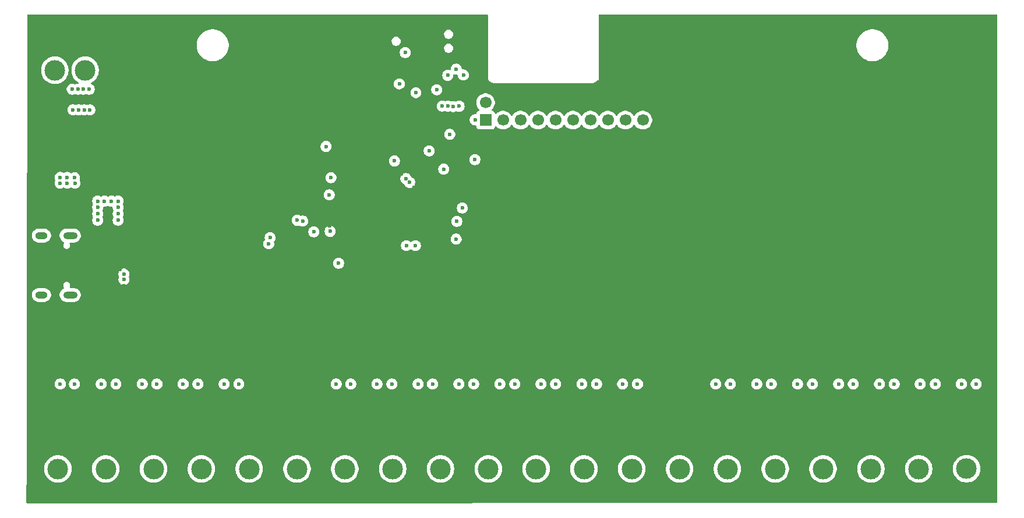
<source format=gbr>
%TF.GenerationSoftware,KiCad,Pcbnew,9.0.2*%
%TF.CreationDate,2025-07-14T16:58:00+03:00*%
%TF.ProjectId,vehicle_io_validator,76656869-636c-4655-9f69-6f5f76616c69,rev?*%
%TF.SameCoordinates,Original*%
%TF.FileFunction,Copper,L3,Inr*%
%TF.FilePolarity,Positive*%
%FSLAX46Y46*%
G04 Gerber Fmt 4.6, Leading zero omitted, Abs format (unit mm)*
G04 Created by KiCad (PCBNEW 9.0.2) date 2025-07-14 16:58:00*
%MOMM*%
%LPD*%
G01*
G04 APERTURE LIST*
%TA.AperFunction,ComponentPad*%
%ADD10C,3.000000*%
%TD*%
%TA.AperFunction,HeatsinkPad*%
%ADD11O,2.100000X1.000000*%
%TD*%
%TA.AperFunction,HeatsinkPad*%
%ADD12O,1.800000X1.000000*%
%TD*%
%TA.AperFunction,ComponentPad*%
%ADD13R,1.700000X1.700000*%
%TD*%
%TA.AperFunction,ComponentPad*%
%ADD14C,1.700000*%
%TD*%
%TA.AperFunction,ViaPad*%
%ADD15C,0.600000*%
%TD*%
G04 APERTURE END LIST*
D10*
%TO.N,/inputs/input_protection2/IN*%
%TO.C,J19*%
X68799557Y-109040000D03*
%TD*%
%TO.N,/inputs/input_protection11/IN*%
%TO.C,J1*%
X131359778Y-109040000D03*
%TD*%
%TO.N,/inputs/input_protection6/IN*%
%TO.C,J15*%
X96604100Y-109040000D03*
%TD*%
%TO.N,/inputs/input_protection19/IN*%
%TO.C,J9*%
X186968864Y-109040000D03*
%TD*%
%TO.N,Net-(D63-A)*%
%TO.C,J21*%
X61400000Y-51040000D03*
%TD*%
%TO.N,/inputs/input_protection15/IN*%
%TO.C,J5*%
X159164321Y-109040000D03*
%TD*%
%TO.N,/inputs/input_protection4/IN*%
%TO.C,J17*%
X82701828Y-109040000D03*
%TD*%
%TO.N,/inputs/input_protection18/IN*%
%TO.C,J8*%
X180017729Y-109040000D03*
%TD*%
%TO.N,/inputs/input_protection17/IN*%
%TO.C,J7*%
X173066593Y-109040000D03*
%TD*%
%TO.N,/inputs/input_protection8/IN*%
%TO.C,J13*%
X110506371Y-109040000D03*
%TD*%
%TO.N,/inputs/input_protection14/IN*%
%TO.C,J4*%
X152213186Y-109040000D03*
%TD*%
%TO.N,GND*%
%TO.C,J23*%
X61370000Y-45680000D03*
%TD*%
%TO.N,/inputs/input_protection1/IN*%
%TO.C,J20*%
X61848421Y-109040000D03*
%TD*%
%TO.N,/inputs/input_protection3/IN*%
%TO.C,J18*%
X75750692Y-109040000D03*
%TD*%
%TO.N,+VIN*%
%TO.C,J25*%
X65800000Y-51040000D03*
%TD*%
%TO.N,/inputs/input_protection13/IN*%
%TO.C,J3*%
X145262050Y-109040000D03*
%TD*%
D11*
%TO.N,Net-(J22-SHIELD)*%
%TO.C,J22*%
X63630000Y-75095000D03*
D12*
X59450000Y-75095000D03*
D11*
X63630000Y-83735000D03*
D12*
X59450000Y-83735000D03*
%TD*%
D10*
%TO.N,GND*%
%TO.C,J26*%
X65800000Y-45680000D03*
%TD*%
D13*
%TO.N,+3V3*%
%TO.C,J27*%
X124010000Y-58290000D03*
D14*
%TO.N,unconnected-(J27-VCC{slash}NC-Pad2)*%
X124010000Y-55750000D03*
%TO.N,unconnected-(J27-~{TRST}-Pad3)*%
X126550000Y-58290000D03*
%TO.N,GND*%
X126550000Y-55750000D03*
%TO.N,/leds/LED_RED16*%
X129090000Y-58290000D03*
%TO.N,GND*%
X129090000Y-55750000D03*
%TO.N,/leds/LED_RED14*%
X131630000Y-58290000D03*
%TO.N,GND*%
X131630000Y-55750000D03*
%TO.N,/leds/LED_RED15*%
X134170000Y-58290000D03*
%TO.N,GND*%
X134170000Y-55750000D03*
%TO.N,unconnected-(J27-RTCK-Pad11)*%
X136710000Y-58290000D03*
%TO.N,GND*%
X136710000Y-55750000D03*
%TO.N,/leds/LED_RED20*%
X139250000Y-58290000D03*
%TO.N,GND*%
X139250000Y-55750000D03*
%TO.N,/mcu/RESET*%
X141790000Y-58290000D03*
%TO.N,GND*%
X141790000Y-55750000D03*
%TO.N,unconnected-(J27-DBGRQ{slash}NC-Pad17)*%
X144330000Y-58290000D03*
%TO.N,GND*%
X144330000Y-55750000D03*
%TO.N,unconnected-(J27-DBGACK{slash}NC-Pad19)*%
X146870000Y-58290000D03*
%TO.N,GND*%
X146870000Y-55750000D03*
%TD*%
D10*
%TO.N,/inputs/input_protection10/IN*%
%TO.C,J11*%
X124408643Y-109040000D03*
%TD*%
%TO.N,/inputs/input_protection12/IN*%
%TO.C,J2*%
X138310914Y-109040000D03*
%TD*%
%TO.N,/inputs/input_protection16/IN*%
%TO.C,J6*%
X166115457Y-109040000D03*
%TD*%
%TO.N,/inputs/input_protection9/IN*%
%TO.C,J12*%
X117457507Y-109040000D03*
%TD*%
%TO.N,/inputs/input_protection5/IN*%
%TO.C,J16*%
X89652964Y-109040000D03*
%TD*%
%TO.N,/inputs/input_protection7/IN*%
%TO.C,J14*%
X103555235Y-109040000D03*
%TD*%
%TO.N,/inputs/input_protection20/IN*%
%TO.C,J10*%
X193920000Y-109000000D03*
%TD*%
D15*
%TO.N,GND*%
X113510000Y-87630000D03*
X147637500Y-43560000D03*
X91050000Y-82925000D03*
X172489643Y-113640000D03*
X96450000Y-81050000D03*
X98470000Y-105140000D03*
X165957738Y-43560000D03*
X57770000Y-47115714D03*
X57770000Y-55443095D03*
X197960000Y-105212619D03*
X122300000Y-43270000D03*
X128700000Y-88920000D03*
X66795952Y-60445000D03*
X154169405Y-113640000D03*
X57770000Y-68766905D03*
X91220000Y-68550000D03*
X101690000Y-64540000D03*
X160831309Y-113640000D03*
X197960000Y-78565000D03*
X162790000Y-87630000D03*
X73295952Y-50770000D03*
X197960000Y-53582857D03*
X57770000Y-93749048D03*
X108752738Y-43270000D03*
X192520000Y-87620000D03*
X89300000Y-43270000D03*
X137514643Y-113640000D03*
X197960000Y-71903095D03*
X57770000Y-88752619D03*
X186590000Y-87650000D03*
X72213810Y-113740000D03*
X61560000Y-87600000D03*
X195810000Y-88930000D03*
X197960000Y-66906667D03*
X102192381Y-113740000D03*
X57770000Y-77094286D03*
X189144405Y-113640000D03*
X197960000Y-93554286D03*
X71450000Y-82425000D03*
X62445952Y-61220000D03*
X104400000Y-65760000D03*
X70950000Y-105170000D03*
X74795952Y-58795000D03*
X183870000Y-88920000D03*
X107188810Y-113740000D03*
X127314524Y-113640000D03*
X113749167Y-43270000D03*
X132518214Y-113640000D03*
X57770000Y-63770476D03*
X197960000Y-45255476D03*
X197960000Y-75234048D03*
X70730000Y-88930000D03*
X113740000Y-73050000D03*
X108994286Y-113640000D03*
X81320952Y-68720000D03*
X112083691Y-43270000D03*
X100349047Y-43280000D03*
X187980000Y-105160000D03*
X125649048Y-113640000D03*
X57770000Y-107072857D03*
X80541190Y-113740000D03*
X91075000Y-84825000D03*
X57770000Y-50446667D03*
X132910000Y-105180000D03*
X102550000Y-82300000D03*
X66295952Y-61345000D03*
X91760000Y-73850000D03*
X70620952Y-51545000D03*
X197960000Y-56913810D03*
X197960000Y-58579286D03*
X57770000Y-100410952D03*
X197960000Y-91888810D03*
X131380000Y-87640000D03*
X160000000Y-60000000D03*
X87203095Y-113740000D03*
X105523333Y-113740000D03*
X77810000Y-105140000D03*
X57770000Y-62105000D03*
X152503928Y-113640000D03*
X197960000Y-70237619D03*
X190000000Y-67500000D03*
X165827738Y-113640000D03*
X91798214Y-43280000D03*
X135250000Y-67500000D03*
X167493214Y-113640000D03*
X68700000Y-84620000D03*
X187500000Y-67500000D03*
X57770000Y-112069286D03*
X197960000Y-83561429D03*
X73220952Y-49845000D03*
X167500000Y-62500000D03*
X197960000Y-48586429D03*
X73480000Y-87630000D03*
X159295833Y-43560000D03*
X169288690Y-43560000D03*
X70860000Y-80060000D03*
X81670952Y-59931667D03*
X104410000Y-69290000D03*
X174285119Y-43560000D03*
X129206429Y-53240000D03*
X164292262Y-43560000D03*
X78600000Y-43310000D03*
X79410000Y-87640000D03*
X105345476Y-43280000D03*
X157630357Y-43560000D03*
X155834881Y-113640000D03*
X118969047Y-43270000D03*
X57770000Y-113734762D03*
X190000000Y-70000000D03*
X187478928Y-113640000D03*
X73879286Y-113740000D03*
X65130000Y-76240000D03*
X57770000Y-43784762D03*
X130852738Y-113640000D03*
X57770000Y-75428810D03*
X78100000Y-51475000D03*
X130871905Y-53240000D03*
X197960000Y-65241190D03*
X197960000Y-63575714D03*
X67217381Y-113740000D03*
X88868571Y-113740000D03*
X139370000Y-53190000D03*
X101610000Y-87640000D03*
X125875476Y-53240000D03*
X146670000Y-105130000D03*
X102335000Y-61235000D03*
X97500000Y-52500000D03*
X57770000Y-105407381D03*
X102014523Y-43280000D03*
X152633928Y-43560000D03*
X122318095Y-113640000D03*
X134650000Y-88930000D03*
X58890000Y-113740000D03*
X197960000Y-88557857D03*
X81670952Y-67591667D03*
X76945952Y-64190000D03*
X96300000Y-77380000D03*
X132708095Y-53190000D03*
X197960000Y-85226905D03*
X65551905Y-113740000D03*
X100000000Y-55000000D03*
X92199524Y-113740000D03*
X140980000Y-48943691D03*
X112325238Y-113640000D03*
X162500000Y-60000000D03*
X143320000Y-87620000D03*
X57770000Y-53777619D03*
X197960000Y-96885238D03*
X144306547Y-43560000D03*
X107208214Y-43290000D03*
X57770000Y-95414524D03*
X189830000Y-88930000D03*
X104890000Y-88920000D03*
X113380000Y-63810000D03*
X119130000Y-105150000D03*
X116810000Y-88950000D03*
X189274405Y-43560000D03*
X64780000Y-88970000D03*
X113625000Y-68050000D03*
X70472619Y-43290000D03*
X72995952Y-57745000D03*
X170824167Y-113640000D03*
X167623214Y-43560000D03*
X71180952Y-48595000D03*
X197960000Y-55248333D03*
X57770000Y-82090714D03*
X80670952Y-64370000D03*
X59773571Y-43290000D03*
X149172976Y-113640000D03*
X72573571Y-43300000D03*
X115656190Y-113640000D03*
X70595952Y-50670000D03*
X103680000Y-43280000D03*
X57770000Y-98745476D03*
X142511071Y-113640000D03*
X64770000Y-43290000D03*
X78100000Y-50500000D03*
X57770000Y-85421667D03*
X184147976Y-113640000D03*
X182500000Y-70000000D03*
X100000000Y-52500000D03*
X195880000Y-43560000D03*
X182482500Y-113640000D03*
X81670952Y-62485000D03*
X57770000Y-80425238D03*
X160000000Y-62500000D03*
X98861429Y-113740000D03*
X97925000Y-84750000D03*
X57770000Y-48781191D03*
X93865000Y-113740000D03*
X61439047Y-43290000D03*
X185813452Y-113640000D03*
X95000000Y-52500000D03*
X153570000Y-105150000D03*
X74795952Y-59570000D03*
X125450000Y-87640000D03*
X154299405Y-43560000D03*
X57770000Y-108738333D03*
X155964881Y-43560000D03*
X57770000Y-102076429D03*
X140975595Y-43560000D03*
X104730000Y-74130000D03*
X150968452Y-43560000D03*
X122750000Y-88950000D03*
X185000000Y-67500000D03*
X119500000Y-87600000D03*
X113390000Y-65270000D03*
X74239047Y-43300000D03*
X63886429Y-113740000D03*
X187500000Y-70000000D03*
X124017262Y-45687262D03*
X117321667Y-113640000D03*
X57770000Y-110403810D03*
X197960000Y-43590000D03*
X76450000Y-48650000D03*
X167500000Y-60000000D03*
X57770000Y-72097857D03*
X111750000Y-66100000D03*
X175950595Y-43560000D03*
X123983571Y-113640000D03*
X64980000Y-73060000D03*
X192605357Y-43560000D03*
X66820952Y-59770000D03*
X88630000Y-88940000D03*
X113590000Y-45220000D03*
X197960000Y-86892381D03*
X197960000Y-101881667D03*
X77175000Y-48675000D03*
X98880000Y-68730000D03*
X112260000Y-105130000D03*
X85390000Y-87630000D03*
X112250000Y-73040000D03*
X168740000Y-87640000D03*
X160961309Y-43560000D03*
X57770000Y-97080000D03*
X57770000Y-58774048D03*
X115611905Y-43280000D03*
X140250000Y-67500000D03*
X134183690Y-113640000D03*
X169158690Y-113640000D03*
X180630000Y-87630000D03*
X91600000Y-105150000D03*
X124210000Y-53240000D03*
X67845952Y-59045000D03*
X177486071Y-113640000D03*
X197960000Y-76899524D03*
X78100000Y-49525000D03*
X103857857Y-113740000D03*
X174155119Y-113640000D03*
X175820595Y-113640000D03*
X73320952Y-51645000D03*
X116910000Y-64420000D03*
X57770000Y-78759762D03*
X81670952Y-54825000D03*
X113335000Y-79150000D03*
X72675952Y-48595000D03*
X68882857Y-113740000D03*
X120652619Y-113640000D03*
X94640000Y-67990000D03*
X197960000Y-113540000D03*
X77210238Y-113740000D03*
X63945952Y-61220000D03*
X117440000Y-48390000D03*
X102500000Y-55000000D03*
X95000000Y-55000000D03*
X194084524Y-113640000D03*
X104450000Y-67920000D03*
X120634524Y-43270000D03*
X172619643Y-43560000D03*
X140980000Y-45612738D03*
X140980000Y-52540000D03*
X80695952Y-65745000D03*
X117303571Y-43270000D03*
X146610000Y-88950000D03*
X81640000Y-52620000D03*
X197960000Y-61910238D03*
X197960000Y-80230476D03*
X57770000Y-90418095D03*
X165000000Y-60000000D03*
X182500000Y-67500000D03*
X75544762Y-113740000D03*
X83872143Y-113740000D03*
X81670952Y-65038334D03*
X180817024Y-113640000D03*
X75500000Y-51475000D03*
X65520952Y-61345000D03*
X124017262Y-50683691D03*
X197960000Y-68572143D03*
X194870000Y-105160000D03*
X82660000Y-88950000D03*
X110850000Y-88950000D03*
X197960000Y-50251905D03*
X140980000Y-47278214D03*
X57770000Y-87087143D03*
X64980000Y-72180000D03*
X114800000Y-48430000D03*
X197960000Y-110209048D03*
X95530476Y-113740000D03*
X67540000Y-87640000D03*
X124017262Y-49018215D03*
X69685952Y-48595000D03*
X135250000Y-65000000D03*
X140610000Y-88970000D03*
X74845952Y-57795000D03*
X101443722Y-72882818D03*
X107620000Y-87640000D03*
X98657381Y-43290000D03*
X101380000Y-73670000D03*
X197960000Y-108543571D03*
X110659762Y-113640000D03*
X167330000Y-105140000D03*
X165000000Y-62500000D03*
X60820952Y-62245000D03*
X70480000Y-78260000D03*
X70620952Y-49895000D03*
X137750000Y-65000000D03*
X57770000Y-52112143D03*
X117390000Y-79060000D03*
X118987143Y-113640000D03*
X97370000Y-77380000D03*
X185943452Y-43560000D03*
X81670952Y-57378334D03*
X75500000Y-50500000D03*
X197960000Y-46920952D03*
X105370000Y-105170000D03*
X67070952Y-61345000D03*
X197960000Y-73568571D03*
X96794643Y-43280000D03*
X57770000Y-73763333D03*
X57770000Y-103741905D03*
X145842024Y-113640000D03*
X136039047Y-53190000D03*
X65350000Y-82890000D03*
X194214524Y-43560000D03*
X179151547Y-113640000D03*
X139800000Y-105150000D03*
X62220952Y-113740000D03*
X177920000Y-88930000D03*
X197960000Y-95219762D03*
X75904524Y-43300000D03*
X174220000Y-105170000D03*
X166050000Y-88940000D03*
X135849167Y-113640000D03*
X187608928Y-43560000D03*
X197960000Y-100216190D03*
X197960000Y-111874524D03*
X78875714Y-113740000D03*
X195750000Y-113640000D03*
X115540000Y-77020000D03*
X57770000Y-60439524D03*
X181110000Y-105170000D03*
X57770000Y-70432381D03*
X164162262Y-113640000D03*
X197960000Y-98550714D03*
X185000000Y-70000000D03*
X113990714Y-113640000D03*
X174690000Y-87640000D03*
X57770000Y-57108572D03*
X140980000Y-50609167D03*
X100526905Y-113740000D03*
X190939881Y-43560000D03*
X90534048Y-113740000D03*
X162500000Y-62500000D03*
X197960000Y-60244762D03*
X197960000Y-103547143D03*
X102500000Y-52500000D03*
X110418214Y-43270000D03*
X85537619Y-113740000D03*
X95450000Y-81000000D03*
X190809881Y-113640000D03*
X150838452Y-113640000D03*
X57770000Y-45450238D03*
X75500000Y-49525000D03*
X76700000Y-88940000D03*
X97195952Y-113740000D03*
X127540952Y-53240000D03*
X68220000Y-43290000D03*
X142641071Y-43560000D03*
X57770000Y-92083572D03*
X126000000Y-105120000D03*
X77570000Y-43300000D03*
X149302976Y-43560000D03*
X140845595Y-113640000D03*
X156810000Y-87650000D03*
X102350000Y-76580000D03*
X63195952Y-61220000D03*
X94960000Y-69730000D03*
X137750000Y-67500000D03*
X82206667Y-113740000D03*
X142750000Y-67500000D03*
X93463690Y-43280000D03*
X197960000Y-81895952D03*
X192475357Y-113640000D03*
X64040000Y-105150000D03*
X137704524Y-53190000D03*
X142750000Y-65000000D03*
X162496786Y-113640000D03*
X134373571Y-53190000D03*
X120380000Y-81440000D03*
X74170952Y-48595000D03*
X63104524Y-43290000D03*
X170954167Y-43560000D03*
X147507500Y-113640000D03*
X197960000Y-51917381D03*
X171960000Y-88950000D03*
X162626786Y-43560000D03*
X97500000Y-55000000D03*
X139180119Y-113640000D03*
X123990000Y-43320000D03*
X160450000Y-105150000D03*
X66554524Y-43290000D03*
X137310000Y-87640000D03*
X67845952Y-61345000D03*
X197960000Y-106878095D03*
X197960000Y-90223333D03*
X144176547Y-113640000D03*
X79945952Y-68745000D03*
X145972024Y-43560000D03*
X157500357Y-113640000D03*
X95129167Y-43280000D03*
X160130000Y-88940000D03*
X60555476Y-113740000D03*
X159165833Y-113640000D03*
X128980000Y-113640000D03*
X84690000Y-105150000D03*
X124017262Y-47352738D03*
X140250000Y-65000000D03*
X70548333Y-113740000D03*
X57770000Y-83756191D03*
%TO.N,/mcu/VCAP*%
X112501325Y-76552096D03*
%TO.N,+3V3*%
X62190000Y-96680000D03*
X112340000Y-48460000D03*
X175320000Y-96680000D03*
X115800000Y-62760000D03*
X183420000Y-96680000D03*
X76240000Y-96680000D03*
X88140000Y-96680000D03*
X143930000Y-96680000D03*
X80050000Y-96680000D03*
X100820000Y-62120000D03*
X120131597Y-96680000D03*
X64268333Y-66650000D03*
X111470000Y-53020000D03*
X63189166Y-67450000D03*
X82180000Y-96680000D03*
X74110000Y-96680000D03*
X114199713Y-96680000D03*
X163420000Y-96680000D03*
X122500000Y-58250000D03*
X64240000Y-96680000D03*
X99030000Y-74545000D03*
X64310000Y-67450000D03*
X126090000Y-96680000D03*
X195320000Y-96680000D03*
X70280000Y-96680000D03*
X187190000Y-96680000D03*
X86010000Y-96680000D03*
X171530000Y-96680000D03*
X169370000Y-96680000D03*
X101530000Y-66660000D03*
X118530000Y-56270000D03*
X177460000Y-96680000D03*
X140140000Y-96680000D03*
X159590000Y-96680000D03*
X62168333Y-66633333D03*
X117700000Y-56250000D03*
X181270000Y-96680000D03*
X116298372Y-96680000D03*
X146090000Y-96680000D03*
X110383485Y-96680000D03*
X157460000Y-96680000D03*
X122285556Y-96680000D03*
X113810000Y-76550000D03*
X128240000Y-96680000D03*
X165550000Y-96680000D03*
X132070000Y-96680000D03*
X134170000Y-96680000D03*
X117910000Y-65420000D03*
X189380000Y-96680000D03*
X102294128Y-96680000D03*
X63193333Y-66625000D03*
X68130000Y-96680000D03*
X193170000Y-96680000D03*
X108233152Y-96680000D03*
X101290000Y-69170000D03*
X62168333Y-67450000D03*
X120160000Y-56270000D03*
X138010000Y-96680000D03*
X104409785Y-96680000D03*
X101416326Y-74469177D03*
X102640000Y-79110000D03*
X119310000Y-56320000D03*
%TO.N,/leds/LED_RED5*%
X92680000Y-75400000D03*
X96628465Y-72863908D03*
%TO.N,/leds/LED_BLUE5*%
X92490000Y-76290000D03*
X97420000Y-72980000D03*
%TO.N,/leds/LED_RED14*%
X116900000Y-53870000D03*
X119730000Y-75600000D03*
%TO.N,/leds/LED_RED16*%
X120780000Y-51730000D03*
X120620000Y-71070000D03*
%TO.N,/leds/LED_RED20*%
X119745000Y-50865000D03*
X118795000Y-60365000D03*
X122465000Y-64035000D03*
%TO.N,+VIN*%
X65670952Y-56795000D03*
X63920952Y-53795000D03*
X70600000Y-72850000D03*
X64020952Y-56795000D03*
X70600000Y-70075000D03*
X64845952Y-56795000D03*
X70600000Y-71925000D03*
X68616667Y-70075000D03*
X70600000Y-71000000D03*
X67625000Y-71916667D03*
X67625000Y-70983333D03*
X67625000Y-72850000D03*
X66495952Y-56795000D03*
X64745952Y-53795000D03*
X66395952Y-53795000D03*
X65570952Y-53795000D03*
X69608333Y-70075000D03*
X67625000Y-70075000D03*
%TO.N,/USB_N*%
X112417157Y-66797157D03*
X71450000Y-80690000D03*
%TO.N,/USB_P*%
X112982843Y-67362843D03*
X71450000Y-81490000D03*
%TO.N,/leds/LED_RED15*%
X118510000Y-51780000D03*
X119830000Y-73020000D03*
%TO.N,/mcu/RESET*%
X110760000Y-64230000D03*
X113880000Y-54290000D03*
%TD*%
%TA.AperFunction,Conductor*%
%TO.N,GND*%
G36*
X124282539Y-42935185D02*
G01*
X124328294Y-42987989D01*
X124339500Y-43039500D01*
X124339500Y-52168846D01*
X124370261Y-52323489D01*
X124370264Y-52323501D01*
X124430602Y-52469172D01*
X124430609Y-52469185D01*
X124518210Y-52600288D01*
X124518213Y-52600292D01*
X124629707Y-52711786D01*
X124629711Y-52711789D01*
X124760814Y-52799390D01*
X124760827Y-52799397D01*
X124899782Y-52856953D01*
X124906503Y-52859737D01*
X125019869Y-52882287D01*
X125061153Y-52890499D01*
X125061156Y-52890500D01*
X125061158Y-52890500D01*
X139618844Y-52890500D01*
X139618845Y-52890499D01*
X139773497Y-52859737D01*
X139919179Y-52799394D01*
X140050289Y-52711789D01*
X140161789Y-52600289D01*
X140196743Y-52547976D01*
X140250352Y-52503174D01*
X140297877Y-52492885D01*
X140480000Y-52490000D01*
X140480000Y-47255312D01*
X177919500Y-47255312D01*
X177919500Y-47559487D01*
X177919501Y-47559504D01*
X177956193Y-47838213D01*
X177959204Y-47861078D01*
X177966037Y-47886580D01*
X178037935Y-48154905D01*
X178154339Y-48435929D01*
X178154344Y-48435940D01*
X178306430Y-48699359D01*
X178306441Y-48699375D01*
X178491610Y-48940693D01*
X178491616Y-48940700D01*
X178706699Y-49155783D01*
X178706706Y-49155789D01*
X178803075Y-49229735D01*
X178948033Y-49340965D01*
X178948040Y-49340969D01*
X179211459Y-49493055D01*
X179211464Y-49493057D01*
X179211467Y-49493059D01*
X179492499Y-49609466D01*
X179786322Y-49688196D01*
X180087906Y-49727900D01*
X180087913Y-49727900D01*
X180392087Y-49727900D01*
X180392094Y-49727900D01*
X180693678Y-49688196D01*
X180987501Y-49609466D01*
X181268533Y-49493059D01*
X181531967Y-49340965D01*
X181773295Y-49155788D01*
X181988388Y-48940695D01*
X182173565Y-48699367D01*
X182325659Y-48435933D01*
X182442066Y-48154901D01*
X182520796Y-47861078D01*
X182560500Y-47559494D01*
X182560500Y-47255306D01*
X182520796Y-46953722D01*
X182442066Y-46659899D01*
X182325659Y-46378867D01*
X182325657Y-46378864D01*
X182325655Y-46378859D01*
X182173569Y-46115440D01*
X182173565Y-46115433D01*
X182120245Y-46045945D01*
X181988389Y-45874106D01*
X181988383Y-45874099D01*
X181773300Y-45659016D01*
X181773293Y-45659010D01*
X181531975Y-45473841D01*
X181531973Y-45473839D01*
X181531967Y-45473835D01*
X181531962Y-45473832D01*
X181531959Y-45473830D01*
X181268540Y-45321744D01*
X181268529Y-45321739D01*
X180987505Y-45205335D01*
X180693674Y-45126603D01*
X180392104Y-45086901D01*
X180392099Y-45086900D01*
X180392094Y-45086900D01*
X180087906Y-45086900D01*
X180087900Y-45086900D01*
X180087895Y-45086901D01*
X179786325Y-45126603D01*
X179492494Y-45205335D01*
X179211470Y-45321739D01*
X179211459Y-45321744D01*
X178948040Y-45473830D01*
X178948024Y-45473841D01*
X178706706Y-45659010D01*
X178706699Y-45659016D01*
X178491616Y-45874099D01*
X178491610Y-45874106D01*
X178306441Y-46115424D01*
X178306430Y-46115440D01*
X178154344Y-46378859D01*
X178154339Y-46378870D01*
X178037935Y-46659894D01*
X177959203Y-46953725D01*
X177919501Y-47255295D01*
X177919500Y-47255312D01*
X140480000Y-47255312D01*
X140480000Y-43039500D01*
X140499685Y-42972461D01*
X140552489Y-42926706D01*
X140604000Y-42915500D01*
X198285500Y-42915500D01*
X198352539Y-42935185D01*
X198398294Y-42987989D01*
X198409500Y-43039500D01*
X198409500Y-113855500D01*
X198389815Y-113922539D01*
X198337011Y-113968294D01*
X198285500Y-113979500D01*
X185975696Y-113979500D01*
X185975505Y-113979449D01*
X185909644Y-113979500D01*
X185836651Y-113979500D01*
X185835780Y-113979556D01*
X57395809Y-114079014D01*
X57328754Y-114059381D01*
X57282959Y-114006613D01*
X57271713Y-113954773D01*
X57271906Y-113855500D01*
X57281502Y-108908872D01*
X59847921Y-108908872D01*
X59847921Y-109171127D01*
X59874544Y-109373339D01*
X59882151Y-109431116D01*
X59950023Y-109684418D01*
X59950026Y-109684428D01*
X60050374Y-109926690D01*
X60050379Y-109926700D01*
X60181496Y-110153803D01*
X60341139Y-110361851D01*
X60341147Y-110361860D01*
X60526561Y-110547274D01*
X60526569Y-110547281D01*
X60734617Y-110706924D01*
X60961720Y-110838041D01*
X60961730Y-110838046D01*
X61203992Y-110938394D01*
X61204002Y-110938398D01*
X61457305Y-111006270D01*
X61717301Y-111040500D01*
X61717308Y-111040500D01*
X61979534Y-111040500D01*
X61979541Y-111040500D01*
X62239537Y-111006270D01*
X62492840Y-110938398D01*
X62735118Y-110838043D01*
X62962224Y-110706924D01*
X63170272Y-110547282D01*
X63170276Y-110547277D01*
X63170281Y-110547274D01*
X63355695Y-110361860D01*
X63355698Y-110361855D01*
X63355703Y-110361851D01*
X63515345Y-110153803D01*
X63646464Y-109926697D01*
X63663036Y-109886690D01*
X63746815Y-109684428D01*
X63746819Y-109684419D01*
X63814691Y-109431116D01*
X63848921Y-109171120D01*
X63848921Y-108908880D01*
X63848920Y-108908872D01*
X66799057Y-108908872D01*
X66799057Y-109171127D01*
X66825680Y-109373339D01*
X66833287Y-109431116D01*
X66901159Y-109684418D01*
X66901162Y-109684428D01*
X67001510Y-109926690D01*
X67001515Y-109926700D01*
X67132632Y-110153803D01*
X67292275Y-110361851D01*
X67292283Y-110361860D01*
X67477697Y-110547274D01*
X67477705Y-110547281D01*
X67685753Y-110706924D01*
X67912856Y-110838041D01*
X67912866Y-110838046D01*
X68155128Y-110938394D01*
X68155138Y-110938398D01*
X68408441Y-111006270D01*
X68668437Y-111040500D01*
X68668444Y-111040500D01*
X68930670Y-111040500D01*
X68930677Y-111040500D01*
X69190673Y-111006270D01*
X69443976Y-110938398D01*
X69686254Y-110838043D01*
X69913360Y-110706924D01*
X70121408Y-110547282D01*
X70121412Y-110547277D01*
X70121417Y-110547274D01*
X70306831Y-110361860D01*
X70306834Y-110361855D01*
X70306839Y-110361851D01*
X70466481Y-110153803D01*
X70597600Y-109926697D01*
X70614172Y-109886690D01*
X70697951Y-109684428D01*
X70697955Y-109684419D01*
X70765827Y-109431116D01*
X70800057Y-109171120D01*
X70800057Y-108908880D01*
X70800056Y-108908872D01*
X73750192Y-108908872D01*
X73750192Y-109171127D01*
X73776815Y-109373339D01*
X73784422Y-109431116D01*
X73852294Y-109684418D01*
X73852297Y-109684428D01*
X73952645Y-109926690D01*
X73952650Y-109926700D01*
X74083767Y-110153803D01*
X74243410Y-110361851D01*
X74243418Y-110361860D01*
X74428832Y-110547274D01*
X74428840Y-110547281D01*
X74636888Y-110706924D01*
X74863991Y-110838041D01*
X74864001Y-110838046D01*
X75106263Y-110938394D01*
X75106273Y-110938398D01*
X75359576Y-111006270D01*
X75619572Y-111040500D01*
X75619579Y-111040500D01*
X75881805Y-111040500D01*
X75881812Y-111040500D01*
X76141808Y-111006270D01*
X76395111Y-110938398D01*
X76637389Y-110838043D01*
X76864495Y-110706924D01*
X77072543Y-110547282D01*
X77072547Y-110547277D01*
X77072552Y-110547274D01*
X77257966Y-110361860D01*
X77257969Y-110361855D01*
X77257974Y-110361851D01*
X77417616Y-110153803D01*
X77548735Y-109926697D01*
X77565307Y-109886690D01*
X77649086Y-109684428D01*
X77649090Y-109684419D01*
X77716962Y-109431116D01*
X77751192Y-109171120D01*
X77751192Y-108908880D01*
X77751191Y-108908872D01*
X80701328Y-108908872D01*
X80701328Y-109171127D01*
X80727951Y-109373339D01*
X80735558Y-109431116D01*
X80803430Y-109684418D01*
X80803433Y-109684428D01*
X80903781Y-109926690D01*
X80903786Y-109926700D01*
X81034903Y-110153803D01*
X81194546Y-110361851D01*
X81194554Y-110361860D01*
X81379968Y-110547274D01*
X81379976Y-110547281D01*
X81588024Y-110706924D01*
X81815127Y-110838041D01*
X81815137Y-110838046D01*
X82057399Y-110938394D01*
X82057409Y-110938398D01*
X82310712Y-111006270D01*
X82570708Y-111040500D01*
X82570715Y-111040500D01*
X82832941Y-111040500D01*
X82832948Y-111040500D01*
X83092944Y-111006270D01*
X83346247Y-110938398D01*
X83588525Y-110838043D01*
X83815631Y-110706924D01*
X84023679Y-110547282D01*
X84023683Y-110547277D01*
X84023688Y-110547274D01*
X84209102Y-110361860D01*
X84209105Y-110361855D01*
X84209110Y-110361851D01*
X84368752Y-110153803D01*
X84499871Y-109926697D01*
X84516443Y-109886690D01*
X84600222Y-109684428D01*
X84600226Y-109684419D01*
X84668098Y-109431116D01*
X84702328Y-109171120D01*
X84702328Y-108908880D01*
X84702327Y-108908872D01*
X87652464Y-108908872D01*
X87652464Y-109171127D01*
X87679087Y-109373339D01*
X87686694Y-109431116D01*
X87754566Y-109684418D01*
X87754569Y-109684428D01*
X87854917Y-109926690D01*
X87854922Y-109926700D01*
X87986039Y-110153803D01*
X88145682Y-110361851D01*
X88145690Y-110361860D01*
X88331104Y-110547274D01*
X88331112Y-110547281D01*
X88539160Y-110706924D01*
X88766263Y-110838041D01*
X88766273Y-110838046D01*
X89008535Y-110938394D01*
X89008545Y-110938398D01*
X89261848Y-111006270D01*
X89521844Y-111040500D01*
X89521851Y-111040500D01*
X89784077Y-111040500D01*
X89784084Y-111040500D01*
X90044080Y-111006270D01*
X90297383Y-110938398D01*
X90539661Y-110838043D01*
X90766767Y-110706924D01*
X90974815Y-110547282D01*
X90974819Y-110547277D01*
X90974824Y-110547274D01*
X91160238Y-110361860D01*
X91160241Y-110361855D01*
X91160246Y-110361851D01*
X91319888Y-110153803D01*
X91451007Y-109926697D01*
X91467579Y-109886690D01*
X91551358Y-109684428D01*
X91551362Y-109684419D01*
X91619234Y-109431116D01*
X91653464Y-109171120D01*
X91653464Y-108908880D01*
X91653463Y-108908872D01*
X94603600Y-108908872D01*
X94603600Y-109171127D01*
X94630223Y-109373339D01*
X94637830Y-109431116D01*
X94705702Y-109684418D01*
X94705705Y-109684428D01*
X94806053Y-109926690D01*
X94806058Y-109926700D01*
X94937175Y-110153803D01*
X95096818Y-110361851D01*
X95096826Y-110361860D01*
X95282240Y-110547274D01*
X95282248Y-110547281D01*
X95490296Y-110706924D01*
X95717399Y-110838041D01*
X95717409Y-110838046D01*
X95959671Y-110938394D01*
X95959681Y-110938398D01*
X96212984Y-111006270D01*
X96472980Y-111040500D01*
X96472987Y-111040500D01*
X96735213Y-111040500D01*
X96735220Y-111040500D01*
X96995216Y-111006270D01*
X97248519Y-110938398D01*
X97490797Y-110838043D01*
X97717903Y-110706924D01*
X97925951Y-110547282D01*
X97925955Y-110547277D01*
X97925960Y-110547274D01*
X98111374Y-110361860D01*
X98111377Y-110361855D01*
X98111382Y-110361851D01*
X98271024Y-110153803D01*
X98402143Y-109926697D01*
X98418715Y-109886690D01*
X98502494Y-109684428D01*
X98502498Y-109684419D01*
X98570370Y-109431116D01*
X98604600Y-109171120D01*
X98604600Y-108908880D01*
X98604599Y-108908872D01*
X101554735Y-108908872D01*
X101554735Y-109171127D01*
X101581358Y-109373339D01*
X101588965Y-109431116D01*
X101656837Y-109684418D01*
X101656840Y-109684428D01*
X101757188Y-109926690D01*
X101757193Y-109926700D01*
X101888310Y-110153803D01*
X102047953Y-110361851D01*
X102047961Y-110361860D01*
X102233375Y-110547274D01*
X102233383Y-110547281D01*
X102441431Y-110706924D01*
X102668534Y-110838041D01*
X102668544Y-110838046D01*
X102910806Y-110938394D01*
X102910816Y-110938398D01*
X103164119Y-111006270D01*
X103424115Y-111040500D01*
X103424122Y-111040500D01*
X103686348Y-111040500D01*
X103686355Y-111040500D01*
X103946351Y-111006270D01*
X104199654Y-110938398D01*
X104441932Y-110838043D01*
X104669038Y-110706924D01*
X104877086Y-110547282D01*
X104877090Y-110547277D01*
X104877095Y-110547274D01*
X105062509Y-110361860D01*
X105062512Y-110361855D01*
X105062517Y-110361851D01*
X105222159Y-110153803D01*
X105353278Y-109926697D01*
X105369850Y-109886690D01*
X105453629Y-109684428D01*
X105453633Y-109684419D01*
X105521505Y-109431116D01*
X105555735Y-109171120D01*
X105555735Y-108908880D01*
X105555734Y-108908872D01*
X108505871Y-108908872D01*
X108505871Y-109171127D01*
X108532494Y-109373339D01*
X108540101Y-109431116D01*
X108607973Y-109684418D01*
X108607976Y-109684428D01*
X108708324Y-109926690D01*
X108708329Y-109926700D01*
X108839446Y-110153803D01*
X108999089Y-110361851D01*
X108999097Y-110361860D01*
X109184511Y-110547274D01*
X109184519Y-110547281D01*
X109392567Y-110706924D01*
X109619670Y-110838041D01*
X109619680Y-110838046D01*
X109861942Y-110938394D01*
X109861952Y-110938398D01*
X110115255Y-111006270D01*
X110375251Y-111040500D01*
X110375258Y-111040500D01*
X110637484Y-111040500D01*
X110637491Y-111040500D01*
X110897487Y-111006270D01*
X111150790Y-110938398D01*
X111393068Y-110838043D01*
X111620174Y-110706924D01*
X111828222Y-110547282D01*
X111828226Y-110547277D01*
X111828231Y-110547274D01*
X112013645Y-110361860D01*
X112013648Y-110361855D01*
X112013653Y-110361851D01*
X112173295Y-110153803D01*
X112304414Y-109926697D01*
X112320986Y-109886690D01*
X112404765Y-109684428D01*
X112404769Y-109684419D01*
X112472641Y-109431116D01*
X112506871Y-109171120D01*
X112506871Y-108908880D01*
X112506870Y-108908872D01*
X115457007Y-108908872D01*
X115457007Y-109171127D01*
X115483630Y-109373339D01*
X115491237Y-109431116D01*
X115559109Y-109684418D01*
X115559112Y-109684428D01*
X115659460Y-109926690D01*
X115659465Y-109926700D01*
X115790582Y-110153803D01*
X115950225Y-110361851D01*
X115950233Y-110361860D01*
X116135647Y-110547274D01*
X116135655Y-110547281D01*
X116343703Y-110706924D01*
X116570806Y-110838041D01*
X116570816Y-110838046D01*
X116813078Y-110938394D01*
X116813088Y-110938398D01*
X117066391Y-111006270D01*
X117326387Y-111040500D01*
X117326394Y-111040500D01*
X117588620Y-111040500D01*
X117588627Y-111040500D01*
X117848623Y-111006270D01*
X118101926Y-110938398D01*
X118344204Y-110838043D01*
X118571310Y-110706924D01*
X118779358Y-110547282D01*
X118779362Y-110547277D01*
X118779367Y-110547274D01*
X118964781Y-110361860D01*
X118964784Y-110361855D01*
X118964789Y-110361851D01*
X119124431Y-110153803D01*
X119255550Y-109926697D01*
X119272122Y-109886690D01*
X119355901Y-109684428D01*
X119355905Y-109684419D01*
X119423777Y-109431116D01*
X119458007Y-109171120D01*
X119458007Y-108908880D01*
X119458006Y-108908872D01*
X122408143Y-108908872D01*
X122408143Y-109171127D01*
X122434766Y-109373339D01*
X122442373Y-109431116D01*
X122510245Y-109684418D01*
X122510248Y-109684428D01*
X122610596Y-109926690D01*
X122610601Y-109926700D01*
X122741718Y-110153803D01*
X122901361Y-110361851D01*
X122901369Y-110361860D01*
X123086783Y-110547274D01*
X123086791Y-110547281D01*
X123294839Y-110706924D01*
X123521942Y-110838041D01*
X123521952Y-110838046D01*
X123764214Y-110938394D01*
X123764224Y-110938398D01*
X124017527Y-111006270D01*
X124277523Y-111040500D01*
X124277530Y-111040500D01*
X124539756Y-111040500D01*
X124539763Y-111040500D01*
X124799759Y-111006270D01*
X125053062Y-110938398D01*
X125295340Y-110838043D01*
X125522446Y-110706924D01*
X125730494Y-110547282D01*
X125730498Y-110547277D01*
X125730503Y-110547274D01*
X125915917Y-110361860D01*
X125915920Y-110361855D01*
X125915925Y-110361851D01*
X126075567Y-110153803D01*
X126206686Y-109926697D01*
X126223258Y-109886690D01*
X126307037Y-109684428D01*
X126307041Y-109684419D01*
X126374913Y-109431116D01*
X126409143Y-109171120D01*
X126409143Y-108908880D01*
X126409142Y-108908872D01*
X129359278Y-108908872D01*
X129359278Y-109171127D01*
X129385901Y-109373339D01*
X129393508Y-109431116D01*
X129461380Y-109684418D01*
X129461383Y-109684428D01*
X129561731Y-109926690D01*
X129561736Y-109926700D01*
X129692853Y-110153803D01*
X129852496Y-110361851D01*
X129852504Y-110361860D01*
X130037918Y-110547274D01*
X130037926Y-110547281D01*
X130245974Y-110706924D01*
X130473077Y-110838041D01*
X130473087Y-110838046D01*
X130715349Y-110938394D01*
X130715359Y-110938398D01*
X130968662Y-111006270D01*
X131228658Y-111040500D01*
X131228665Y-111040500D01*
X131490891Y-111040500D01*
X131490898Y-111040500D01*
X131750894Y-111006270D01*
X132004197Y-110938398D01*
X132246475Y-110838043D01*
X132473581Y-110706924D01*
X132681629Y-110547282D01*
X132681633Y-110547277D01*
X132681638Y-110547274D01*
X132867052Y-110361860D01*
X132867055Y-110361855D01*
X132867060Y-110361851D01*
X133026702Y-110153803D01*
X133157821Y-109926697D01*
X133174393Y-109886690D01*
X133258172Y-109684428D01*
X133258176Y-109684419D01*
X133326048Y-109431116D01*
X133360278Y-109171120D01*
X133360278Y-108908880D01*
X133360277Y-108908872D01*
X136310414Y-108908872D01*
X136310414Y-109171127D01*
X136337037Y-109373339D01*
X136344644Y-109431116D01*
X136412516Y-109684418D01*
X136412519Y-109684428D01*
X136512867Y-109926690D01*
X136512872Y-109926700D01*
X136643989Y-110153803D01*
X136803632Y-110361851D01*
X136803640Y-110361860D01*
X136989054Y-110547274D01*
X136989062Y-110547281D01*
X137197110Y-110706924D01*
X137424213Y-110838041D01*
X137424223Y-110838046D01*
X137666485Y-110938394D01*
X137666495Y-110938398D01*
X137919798Y-111006270D01*
X138179794Y-111040500D01*
X138179801Y-111040500D01*
X138442027Y-111040500D01*
X138442034Y-111040500D01*
X138702030Y-111006270D01*
X138955333Y-110938398D01*
X139197611Y-110838043D01*
X139424717Y-110706924D01*
X139632765Y-110547282D01*
X139632769Y-110547277D01*
X139632774Y-110547274D01*
X139818188Y-110361860D01*
X139818191Y-110361855D01*
X139818196Y-110361851D01*
X139977838Y-110153803D01*
X140108957Y-109926697D01*
X140125529Y-109886690D01*
X140209308Y-109684428D01*
X140209312Y-109684419D01*
X140277184Y-109431116D01*
X140311414Y-109171120D01*
X140311414Y-108908880D01*
X140311413Y-108908872D01*
X143261550Y-108908872D01*
X143261550Y-109171127D01*
X143288173Y-109373339D01*
X143295780Y-109431116D01*
X143363652Y-109684418D01*
X143363655Y-109684428D01*
X143464003Y-109926690D01*
X143464008Y-109926700D01*
X143595125Y-110153803D01*
X143754768Y-110361851D01*
X143754776Y-110361860D01*
X143940190Y-110547274D01*
X143940198Y-110547281D01*
X144148246Y-110706924D01*
X144375349Y-110838041D01*
X144375359Y-110838046D01*
X144617621Y-110938394D01*
X144617631Y-110938398D01*
X144870934Y-111006270D01*
X145130930Y-111040500D01*
X145130937Y-111040500D01*
X145393163Y-111040500D01*
X145393170Y-111040500D01*
X145653166Y-111006270D01*
X145906469Y-110938398D01*
X146148747Y-110838043D01*
X146375853Y-110706924D01*
X146583901Y-110547282D01*
X146583905Y-110547277D01*
X146583910Y-110547274D01*
X146769324Y-110361860D01*
X146769327Y-110361855D01*
X146769332Y-110361851D01*
X146928974Y-110153803D01*
X147060093Y-109926697D01*
X147076665Y-109886690D01*
X147160444Y-109684428D01*
X147160448Y-109684419D01*
X147228320Y-109431116D01*
X147262550Y-109171120D01*
X147262550Y-108908880D01*
X147262549Y-108908872D01*
X150212686Y-108908872D01*
X150212686Y-109171127D01*
X150239309Y-109373339D01*
X150246916Y-109431116D01*
X150314788Y-109684418D01*
X150314791Y-109684428D01*
X150415139Y-109926690D01*
X150415144Y-109926700D01*
X150546261Y-110153803D01*
X150705904Y-110361851D01*
X150705912Y-110361860D01*
X150891326Y-110547274D01*
X150891334Y-110547281D01*
X151099382Y-110706924D01*
X151326485Y-110838041D01*
X151326495Y-110838046D01*
X151568757Y-110938394D01*
X151568767Y-110938398D01*
X151822070Y-111006270D01*
X152082066Y-111040500D01*
X152082073Y-111040500D01*
X152344299Y-111040500D01*
X152344306Y-111040500D01*
X152604302Y-111006270D01*
X152857605Y-110938398D01*
X153099883Y-110838043D01*
X153326989Y-110706924D01*
X153535037Y-110547282D01*
X153535041Y-110547277D01*
X153535046Y-110547274D01*
X153720460Y-110361860D01*
X153720463Y-110361855D01*
X153720468Y-110361851D01*
X153880110Y-110153803D01*
X154011229Y-109926697D01*
X154027801Y-109886690D01*
X154111580Y-109684428D01*
X154111584Y-109684419D01*
X154179456Y-109431116D01*
X154213686Y-109171120D01*
X154213686Y-108908880D01*
X154213685Y-108908872D01*
X157163821Y-108908872D01*
X157163821Y-109171127D01*
X157190444Y-109373339D01*
X157198051Y-109431116D01*
X157265923Y-109684418D01*
X157265926Y-109684428D01*
X157366274Y-109926690D01*
X157366279Y-109926700D01*
X157497396Y-110153803D01*
X157657039Y-110361851D01*
X157657047Y-110361860D01*
X157842461Y-110547274D01*
X157842469Y-110547281D01*
X158050517Y-110706924D01*
X158277620Y-110838041D01*
X158277630Y-110838046D01*
X158519892Y-110938394D01*
X158519902Y-110938398D01*
X158773205Y-111006270D01*
X159033201Y-111040500D01*
X159033208Y-111040500D01*
X159295434Y-111040500D01*
X159295441Y-111040500D01*
X159555437Y-111006270D01*
X159808740Y-110938398D01*
X160051018Y-110838043D01*
X160278124Y-110706924D01*
X160486172Y-110547282D01*
X160486176Y-110547277D01*
X160486181Y-110547274D01*
X160671595Y-110361860D01*
X160671598Y-110361855D01*
X160671603Y-110361851D01*
X160831245Y-110153803D01*
X160962364Y-109926697D01*
X160978936Y-109886690D01*
X161062715Y-109684428D01*
X161062719Y-109684419D01*
X161130591Y-109431116D01*
X161164821Y-109171120D01*
X161164821Y-108908880D01*
X161164820Y-108908872D01*
X164114957Y-108908872D01*
X164114957Y-109171127D01*
X164141580Y-109373339D01*
X164149187Y-109431116D01*
X164217059Y-109684418D01*
X164217062Y-109684428D01*
X164317410Y-109926690D01*
X164317415Y-109926700D01*
X164448532Y-110153803D01*
X164608175Y-110361851D01*
X164608183Y-110361860D01*
X164793597Y-110547274D01*
X164793605Y-110547281D01*
X165001653Y-110706924D01*
X165228756Y-110838041D01*
X165228766Y-110838046D01*
X165471028Y-110938394D01*
X165471038Y-110938398D01*
X165724341Y-111006270D01*
X165984337Y-111040500D01*
X165984344Y-111040500D01*
X166246570Y-111040500D01*
X166246577Y-111040500D01*
X166506573Y-111006270D01*
X166759876Y-110938398D01*
X167002154Y-110838043D01*
X167229260Y-110706924D01*
X167437308Y-110547282D01*
X167437312Y-110547277D01*
X167437317Y-110547274D01*
X167622731Y-110361860D01*
X167622734Y-110361855D01*
X167622739Y-110361851D01*
X167782381Y-110153803D01*
X167913500Y-109926697D01*
X167930072Y-109886690D01*
X168013851Y-109684428D01*
X168013855Y-109684419D01*
X168081727Y-109431116D01*
X168115957Y-109171120D01*
X168115957Y-108908880D01*
X168115956Y-108908872D01*
X171066093Y-108908872D01*
X171066093Y-109171127D01*
X171092716Y-109373339D01*
X171100323Y-109431116D01*
X171168195Y-109684418D01*
X171168198Y-109684428D01*
X171268546Y-109926690D01*
X171268551Y-109926700D01*
X171399668Y-110153803D01*
X171559311Y-110361851D01*
X171559319Y-110361860D01*
X171744733Y-110547274D01*
X171744741Y-110547281D01*
X171952789Y-110706924D01*
X172179892Y-110838041D01*
X172179902Y-110838046D01*
X172422164Y-110938394D01*
X172422174Y-110938398D01*
X172675477Y-111006270D01*
X172935473Y-111040500D01*
X172935480Y-111040500D01*
X173197706Y-111040500D01*
X173197713Y-111040500D01*
X173457709Y-111006270D01*
X173711012Y-110938398D01*
X173953290Y-110838043D01*
X174180396Y-110706924D01*
X174388444Y-110547282D01*
X174388448Y-110547277D01*
X174388453Y-110547274D01*
X174573867Y-110361860D01*
X174573870Y-110361855D01*
X174573875Y-110361851D01*
X174733517Y-110153803D01*
X174864636Y-109926697D01*
X174881208Y-109886690D01*
X174964987Y-109684428D01*
X174964991Y-109684419D01*
X175032863Y-109431116D01*
X175067093Y-109171120D01*
X175067093Y-108908880D01*
X175067092Y-108908872D01*
X178017229Y-108908872D01*
X178017229Y-109171127D01*
X178043852Y-109373339D01*
X178051459Y-109431116D01*
X178119331Y-109684418D01*
X178119334Y-109684428D01*
X178219682Y-109926690D01*
X178219687Y-109926700D01*
X178350804Y-110153803D01*
X178510447Y-110361851D01*
X178510455Y-110361860D01*
X178695869Y-110547274D01*
X178695877Y-110547281D01*
X178903925Y-110706924D01*
X179131028Y-110838041D01*
X179131038Y-110838046D01*
X179373300Y-110938394D01*
X179373310Y-110938398D01*
X179626613Y-111006270D01*
X179886609Y-111040500D01*
X179886616Y-111040500D01*
X180148842Y-111040500D01*
X180148849Y-111040500D01*
X180408845Y-111006270D01*
X180662148Y-110938398D01*
X180904426Y-110838043D01*
X181131532Y-110706924D01*
X181339580Y-110547282D01*
X181339584Y-110547277D01*
X181339589Y-110547274D01*
X181525003Y-110361860D01*
X181525006Y-110361855D01*
X181525011Y-110361851D01*
X181684653Y-110153803D01*
X181815772Y-109926697D01*
X181832344Y-109886690D01*
X181916123Y-109684428D01*
X181916127Y-109684419D01*
X181983999Y-109431116D01*
X182018229Y-109171120D01*
X182018229Y-108908880D01*
X182018228Y-108908872D01*
X184968364Y-108908872D01*
X184968364Y-109171127D01*
X184994987Y-109373339D01*
X185002594Y-109431116D01*
X185070466Y-109684418D01*
X185070469Y-109684428D01*
X185170817Y-109926690D01*
X185170822Y-109926700D01*
X185301939Y-110153803D01*
X185461582Y-110361851D01*
X185461590Y-110361860D01*
X185647004Y-110547274D01*
X185647012Y-110547281D01*
X185855060Y-110706924D01*
X186082163Y-110838041D01*
X186082173Y-110838046D01*
X186324435Y-110938394D01*
X186324445Y-110938398D01*
X186577748Y-111006270D01*
X186837744Y-111040500D01*
X186837751Y-111040500D01*
X187099977Y-111040500D01*
X187099984Y-111040500D01*
X187359980Y-111006270D01*
X187613283Y-110938398D01*
X187855561Y-110838043D01*
X188082667Y-110706924D01*
X188290715Y-110547282D01*
X188290719Y-110547277D01*
X188290724Y-110547274D01*
X188476138Y-110361860D01*
X188476141Y-110361855D01*
X188476146Y-110361851D01*
X188635788Y-110153803D01*
X188766907Y-109926697D01*
X188783479Y-109886690D01*
X188867258Y-109684428D01*
X188867262Y-109684419D01*
X188935134Y-109431116D01*
X188969364Y-109171120D01*
X188969364Y-108908880D01*
X188964097Y-108868872D01*
X191919500Y-108868872D01*
X191919500Y-109131127D01*
X191946123Y-109333339D01*
X191953730Y-109391116D01*
X191964448Y-109431116D01*
X192021602Y-109644418D01*
X192021605Y-109644428D01*
X192121953Y-109886690D01*
X192121958Y-109886700D01*
X192253075Y-110113803D01*
X192412718Y-110321851D01*
X192412726Y-110321860D01*
X192598140Y-110507274D01*
X192598148Y-110507281D01*
X192806196Y-110666924D01*
X193033299Y-110798041D01*
X193033309Y-110798046D01*
X193275571Y-110898394D01*
X193275581Y-110898398D01*
X193528884Y-110966270D01*
X193788880Y-111000500D01*
X193788887Y-111000500D01*
X194051113Y-111000500D01*
X194051120Y-111000500D01*
X194311116Y-110966270D01*
X194564419Y-110898398D01*
X194806697Y-110798043D01*
X195033803Y-110666924D01*
X195241851Y-110507282D01*
X195241855Y-110507277D01*
X195241860Y-110507274D01*
X195427274Y-110321860D01*
X195427277Y-110321855D01*
X195427282Y-110321851D01*
X195586924Y-110113803D01*
X195718043Y-109886697D01*
X195818398Y-109644419D01*
X195886270Y-109391116D01*
X195920500Y-109131120D01*
X195920500Y-108868880D01*
X195886270Y-108608884D01*
X195818398Y-108355581D01*
X195818394Y-108355571D01*
X195718046Y-108113309D01*
X195718041Y-108113299D01*
X195586924Y-107886196D01*
X195457975Y-107718149D01*
X195427282Y-107678149D01*
X195427281Y-107678148D01*
X195427274Y-107678140D01*
X195241860Y-107492726D01*
X195241851Y-107492718D01*
X195033803Y-107333075D01*
X194806700Y-107201958D01*
X194806690Y-107201953D01*
X194564428Y-107101605D01*
X194564421Y-107101603D01*
X194564419Y-107101602D01*
X194311116Y-107033730D01*
X194253339Y-107026123D01*
X194051127Y-106999500D01*
X194051120Y-106999500D01*
X193788880Y-106999500D01*
X193788872Y-106999500D01*
X193557772Y-107029926D01*
X193528884Y-107033730D01*
X193275581Y-107101602D01*
X193275571Y-107101605D01*
X193033309Y-107201953D01*
X193033299Y-107201958D01*
X192806196Y-107333075D01*
X192598148Y-107492718D01*
X192412718Y-107678148D01*
X192253075Y-107886196D01*
X192121958Y-108113299D01*
X192121953Y-108113309D01*
X192021605Y-108355571D01*
X192021602Y-108355581D01*
X191953730Y-108608885D01*
X191919500Y-108868872D01*
X188964097Y-108868872D01*
X188935134Y-108648884D01*
X188867262Y-108395581D01*
X188867258Y-108395571D01*
X188766910Y-108153309D01*
X188766905Y-108153299D01*
X188635788Y-107926196D01*
X188476145Y-107718148D01*
X188476138Y-107718140D01*
X188290724Y-107532726D01*
X188290715Y-107532718D01*
X188082667Y-107373075D01*
X187855564Y-107241958D01*
X187855554Y-107241953D01*
X187613292Y-107141605D01*
X187613285Y-107141603D01*
X187613283Y-107141602D01*
X187359980Y-107073730D01*
X187302203Y-107066123D01*
X187099991Y-107039500D01*
X187099984Y-107039500D01*
X186837744Y-107039500D01*
X186837736Y-107039500D01*
X186606636Y-107069926D01*
X186577748Y-107073730D01*
X186473728Y-107101602D01*
X186324445Y-107141602D01*
X186324435Y-107141605D01*
X186082173Y-107241953D01*
X186082163Y-107241958D01*
X185855060Y-107373075D01*
X185647012Y-107532718D01*
X185461582Y-107718148D01*
X185301939Y-107926196D01*
X185170822Y-108153299D01*
X185170817Y-108153309D01*
X185070469Y-108395571D01*
X185070466Y-108395581D01*
X185002594Y-108648885D01*
X184968364Y-108908872D01*
X182018228Y-108908872D01*
X181983999Y-108648884D01*
X181916127Y-108395581D01*
X181916123Y-108395571D01*
X181815775Y-108153309D01*
X181815770Y-108153299D01*
X181684653Y-107926196D01*
X181525010Y-107718148D01*
X181525003Y-107718140D01*
X181339589Y-107532726D01*
X181339580Y-107532718D01*
X181131532Y-107373075D01*
X180904429Y-107241958D01*
X180904419Y-107241953D01*
X180662157Y-107141605D01*
X180662150Y-107141603D01*
X180662148Y-107141602D01*
X180408845Y-107073730D01*
X180351068Y-107066123D01*
X180148856Y-107039500D01*
X180148849Y-107039500D01*
X179886609Y-107039500D01*
X179886601Y-107039500D01*
X179655501Y-107069926D01*
X179626613Y-107073730D01*
X179522593Y-107101602D01*
X179373310Y-107141602D01*
X179373300Y-107141605D01*
X179131038Y-107241953D01*
X179131028Y-107241958D01*
X178903925Y-107373075D01*
X178695877Y-107532718D01*
X178510447Y-107718148D01*
X178350804Y-107926196D01*
X178219687Y-108153299D01*
X178219682Y-108153309D01*
X178119334Y-108395571D01*
X178119331Y-108395581D01*
X178051459Y-108648885D01*
X178017229Y-108908872D01*
X175067092Y-108908872D01*
X175032863Y-108648884D01*
X174964991Y-108395581D01*
X174964987Y-108395571D01*
X174864639Y-108153309D01*
X174864634Y-108153299D01*
X174733517Y-107926196D01*
X174573874Y-107718148D01*
X174573867Y-107718140D01*
X174388453Y-107532726D01*
X174388444Y-107532718D01*
X174180396Y-107373075D01*
X173953293Y-107241958D01*
X173953283Y-107241953D01*
X173711021Y-107141605D01*
X173711014Y-107141603D01*
X173711012Y-107141602D01*
X173457709Y-107073730D01*
X173399932Y-107066123D01*
X173197720Y-107039500D01*
X173197713Y-107039500D01*
X172935473Y-107039500D01*
X172935465Y-107039500D01*
X172704365Y-107069926D01*
X172675477Y-107073730D01*
X172571457Y-107101602D01*
X172422174Y-107141602D01*
X172422164Y-107141605D01*
X172179902Y-107241953D01*
X172179892Y-107241958D01*
X171952789Y-107373075D01*
X171744741Y-107532718D01*
X171559311Y-107718148D01*
X171399668Y-107926196D01*
X171268551Y-108153299D01*
X171268546Y-108153309D01*
X171168198Y-108395571D01*
X171168195Y-108395581D01*
X171100323Y-108648885D01*
X171066093Y-108908872D01*
X168115956Y-108908872D01*
X168081727Y-108648884D01*
X168013855Y-108395581D01*
X168013851Y-108395571D01*
X167913503Y-108153309D01*
X167913498Y-108153299D01*
X167782381Y-107926196D01*
X167622738Y-107718148D01*
X167622731Y-107718140D01*
X167437317Y-107532726D01*
X167437308Y-107532718D01*
X167229260Y-107373075D01*
X167002157Y-107241958D01*
X167002147Y-107241953D01*
X166759885Y-107141605D01*
X166759878Y-107141603D01*
X166759876Y-107141602D01*
X166506573Y-107073730D01*
X166448796Y-107066123D01*
X166246584Y-107039500D01*
X166246577Y-107039500D01*
X165984337Y-107039500D01*
X165984329Y-107039500D01*
X165753229Y-107069926D01*
X165724341Y-107073730D01*
X165620321Y-107101602D01*
X165471038Y-107141602D01*
X165471028Y-107141605D01*
X165228766Y-107241953D01*
X165228756Y-107241958D01*
X165001653Y-107373075D01*
X164793605Y-107532718D01*
X164608175Y-107718148D01*
X164448532Y-107926196D01*
X164317415Y-108153299D01*
X164317410Y-108153309D01*
X164217062Y-108395571D01*
X164217059Y-108395581D01*
X164149187Y-108648885D01*
X164114957Y-108908872D01*
X161164820Y-108908872D01*
X161130591Y-108648884D01*
X161062719Y-108395581D01*
X161062715Y-108395571D01*
X160962367Y-108153309D01*
X160962362Y-108153299D01*
X160831245Y-107926196D01*
X160671602Y-107718148D01*
X160671595Y-107718140D01*
X160486181Y-107532726D01*
X160486172Y-107532718D01*
X160278124Y-107373075D01*
X160051021Y-107241958D01*
X160051011Y-107241953D01*
X159808749Y-107141605D01*
X159808742Y-107141603D01*
X159808740Y-107141602D01*
X159555437Y-107073730D01*
X159497660Y-107066123D01*
X159295448Y-107039500D01*
X159295441Y-107039500D01*
X159033201Y-107039500D01*
X159033193Y-107039500D01*
X158802093Y-107069926D01*
X158773205Y-107073730D01*
X158669185Y-107101602D01*
X158519902Y-107141602D01*
X158519892Y-107141605D01*
X158277630Y-107241953D01*
X158277620Y-107241958D01*
X158050517Y-107373075D01*
X157842469Y-107532718D01*
X157657039Y-107718148D01*
X157497396Y-107926196D01*
X157366279Y-108153299D01*
X157366274Y-108153309D01*
X157265926Y-108395571D01*
X157265923Y-108395581D01*
X157198051Y-108648885D01*
X157163821Y-108908872D01*
X154213685Y-108908872D01*
X154179456Y-108648884D01*
X154111584Y-108395581D01*
X154111580Y-108395571D01*
X154011232Y-108153309D01*
X154011227Y-108153299D01*
X153880110Y-107926196D01*
X153720467Y-107718148D01*
X153720460Y-107718140D01*
X153535046Y-107532726D01*
X153535037Y-107532718D01*
X153326989Y-107373075D01*
X153099886Y-107241958D01*
X153099876Y-107241953D01*
X152857614Y-107141605D01*
X152857607Y-107141603D01*
X152857605Y-107141602D01*
X152604302Y-107073730D01*
X152546525Y-107066123D01*
X152344313Y-107039500D01*
X152344306Y-107039500D01*
X152082066Y-107039500D01*
X152082058Y-107039500D01*
X151850958Y-107069926D01*
X151822070Y-107073730D01*
X151718050Y-107101602D01*
X151568767Y-107141602D01*
X151568757Y-107141605D01*
X151326495Y-107241953D01*
X151326485Y-107241958D01*
X151099382Y-107373075D01*
X150891334Y-107532718D01*
X150705904Y-107718148D01*
X150546261Y-107926196D01*
X150415144Y-108153299D01*
X150415139Y-108153309D01*
X150314791Y-108395571D01*
X150314788Y-108395581D01*
X150246916Y-108648885D01*
X150212686Y-108908872D01*
X147262549Y-108908872D01*
X147228320Y-108648884D01*
X147160448Y-108395581D01*
X147160444Y-108395571D01*
X147060096Y-108153309D01*
X147060091Y-108153299D01*
X146928974Y-107926196D01*
X146769331Y-107718148D01*
X146769324Y-107718140D01*
X146583910Y-107532726D01*
X146583901Y-107532718D01*
X146375853Y-107373075D01*
X146148750Y-107241958D01*
X146148740Y-107241953D01*
X145906478Y-107141605D01*
X145906471Y-107141603D01*
X145906469Y-107141602D01*
X145653166Y-107073730D01*
X145595389Y-107066123D01*
X145393177Y-107039500D01*
X145393170Y-107039500D01*
X145130930Y-107039500D01*
X145130922Y-107039500D01*
X144899822Y-107069926D01*
X144870934Y-107073730D01*
X144766914Y-107101602D01*
X144617631Y-107141602D01*
X144617621Y-107141605D01*
X144375359Y-107241953D01*
X144375349Y-107241958D01*
X144148246Y-107373075D01*
X143940198Y-107532718D01*
X143754768Y-107718148D01*
X143595125Y-107926196D01*
X143464008Y-108153299D01*
X143464003Y-108153309D01*
X143363655Y-108395571D01*
X143363652Y-108395581D01*
X143295780Y-108648885D01*
X143261550Y-108908872D01*
X140311413Y-108908872D01*
X140277184Y-108648884D01*
X140209312Y-108395581D01*
X140209308Y-108395571D01*
X140108960Y-108153309D01*
X140108955Y-108153299D01*
X139977838Y-107926196D01*
X139818195Y-107718148D01*
X139818188Y-107718140D01*
X139632774Y-107532726D01*
X139632765Y-107532718D01*
X139424717Y-107373075D01*
X139197614Y-107241958D01*
X139197604Y-107241953D01*
X138955342Y-107141605D01*
X138955335Y-107141603D01*
X138955333Y-107141602D01*
X138702030Y-107073730D01*
X138644253Y-107066123D01*
X138442041Y-107039500D01*
X138442034Y-107039500D01*
X138179794Y-107039500D01*
X138179786Y-107039500D01*
X137948686Y-107069926D01*
X137919798Y-107073730D01*
X137815778Y-107101602D01*
X137666495Y-107141602D01*
X137666485Y-107141605D01*
X137424223Y-107241953D01*
X137424213Y-107241958D01*
X137197110Y-107373075D01*
X136989062Y-107532718D01*
X136803632Y-107718148D01*
X136643989Y-107926196D01*
X136512872Y-108153299D01*
X136512867Y-108153309D01*
X136412519Y-108395571D01*
X136412516Y-108395581D01*
X136344644Y-108648885D01*
X136310414Y-108908872D01*
X133360277Y-108908872D01*
X133326048Y-108648884D01*
X133258176Y-108395581D01*
X133258172Y-108395571D01*
X133157824Y-108153309D01*
X133157819Y-108153299D01*
X133026702Y-107926196D01*
X132867059Y-107718148D01*
X132867052Y-107718140D01*
X132681638Y-107532726D01*
X132681629Y-107532718D01*
X132473581Y-107373075D01*
X132246478Y-107241958D01*
X132246468Y-107241953D01*
X132004206Y-107141605D01*
X132004199Y-107141603D01*
X132004197Y-107141602D01*
X131750894Y-107073730D01*
X131693117Y-107066123D01*
X131490905Y-107039500D01*
X131490898Y-107039500D01*
X131228658Y-107039500D01*
X131228650Y-107039500D01*
X130997550Y-107069926D01*
X130968662Y-107073730D01*
X130864642Y-107101602D01*
X130715359Y-107141602D01*
X130715349Y-107141605D01*
X130473087Y-107241953D01*
X130473077Y-107241958D01*
X130245974Y-107373075D01*
X130037926Y-107532718D01*
X129852496Y-107718148D01*
X129692853Y-107926196D01*
X129561736Y-108153299D01*
X129561731Y-108153309D01*
X129461383Y-108395571D01*
X129461380Y-108395581D01*
X129393508Y-108648885D01*
X129359278Y-108908872D01*
X126409142Y-108908872D01*
X126374913Y-108648884D01*
X126307041Y-108395581D01*
X126307037Y-108395571D01*
X126206689Y-108153309D01*
X126206684Y-108153299D01*
X126075567Y-107926196D01*
X125915924Y-107718148D01*
X125915917Y-107718140D01*
X125730503Y-107532726D01*
X125730494Y-107532718D01*
X125522446Y-107373075D01*
X125295343Y-107241958D01*
X125295333Y-107241953D01*
X125053071Y-107141605D01*
X125053064Y-107141603D01*
X125053062Y-107141602D01*
X124799759Y-107073730D01*
X124741982Y-107066123D01*
X124539770Y-107039500D01*
X124539763Y-107039500D01*
X124277523Y-107039500D01*
X124277515Y-107039500D01*
X124046415Y-107069926D01*
X124017527Y-107073730D01*
X123913507Y-107101602D01*
X123764224Y-107141602D01*
X123764214Y-107141605D01*
X123521952Y-107241953D01*
X123521942Y-107241958D01*
X123294839Y-107373075D01*
X123086791Y-107532718D01*
X122901361Y-107718148D01*
X122741718Y-107926196D01*
X122610601Y-108153299D01*
X122610596Y-108153309D01*
X122510248Y-108395571D01*
X122510245Y-108395581D01*
X122442373Y-108648885D01*
X122408143Y-108908872D01*
X119458006Y-108908872D01*
X119423777Y-108648884D01*
X119355905Y-108395581D01*
X119355901Y-108395571D01*
X119255553Y-108153309D01*
X119255548Y-108153299D01*
X119124431Y-107926196D01*
X118964788Y-107718148D01*
X118964781Y-107718140D01*
X118779367Y-107532726D01*
X118779358Y-107532718D01*
X118571310Y-107373075D01*
X118344207Y-107241958D01*
X118344197Y-107241953D01*
X118101935Y-107141605D01*
X118101928Y-107141603D01*
X118101926Y-107141602D01*
X117848623Y-107073730D01*
X117790846Y-107066123D01*
X117588634Y-107039500D01*
X117588627Y-107039500D01*
X117326387Y-107039500D01*
X117326379Y-107039500D01*
X117095279Y-107069926D01*
X117066391Y-107073730D01*
X116962371Y-107101602D01*
X116813088Y-107141602D01*
X116813078Y-107141605D01*
X116570816Y-107241953D01*
X116570806Y-107241958D01*
X116343703Y-107373075D01*
X116135655Y-107532718D01*
X115950225Y-107718148D01*
X115790582Y-107926196D01*
X115659465Y-108153299D01*
X115659460Y-108153309D01*
X115559112Y-108395571D01*
X115559109Y-108395581D01*
X115491237Y-108648885D01*
X115457007Y-108908872D01*
X112506870Y-108908872D01*
X112472641Y-108648884D01*
X112404769Y-108395581D01*
X112404765Y-108395571D01*
X112304417Y-108153309D01*
X112304412Y-108153299D01*
X112173295Y-107926196D01*
X112013652Y-107718148D01*
X112013645Y-107718140D01*
X111828231Y-107532726D01*
X111828222Y-107532718D01*
X111620174Y-107373075D01*
X111393071Y-107241958D01*
X111393061Y-107241953D01*
X111150799Y-107141605D01*
X111150792Y-107141603D01*
X111150790Y-107141602D01*
X110897487Y-107073730D01*
X110839710Y-107066123D01*
X110637498Y-107039500D01*
X110637491Y-107039500D01*
X110375251Y-107039500D01*
X110375243Y-107039500D01*
X110144143Y-107069926D01*
X110115255Y-107073730D01*
X110011235Y-107101602D01*
X109861952Y-107141602D01*
X109861942Y-107141605D01*
X109619680Y-107241953D01*
X109619670Y-107241958D01*
X109392567Y-107373075D01*
X109184519Y-107532718D01*
X108999089Y-107718148D01*
X108839446Y-107926196D01*
X108708329Y-108153299D01*
X108708324Y-108153309D01*
X108607976Y-108395571D01*
X108607973Y-108395581D01*
X108540101Y-108648885D01*
X108505871Y-108908872D01*
X105555734Y-108908872D01*
X105521505Y-108648884D01*
X105453633Y-108395581D01*
X105453629Y-108395571D01*
X105353281Y-108153309D01*
X105353276Y-108153299D01*
X105222159Y-107926196D01*
X105062516Y-107718148D01*
X105062509Y-107718140D01*
X104877095Y-107532726D01*
X104877086Y-107532718D01*
X104669038Y-107373075D01*
X104441935Y-107241958D01*
X104441925Y-107241953D01*
X104199663Y-107141605D01*
X104199656Y-107141603D01*
X104199654Y-107141602D01*
X103946351Y-107073730D01*
X103888574Y-107066123D01*
X103686362Y-107039500D01*
X103686355Y-107039500D01*
X103424115Y-107039500D01*
X103424107Y-107039500D01*
X103193007Y-107069926D01*
X103164119Y-107073730D01*
X103060099Y-107101602D01*
X102910816Y-107141602D01*
X102910806Y-107141605D01*
X102668544Y-107241953D01*
X102668534Y-107241958D01*
X102441431Y-107373075D01*
X102233383Y-107532718D01*
X102047953Y-107718148D01*
X101888310Y-107926196D01*
X101757193Y-108153299D01*
X101757188Y-108153309D01*
X101656840Y-108395571D01*
X101656837Y-108395581D01*
X101588965Y-108648885D01*
X101554735Y-108908872D01*
X98604599Y-108908872D01*
X98570370Y-108648884D01*
X98502498Y-108395581D01*
X98502494Y-108395571D01*
X98402146Y-108153309D01*
X98402141Y-108153299D01*
X98271024Y-107926196D01*
X98111381Y-107718148D01*
X98111374Y-107718140D01*
X97925960Y-107532726D01*
X97925951Y-107532718D01*
X97717903Y-107373075D01*
X97490800Y-107241958D01*
X97490790Y-107241953D01*
X97248528Y-107141605D01*
X97248521Y-107141603D01*
X97248519Y-107141602D01*
X96995216Y-107073730D01*
X96937439Y-107066123D01*
X96735227Y-107039500D01*
X96735220Y-107039500D01*
X96472980Y-107039500D01*
X96472972Y-107039500D01*
X96241872Y-107069926D01*
X96212984Y-107073730D01*
X96108964Y-107101602D01*
X95959681Y-107141602D01*
X95959671Y-107141605D01*
X95717409Y-107241953D01*
X95717399Y-107241958D01*
X95490296Y-107373075D01*
X95282248Y-107532718D01*
X95096818Y-107718148D01*
X94937175Y-107926196D01*
X94806058Y-108153299D01*
X94806053Y-108153309D01*
X94705705Y-108395571D01*
X94705702Y-108395581D01*
X94637830Y-108648885D01*
X94603600Y-108908872D01*
X91653463Y-108908872D01*
X91619234Y-108648884D01*
X91551362Y-108395581D01*
X91551358Y-108395571D01*
X91451010Y-108153309D01*
X91451005Y-108153299D01*
X91319888Y-107926196D01*
X91160245Y-107718148D01*
X91160238Y-107718140D01*
X90974824Y-107532726D01*
X90974815Y-107532718D01*
X90766767Y-107373075D01*
X90539664Y-107241958D01*
X90539654Y-107241953D01*
X90297392Y-107141605D01*
X90297385Y-107141603D01*
X90297383Y-107141602D01*
X90044080Y-107073730D01*
X89986303Y-107066123D01*
X89784091Y-107039500D01*
X89784084Y-107039500D01*
X89521844Y-107039500D01*
X89521836Y-107039500D01*
X89290736Y-107069926D01*
X89261848Y-107073730D01*
X89157828Y-107101602D01*
X89008545Y-107141602D01*
X89008535Y-107141605D01*
X88766273Y-107241953D01*
X88766263Y-107241958D01*
X88539160Y-107373075D01*
X88331112Y-107532718D01*
X88145682Y-107718148D01*
X87986039Y-107926196D01*
X87854922Y-108153299D01*
X87854917Y-108153309D01*
X87754569Y-108395571D01*
X87754566Y-108395581D01*
X87686694Y-108648885D01*
X87652464Y-108908872D01*
X84702327Y-108908872D01*
X84668098Y-108648884D01*
X84600226Y-108395581D01*
X84600222Y-108395571D01*
X84499874Y-108153309D01*
X84499869Y-108153299D01*
X84368752Y-107926196D01*
X84209109Y-107718148D01*
X84209102Y-107718140D01*
X84023688Y-107532726D01*
X84023679Y-107532718D01*
X83815631Y-107373075D01*
X83588528Y-107241958D01*
X83588518Y-107241953D01*
X83346256Y-107141605D01*
X83346249Y-107141603D01*
X83346247Y-107141602D01*
X83092944Y-107073730D01*
X83035167Y-107066123D01*
X82832955Y-107039500D01*
X82832948Y-107039500D01*
X82570708Y-107039500D01*
X82570700Y-107039500D01*
X82339600Y-107069926D01*
X82310712Y-107073730D01*
X82206692Y-107101602D01*
X82057409Y-107141602D01*
X82057399Y-107141605D01*
X81815137Y-107241953D01*
X81815127Y-107241958D01*
X81588024Y-107373075D01*
X81379976Y-107532718D01*
X81194546Y-107718148D01*
X81034903Y-107926196D01*
X80903786Y-108153299D01*
X80903781Y-108153309D01*
X80803433Y-108395571D01*
X80803430Y-108395581D01*
X80735558Y-108648885D01*
X80701328Y-108908872D01*
X77751191Y-108908872D01*
X77716962Y-108648884D01*
X77649090Y-108395581D01*
X77649086Y-108395571D01*
X77548738Y-108153309D01*
X77548733Y-108153299D01*
X77417616Y-107926196D01*
X77257973Y-107718148D01*
X77257966Y-107718140D01*
X77072552Y-107532726D01*
X77072543Y-107532718D01*
X76864495Y-107373075D01*
X76637392Y-107241958D01*
X76637382Y-107241953D01*
X76395120Y-107141605D01*
X76395113Y-107141603D01*
X76395111Y-107141602D01*
X76141808Y-107073730D01*
X76084031Y-107066123D01*
X75881819Y-107039500D01*
X75881812Y-107039500D01*
X75619572Y-107039500D01*
X75619564Y-107039500D01*
X75388464Y-107069926D01*
X75359576Y-107073730D01*
X75255556Y-107101602D01*
X75106273Y-107141602D01*
X75106263Y-107141605D01*
X74864001Y-107241953D01*
X74863991Y-107241958D01*
X74636888Y-107373075D01*
X74428840Y-107532718D01*
X74243410Y-107718148D01*
X74083767Y-107926196D01*
X73952650Y-108153299D01*
X73952645Y-108153309D01*
X73852297Y-108395571D01*
X73852294Y-108395581D01*
X73784422Y-108648885D01*
X73750192Y-108908872D01*
X70800056Y-108908872D01*
X70765827Y-108648884D01*
X70697955Y-108395581D01*
X70697951Y-108395571D01*
X70597603Y-108153309D01*
X70597598Y-108153299D01*
X70466481Y-107926196D01*
X70306838Y-107718148D01*
X70306831Y-107718140D01*
X70121417Y-107532726D01*
X70121408Y-107532718D01*
X69913360Y-107373075D01*
X69686257Y-107241958D01*
X69686247Y-107241953D01*
X69443985Y-107141605D01*
X69443978Y-107141603D01*
X69443976Y-107141602D01*
X69190673Y-107073730D01*
X69132896Y-107066123D01*
X68930684Y-107039500D01*
X68930677Y-107039500D01*
X68668437Y-107039500D01*
X68668429Y-107039500D01*
X68437329Y-107069926D01*
X68408441Y-107073730D01*
X68304421Y-107101602D01*
X68155138Y-107141602D01*
X68155128Y-107141605D01*
X67912866Y-107241953D01*
X67912856Y-107241958D01*
X67685753Y-107373075D01*
X67477705Y-107532718D01*
X67292275Y-107718148D01*
X67132632Y-107926196D01*
X67001515Y-108153299D01*
X67001510Y-108153309D01*
X66901162Y-108395571D01*
X66901159Y-108395581D01*
X66833287Y-108648885D01*
X66799057Y-108908872D01*
X63848920Y-108908872D01*
X63814691Y-108648884D01*
X63746819Y-108395581D01*
X63746815Y-108395571D01*
X63646467Y-108153309D01*
X63646462Y-108153299D01*
X63515345Y-107926196D01*
X63355702Y-107718148D01*
X63355695Y-107718140D01*
X63170281Y-107532726D01*
X63170272Y-107532718D01*
X62962224Y-107373075D01*
X62735121Y-107241958D01*
X62735111Y-107241953D01*
X62492849Y-107141605D01*
X62492842Y-107141603D01*
X62492840Y-107141602D01*
X62239537Y-107073730D01*
X62181760Y-107066123D01*
X61979548Y-107039500D01*
X61979541Y-107039500D01*
X61717301Y-107039500D01*
X61717293Y-107039500D01*
X61486193Y-107069926D01*
X61457305Y-107073730D01*
X61353285Y-107101602D01*
X61204002Y-107141602D01*
X61203992Y-107141605D01*
X60961730Y-107241953D01*
X60961720Y-107241958D01*
X60734617Y-107373075D01*
X60526569Y-107532718D01*
X60341139Y-107718148D01*
X60181496Y-107926196D01*
X60050379Y-108153299D01*
X60050374Y-108153309D01*
X59950026Y-108395571D01*
X59950023Y-108395581D01*
X59882151Y-108648885D01*
X59847921Y-108908872D01*
X57281502Y-108908872D01*
X57305379Y-96601153D01*
X61389500Y-96601153D01*
X61389500Y-96758846D01*
X61420261Y-96913489D01*
X61420264Y-96913501D01*
X61480602Y-97059172D01*
X61480609Y-97059185D01*
X61568210Y-97190288D01*
X61568213Y-97190292D01*
X61679707Y-97301786D01*
X61679711Y-97301789D01*
X61810814Y-97389390D01*
X61810827Y-97389397D01*
X61956498Y-97449735D01*
X61956503Y-97449737D01*
X62111153Y-97480499D01*
X62111156Y-97480500D01*
X62111158Y-97480500D01*
X62268844Y-97480500D01*
X62268845Y-97480499D01*
X62423497Y-97449737D01*
X62569179Y-97389394D01*
X62700289Y-97301789D01*
X62811789Y-97190289D01*
X62899394Y-97059179D01*
X62959737Y-96913497D01*
X62990500Y-96758842D01*
X62990500Y-96601158D01*
X62990500Y-96601155D01*
X62990499Y-96601153D01*
X63439500Y-96601153D01*
X63439500Y-96758846D01*
X63470261Y-96913489D01*
X63470264Y-96913501D01*
X63530602Y-97059172D01*
X63530609Y-97059185D01*
X63618210Y-97190288D01*
X63618213Y-97190292D01*
X63729707Y-97301786D01*
X63729711Y-97301789D01*
X63860814Y-97389390D01*
X63860827Y-97389397D01*
X64006498Y-97449735D01*
X64006503Y-97449737D01*
X64161153Y-97480499D01*
X64161156Y-97480500D01*
X64161158Y-97480500D01*
X64318844Y-97480500D01*
X64318845Y-97480499D01*
X64473497Y-97449737D01*
X64619179Y-97389394D01*
X64750289Y-97301789D01*
X64861789Y-97190289D01*
X64949394Y-97059179D01*
X65009737Y-96913497D01*
X65040500Y-96758842D01*
X65040500Y-96601158D01*
X65040500Y-96601155D01*
X65040499Y-96601153D01*
X67329500Y-96601153D01*
X67329500Y-96758846D01*
X67360261Y-96913489D01*
X67360264Y-96913501D01*
X67420602Y-97059172D01*
X67420609Y-97059185D01*
X67508210Y-97190288D01*
X67508213Y-97190292D01*
X67619707Y-97301786D01*
X67619711Y-97301789D01*
X67750814Y-97389390D01*
X67750827Y-97389397D01*
X67896498Y-97449735D01*
X67896503Y-97449737D01*
X68051153Y-97480499D01*
X68051156Y-97480500D01*
X68051158Y-97480500D01*
X68208844Y-97480500D01*
X68208845Y-97480499D01*
X68363497Y-97449737D01*
X68509179Y-97389394D01*
X68640289Y-97301789D01*
X68751789Y-97190289D01*
X68839394Y-97059179D01*
X68899737Y-96913497D01*
X68930500Y-96758842D01*
X68930500Y-96601158D01*
X68930500Y-96601155D01*
X68930499Y-96601153D01*
X69479500Y-96601153D01*
X69479500Y-96758846D01*
X69510261Y-96913489D01*
X69510264Y-96913501D01*
X69570602Y-97059172D01*
X69570609Y-97059185D01*
X69658210Y-97190288D01*
X69658213Y-97190292D01*
X69769707Y-97301786D01*
X69769711Y-97301789D01*
X69900814Y-97389390D01*
X69900827Y-97389397D01*
X70046498Y-97449735D01*
X70046503Y-97449737D01*
X70201153Y-97480499D01*
X70201156Y-97480500D01*
X70201158Y-97480500D01*
X70358844Y-97480500D01*
X70358845Y-97480499D01*
X70513497Y-97449737D01*
X70659179Y-97389394D01*
X70790289Y-97301789D01*
X70901789Y-97190289D01*
X70989394Y-97059179D01*
X71049737Y-96913497D01*
X71080500Y-96758842D01*
X71080500Y-96601158D01*
X71080500Y-96601155D01*
X71080499Y-96601153D01*
X73309500Y-96601153D01*
X73309500Y-96758846D01*
X73340261Y-96913489D01*
X73340264Y-96913501D01*
X73400602Y-97059172D01*
X73400609Y-97059185D01*
X73488210Y-97190288D01*
X73488213Y-97190292D01*
X73599707Y-97301786D01*
X73599711Y-97301789D01*
X73730814Y-97389390D01*
X73730827Y-97389397D01*
X73876498Y-97449735D01*
X73876503Y-97449737D01*
X74031153Y-97480499D01*
X74031156Y-97480500D01*
X74031158Y-97480500D01*
X74188844Y-97480500D01*
X74188845Y-97480499D01*
X74343497Y-97449737D01*
X74489179Y-97389394D01*
X74620289Y-97301789D01*
X74731789Y-97190289D01*
X74819394Y-97059179D01*
X74879737Y-96913497D01*
X74910500Y-96758842D01*
X74910500Y-96601158D01*
X74910500Y-96601155D01*
X74910499Y-96601153D01*
X75439500Y-96601153D01*
X75439500Y-96758846D01*
X75470261Y-96913489D01*
X75470264Y-96913501D01*
X75530602Y-97059172D01*
X75530609Y-97059185D01*
X75618210Y-97190288D01*
X75618213Y-97190292D01*
X75729707Y-97301786D01*
X75729711Y-97301789D01*
X75860814Y-97389390D01*
X75860827Y-97389397D01*
X76006498Y-97449735D01*
X76006503Y-97449737D01*
X76161153Y-97480499D01*
X76161156Y-97480500D01*
X76161158Y-97480500D01*
X76318844Y-97480500D01*
X76318845Y-97480499D01*
X76473497Y-97449737D01*
X76619179Y-97389394D01*
X76750289Y-97301789D01*
X76861789Y-97190289D01*
X76949394Y-97059179D01*
X77009737Y-96913497D01*
X77040500Y-96758842D01*
X77040500Y-96601158D01*
X77040500Y-96601155D01*
X77040499Y-96601153D01*
X79249500Y-96601153D01*
X79249500Y-96758846D01*
X79280261Y-96913489D01*
X79280264Y-96913501D01*
X79340602Y-97059172D01*
X79340609Y-97059185D01*
X79428210Y-97190288D01*
X79428213Y-97190292D01*
X79539707Y-97301786D01*
X79539711Y-97301789D01*
X79670814Y-97389390D01*
X79670827Y-97389397D01*
X79816498Y-97449735D01*
X79816503Y-97449737D01*
X79971153Y-97480499D01*
X79971156Y-97480500D01*
X79971158Y-97480500D01*
X80128844Y-97480500D01*
X80128845Y-97480499D01*
X80283497Y-97449737D01*
X80429179Y-97389394D01*
X80560289Y-97301789D01*
X80671789Y-97190289D01*
X80759394Y-97059179D01*
X80819737Y-96913497D01*
X80850500Y-96758842D01*
X80850500Y-96601158D01*
X80850500Y-96601155D01*
X80850499Y-96601153D01*
X81379500Y-96601153D01*
X81379500Y-96758846D01*
X81410261Y-96913489D01*
X81410264Y-96913501D01*
X81470602Y-97059172D01*
X81470609Y-97059185D01*
X81558210Y-97190288D01*
X81558213Y-97190292D01*
X81669707Y-97301786D01*
X81669711Y-97301789D01*
X81800814Y-97389390D01*
X81800827Y-97389397D01*
X81946498Y-97449735D01*
X81946503Y-97449737D01*
X82101153Y-97480499D01*
X82101156Y-97480500D01*
X82101158Y-97480500D01*
X82258844Y-97480500D01*
X82258845Y-97480499D01*
X82413497Y-97449737D01*
X82559179Y-97389394D01*
X82690289Y-97301789D01*
X82801789Y-97190289D01*
X82889394Y-97059179D01*
X82949737Y-96913497D01*
X82980500Y-96758842D01*
X82980500Y-96601158D01*
X82980500Y-96601155D01*
X82980499Y-96601153D01*
X85209500Y-96601153D01*
X85209500Y-96758846D01*
X85240261Y-96913489D01*
X85240264Y-96913501D01*
X85300602Y-97059172D01*
X85300609Y-97059185D01*
X85388210Y-97190288D01*
X85388213Y-97190292D01*
X85499707Y-97301786D01*
X85499711Y-97301789D01*
X85630814Y-97389390D01*
X85630827Y-97389397D01*
X85776498Y-97449735D01*
X85776503Y-97449737D01*
X85931153Y-97480499D01*
X85931156Y-97480500D01*
X85931158Y-97480500D01*
X86088844Y-97480500D01*
X86088845Y-97480499D01*
X86243497Y-97449737D01*
X86389179Y-97389394D01*
X86520289Y-97301789D01*
X86631789Y-97190289D01*
X86719394Y-97059179D01*
X86779737Y-96913497D01*
X86810500Y-96758842D01*
X86810500Y-96601158D01*
X86810500Y-96601155D01*
X86810499Y-96601153D01*
X87339500Y-96601153D01*
X87339500Y-96758846D01*
X87370261Y-96913489D01*
X87370264Y-96913501D01*
X87430602Y-97059172D01*
X87430609Y-97059185D01*
X87518210Y-97190288D01*
X87518213Y-97190292D01*
X87629707Y-97301786D01*
X87629711Y-97301789D01*
X87760814Y-97389390D01*
X87760827Y-97389397D01*
X87906498Y-97449735D01*
X87906503Y-97449737D01*
X88061153Y-97480499D01*
X88061156Y-97480500D01*
X88061158Y-97480500D01*
X88218844Y-97480500D01*
X88218845Y-97480499D01*
X88373497Y-97449737D01*
X88519179Y-97389394D01*
X88650289Y-97301789D01*
X88761789Y-97190289D01*
X88849394Y-97059179D01*
X88909737Y-96913497D01*
X88940500Y-96758842D01*
X88940500Y-96601158D01*
X88940500Y-96601155D01*
X88940499Y-96601153D01*
X101493628Y-96601153D01*
X101493628Y-96758846D01*
X101524389Y-96913489D01*
X101524392Y-96913501D01*
X101584730Y-97059172D01*
X101584737Y-97059185D01*
X101672338Y-97190288D01*
X101672341Y-97190292D01*
X101783835Y-97301786D01*
X101783839Y-97301789D01*
X101914942Y-97389390D01*
X101914955Y-97389397D01*
X102060626Y-97449735D01*
X102060631Y-97449737D01*
X102215281Y-97480499D01*
X102215284Y-97480500D01*
X102215286Y-97480500D01*
X102372972Y-97480500D01*
X102372973Y-97480499D01*
X102527625Y-97449737D01*
X102673307Y-97389394D01*
X102804417Y-97301789D01*
X102915917Y-97190289D01*
X103003522Y-97059179D01*
X103063865Y-96913497D01*
X103094628Y-96758842D01*
X103094628Y-96601158D01*
X103094628Y-96601155D01*
X103094627Y-96601153D01*
X103609285Y-96601153D01*
X103609285Y-96758846D01*
X103640046Y-96913489D01*
X103640049Y-96913501D01*
X103700387Y-97059172D01*
X103700394Y-97059185D01*
X103787995Y-97190288D01*
X103787998Y-97190292D01*
X103899492Y-97301786D01*
X103899496Y-97301789D01*
X104030599Y-97389390D01*
X104030612Y-97389397D01*
X104176283Y-97449735D01*
X104176288Y-97449737D01*
X104330938Y-97480499D01*
X104330941Y-97480500D01*
X104330943Y-97480500D01*
X104488629Y-97480500D01*
X104488630Y-97480499D01*
X104643282Y-97449737D01*
X104788964Y-97389394D01*
X104920074Y-97301789D01*
X105031574Y-97190289D01*
X105119179Y-97059179D01*
X105179522Y-96913497D01*
X105210285Y-96758842D01*
X105210285Y-96601158D01*
X105210285Y-96601155D01*
X105210284Y-96601153D01*
X107432652Y-96601153D01*
X107432652Y-96758846D01*
X107463413Y-96913489D01*
X107463416Y-96913501D01*
X107523754Y-97059172D01*
X107523761Y-97059185D01*
X107611362Y-97190288D01*
X107611365Y-97190292D01*
X107722859Y-97301786D01*
X107722863Y-97301789D01*
X107853966Y-97389390D01*
X107853979Y-97389397D01*
X107999650Y-97449735D01*
X107999655Y-97449737D01*
X108154305Y-97480499D01*
X108154308Y-97480500D01*
X108154310Y-97480500D01*
X108311996Y-97480500D01*
X108311997Y-97480499D01*
X108466649Y-97449737D01*
X108612331Y-97389394D01*
X108743441Y-97301789D01*
X108854941Y-97190289D01*
X108942546Y-97059179D01*
X109002889Y-96913497D01*
X109033652Y-96758842D01*
X109033652Y-96601158D01*
X109033652Y-96601155D01*
X109033651Y-96601153D01*
X109582985Y-96601153D01*
X109582985Y-96758846D01*
X109613746Y-96913489D01*
X109613749Y-96913501D01*
X109674087Y-97059172D01*
X109674094Y-97059185D01*
X109761695Y-97190288D01*
X109761698Y-97190292D01*
X109873192Y-97301786D01*
X109873196Y-97301789D01*
X110004299Y-97389390D01*
X110004312Y-97389397D01*
X110149983Y-97449735D01*
X110149988Y-97449737D01*
X110304638Y-97480499D01*
X110304641Y-97480500D01*
X110304643Y-97480500D01*
X110462329Y-97480500D01*
X110462330Y-97480499D01*
X110616982Y-97449737D01*
X110762664Y-97389394D01*
X110893774Y-97301789D01*
X111005274Y-97190289D01*
X111092879Y-97059179D01*
X111153222Y-96913497D01*
X111183985Y-96758842D01*
X111183985Y-96601158D01*
X111183985Y-96601155D01*
X111183984Y-96601153D01*
X113399213Y-96601153D01*
X113399213Y-96758846D01*
X113429974Y-96913489D01*
X113429977Y-96913501D01*
X113490315Y-97059172D01*
X113490322Y-97059185D01*
X113577923Y-97190288D01*
X113577926Y-97190292D01*
X113689420Y-97301786D01*
X113689424Y-97301789D01*
X113820527Y-97389390D01*
X113820540Y-97389397D01*
X113966211Y-97449735D01*
X113966216Y-97449737D01*
X114120866Y-97480499D01*
X114120869Y-97480500D01*
X114120871Y-97480500D01*
X114278557Y-97480500D01*
X114278558Y-97480499D01*
X114433210Y-97449737D01*
X114578892Y-97389394D01*
X114710002Y-97301789D01*
X114821502Y-97190289D01*
X114909107Y-97059179D01*
X114969450Y-96913497D01*
X115000213Y-96758842D01*
X115000213Y-96601158D01*
X115000213Y-96601155D01*
X115000212Y-96601153D01*
X115497872Y-96601153D01*
X115497872Y-96758846D01*
X115528633Y-96913489D01*
X115528636Y-96913501D01*
X115588974Y-97059172D01*
X115588981Y-97059185D01*
X115676582Y-97190288D01*
X115676585Y-97190292D01*
X115788079Y-97301786D01*
X115788083Y-97301789D01*
X115919186Y-97389390D01*
X115919199Y-97389397D01*
X116064870Y-97449735D01*
X116064875Y-97449737D01*
X116219525Y-97480499D01*
X116219528Y-97480500D01*
X116219530Y-97480500D01*
X116377216Y-97480500D01*
X116377217Y-97480499D01*
X116531869Y-97449737D01*
X116677551Y-97389394D01*
X116808661Y-97301789D01*
X116920161Y-97190289D01*
X117007766Y-97059179D01*
X117068109Y-96913497D01*
X117098872Y-96758842D01*
X117098872Y-96601158D01*
X117098872Y-96601155D01*
X117098871Y-96601153D01*
X119331097Y-96601153D01*
X119331097Y-96758846D01*
X119361858Y-96913489D01*
X119361861Y-96913501D01*
X119422199Y-97059172D01*
X119422206Y-97059185D01*
X119509807Y-97190288D01*
X119509810Y-97190292D01*
X119621304Y-97301786D01*
X119621308Y-97301789D01*
X119752411Y-97389390D01*
X119752424Y-97389397D01*
X119898095Y-97449735D01*
X119898100Y-97449737D01*
X120052750Y-97480499D01*
X120052753Y-97480500D01*
X120052755Y-97480500D01*
X120210441Y-97480500D01*
X120210442Y-97480499D01*
X120365094Y-97449737D01*
X120510776Y-97389394D01*
X120641886Y-97301789D01*
X120753386Y-97190289D01*
X120840991Y-97059179D01*
X120901334Y-96913497D01*
X120932097Y-96758842D01*
X120932097Y-96601158D01*
X120932097Y-96601155D01*
X120932096Y-96601153D01*
X121485056Y-96601153D01*
X121485056Y-96758846D01*
X121515817Y-96913489D01*
X121515820Y-96913501D01*
X121576158Y-97059172D01*
X121576165Y-97059185D01*
X121663766Y-97190288D01*
X121663769Y-97190292D01*
X121775263Y-97301786D01*
X121775267Y-97301789D01*
X121906370Y-97389390D01*
X121906383Y-97389397D01*
X122052054Y-97449735D01*
X122052059Y-97449737D01*
X122206709Y-97480499D01*
X122206712Y-97480500D01*
X122206714Y-97480500D01*
X122364400Y-97480500D01*
X122364401Y-97480499D01*
X122519053Y-97449737D01*
X122664735Y-97389394D01*
X122795845Y-97301789D01*
X122907345Y-97190289D01*
X122994950Y-97059179D01*
X123055293Y-96913497D01*
X123086056Y-96758842D01*
X123086056Y-96601158D01*
X123086056Y-96601155D01*
X123086055Y-96601153D01*
X125289500Y-96601153D01*
X125289500Y-96758846D01*
X125320261Y-96913489D01*
X125320264Y-96913501D01*
X125380602Y-97059172D01*
X125380609Y-97059185D01*
X125468210Y-97190288D01*
X125468213Y-97190292D01*
X125579707Y-97301786D01*
X125579711Y-97301789D01*
X125710814Y-97389390D01*
X125710827Y-97389397D01*
X125856498Y-97449735D01*
X125856503Y-97449737D01*
X126011153Y-97480499D01*
X126011156Y-97480500D01*
X126011158Y-97480500D01*
X126168844Y-97480500D01*
X126168845Y-97480499D01*
X126323497Y-97449737D01*
X126469179Y-97389394D01*
X126600289Y-97301789D01*
X126711789Y-97190289D01*
X126799394Y-97059179D01*
X126859737Y-96913497D01*
X126890500Y-96758842D01*
X126890500Y-96601158D01*
X126890500Y-96601155D01*
X126890499Y-96601153D01*
X127439500Y-96601153D01*
X127439500Y-96758846D01*
X127470261Y-96913489D01*
X127470264Y-96913501D01*
X127530602Y-97059172D01*
X127530609Y-97059185D01*
X127618210Y-97190288D01*
X127618213Y-97190292D01*
X127729707Y-97301786D01*
X127729711Y-97301789D01*
X127860814Y-97389390D01*
X127860827Y-97389397D01*
X128006498Y-97449735D01*
X128006503Y-97449737D01*
X128161153Y-97480499D01*
X128161156Y-97480500D01*
X128161158Y-97480500D01*
X128318844Y-97480500D01*
X128318845Y-97480499D01*
X128473497Y-97449737D01*
X128619179Y-97389394D01*
X128750289Y-97301789D01*
X128861789Y-97190289D01*
X128949394Y-97059179D01*
X129009737Y-96913497D01*
X129040500Y-96758842D01*
X129040500Y-96601158D01*
X129040500Y-96601155D01*
X129040499Y-96601153D01*
X131269500Y-96601153D01*
X131269500Y-96758846D01*
X131300261Y-96913489D01*
X131300264Y-96913501D01*
X131360602Y-97059172D01*
X131360609Y-97059185D01*
X131448210Y-97190288D01*
X131448213Y-97190292D01*
X131559707Y-97301786D01*
X131559711Y-97301789D01*
X131690814Y-97389390D01*
X131690827Y-97389397D01*
X131836498Y-97449735D01*
X131836503Y-97449737D01*
X131991153Y-97480499D01*
X131991156Y-97480500D01*
X131991158Y-97480500D01*
X132148844Y-97480500D01*
X132148845Y-97480499D01*
X132303497Y-97449737D01*
X132449179Y-97389394D01*
X132580289Y-97301789D01*
X132691789Y-97190289D01*
X132779394Y-97059179D01*
X132839737Y-96913497D01*
X132870500Y-96758842D01*
X132870500Y-96601158D01*
X132870500Y-96601155D01*
X132870499Y-96601153D01*
X133369500Y-96601153D01*
X133369500Y-96758846D01*
X133400261Y-96913489D01*
X133400264Y-96913501D01*
X133460602Y-97059172D01*
X133460609Y-97059185D01*
X133548210Y-97190288D01*
X133548213Y-97190292D01*
X133659707Y-97301786D01*
X133659711Y-97301789D01*
X133790814Y-97389390D01*
X133790827Y-97389397D01*
X133936498Y-97449735D01*
X133936503Y-97449737D01*
X134091153Y-97480499D01*
X134091156Y-97480500D01*
X134091158Y-97480500D01*
X134248844Y-97480500D01*
X134248845Y-97480499D01*
X134403497Y-97449737D01*
X134549179Y-97389394D01*
X134680289Y-97301789D01*
X134791789Y-97190289D01*
X134879394Y-97059179D01*
X134939737Y-96913497D01*
X134970500Y-96758842D01*
X134970500Y-96601158D01*
X134970500Y-96601155D01*
X134970499Y-96601153D01*
X137209500Y-96601153D01*
X137209500Y-96758846D01*
X137240261Y-96913489D01*
X137240264Y-96913501D01*
X137300602Y-97059172D01*
X137300609Y-97059185D01*
X137388210Y-97190288D01*
X137388213Y-97190292D01*
X137499707Y-97301786D01*
X137499711Y-97301789D01*
X137630814Y-97389390D01*
X137630827Y-97389397D01*
X137776498Y-97449735D01*
X137776503Y-97449737D01*
X137931153Y-97480499D01*
X137931156Y-97480500D01*
X137931158Y-97480500D01*
X138088844Y-97480500D01*
X138088845Y-97480499D01*
X138243497Y-97449737D01*
X138389179Y-97389394D01*
X138520289Y-97301789D01*
X138631789Y-97190289D01*
X138719394Y-97059179D01*
X138779737Y-96913497D01*
X138810500Y-96758842D01*
X138810500Y-96601158D01*
X138810500Y-96601155D01*
X138810499Y-96601153D01*
X139339500Y-96601153D01*
X139339500Y-96758846D01*
X139370261Y-96913489D01*
X139370264Y-96913501D01*
X139430602Y-97059172D01*
X139430609Y-97059185D01*
X139518210Y-97190288D01*
X139518213Y-97190292D01*
X139629707Y-97301786D01*
X139629711Y-97301789D01*
X139760814Y-97389390D01*
X139760827Y-97389397D01*
X139906498Y-97449735D01*
X139906503Y-97449737D01*
X140061153Y-97480499D01*
X140061156Y-97480500D01*
X140061158Y-97480500D01*
X140218844Y-97480500D01*
X140218845Y-97480499D01*
X140373497Y-97449737D01*
X140519179Y-97389394D01*
X140650289Y-97301789D01*
X140761789Y-97190289D01*
X140849394Y-97059179D01*
X140909737Y-96913497D01*
X140940500Y-96758842D01*
X140940500Y-96601158D01*
X140940500Y-96601155D01*
X140940499Y-96601153D01*
X143129500Y-96601153D01*
X143129500Y-96758846D01*
X143160261Y-96913489D01*
X143160264Y-96913501D01*
X143220602Y-97059172D01*
X143220609Y-97059185D01*
X143308210Y-97190288D01*
X143308213Y-97190292D01*
X143419707Y-97301786D01*
X143419711Y-97301789D01*
X143550814Y-97389390D01*
X143550827Y-97389397D01*
X143696498Y-97449735D01*
X143696503Y-97449737D01*
X143851153Y-97480499D01*
X143851156Y-97480500D01*
X143851158Y-97480500D01*
X144008844Y-97480500D01*
X144008845Y-97480499D01*
X144163497Y-97449737D01*
X144309179Y-97389394D01*
X144440289Y-97301789D01*
X144551789Y-97190289D01*
X144639394Y-97059179D01*
X144699737Y-96913497D01*
X144730500Y-96758842D01*
X144730500Y-96601158D01*
X144730500Y-96601155D01*
X144730499Y-96601153D01*
X145289500Y-96601153D01*
X145289500Y-96758846D01*
X145320261Y-96913489D01*
X145320264Y-96913501D01*
X145380602Y-97059172D01*
X145380609Y-97059185D01*
X145468210Y-97190288D01*
X145468213Y-97190292D01*
X145579707Y-97301786D01*
X145579711Y-97301789D01*
X145710814Y-97389390D01*
X145710827Y-97389397D01*
X145856498Y-97449735D01*
X145856503Y-97449737D01*
X146011153Y-97480499D01*
X146011156Y-97480500D01*
X146011158Y-97480500D01*
X146168844Y-97480500D01*
X146168845Y-97480499D01*
X146323497Y-97449737D01*
X146469179Y-97389394D01*
X146600289Y-97301789D01*
X146711789Y-97190289D01*
X146799394Y-97059179D01*
X146859737Y-96913497D01*
X146890500Y-96758842D01*
X146890500Y-96601158D01*
X146890500Y-96601155D01*
X146890499Y-96601153D01*
X156659500Y-96601153D01*
X156659500Y-96758846D01*
X156690261Y-96913489D01*
X156690264Y-96913501D01*
X156750602Y-97059172D01*
X156750609Y-97059185D01*
X156838210Y-97190288D01*
X156838213Y-97190292D01*
X156949707Y-97301786D01*
X156949711Y-97301789D01*
X157080814Y-97389390D01*
X157080827Y-97389397D01*
X157226498Y-97449735D01*
X157226503Y-97449737D01*
X157381153Y-97480499D01*
X157381156Y-97480500D01*
X157381158Y-97480500D01*
X157538844Y-97480500D01*
X157538845Y-97480499D01*
X157693497Y-97449737D01*
X157839179Y-97389394D01*
X157970289Y-97301789D01*
X158081789Y-97190289D01*
X158169394Y-97059179D01*
X158229737Y-96913497D01*
X158260500Y-96758842D01*
X158260500Y-96601158D01*
X158260500Y-96601155D01*
X158260499Y-96601153D01*
X158789500Y-96601153D01*
X158789500Y-96758846D01*
X158820261Y-96913489D01*
X158820264Y-96913501D01*
X158880602Y-97059172D01*
X158880609Y-97059185D01*
X158968210Y-97190288D01*
X158968213Y-97190292D01*
X159079707Y-97301786D01*
X159079711Y-97301789D01*
X159210814Y-97389390D01*
X159210827Y-97389397D01*
X159356498Y-97449735D01*
X159356503Y-97449737D01*
X159511153Y-97480499D01*
X159511156Y-97480500D01*
X159511158Y-97480500D01*
X159668844Y-97480500D01*
X159668845Y-97480499D01*
X159823497Y-97449737D01*
X159969179Y-97389394D01*
X160100289Y-97301789D01*
X160211789Y-97190289D01*
X160299394Y-97059179D01*
X160359737Y-96913497D01*
X160390500Y-96758842D01*
X160390500Y-96601158D01*
X160390500Y-96601155D01*
X160390499Y-96601153D01*
X162619500Y-96601153D01*
X162619500Y-96758846D01*
X162650261Y-96913489D01*
X162650264Y-96913501D01*
X162710602Y-97059172D01*
X162710609Y-97059185D01*
X162798210Y-97190288D01*
X162798213Y-97190292D01*
X162909707Y-97301786D01*
X162909711Y-97301789D01*
X163040814Y-97389390D01*
X163040827Y-97389397D01*
X163186498Y-97449735D01*
X163186503Y-97449737D01*
X163341153Y-97480499D01*
X163341156Y-97480500D01*
X163341158Y-97480500D01*
X163498844Y-97480500D01*
X163498845Y-97480499D01*
X163653497Y-97449737D01*
X163799179Y-97389394D01*
X163930289Y-97301789D01*
X164041789Y-97190289D01*
X164129394Y-97059179D01*
X164189737Y-96913497D01*
X164220500Y-96758842D01*
X164220500Y-96601158D01*
X164220500Y-96601155D01*
X164220499Y-96601153D01*
X164749500Y-96601153D01*
X164749500Y-96758846D01*
X164780261Y-96913489D01*
X164780264Y-96913501D01*
X164840602Y-97059172D01*
X164840609Y-97059185D01*
X164928210Y-97190288D01*
X164928213Y-97190292D01*
X165039707Y-97301786D01*
X165039711Y-97301789D01*
X165170814Y-97389390D01*
X165170827Y-97389397D01*
X165316498Y-97449735D01*
X165316503Y-97449737D01*
X165471153Y-97480499D01*
X165471156Y-97480500D01*
X165471158Y-97480500D01*
X165628844Y-97480500D01*
X165628845Y-97480499D01*
X165783497Y-97449737D01*
X165929179Y-97389394D01*
X166060289Y-97301789D01*
X166171789Y-97190289D01*
X166259394Y-97059179D01*
X166319737Y-96913497D01*
X166350500Y-96758842D01*
X166350500Y-96601158D01*
X166350500Y-96601155D01*
X166350499Y-96601153D01*
X168569500Y-96601153D01*
X168569500Y-96758846D01*
X168600261Y-96913489D01*
X168600264Y-96913501D01*
X168660602Y-97059172D01*
X168660609Y-97059185D01*
X168748210Y-97190288D01*
X168748213Y-97190292D01*
X168859707Y-97301786D01*
X168859711Y-97301789D01*
X168990814Y-97389390D01*
X168990827Y-97389397D01*
X169136498Y-97449735D01*
X169136503Y-97449737D01*
X169291153Y-97480499D01*
X169291156Y-97480500D01*
X169291158Y-97480500D01*
X169448844Y-97480500D01*
X169448845Y-97480499D01*
X169603497Y-97449737D01*
X169749179Y-97389394D01*
X169880289Y-97301789D01*
X169991789Y-97190289D01*
X170079394Y-97059179D01*
X170139737Y-96913497D01*
X170170500Y-96758842D01*
X170170500Y-96601158D01*
X170170500Y-96601155D01*
X170170499Y-96601153D01*
X170729500Y-96601153D01*
X170729500Y-96758846D01*
X170760261Y-96913489D01*
X170760264Y-96913501D01*
X170820602Y-97059172D01*
X170820609Y-97059185D01*
X170908210Y-97190288D01*
X170908213Y-97190292D01*
X171019707Y-97301786D01*
X171019711Y-97301789D01*
X171150814Y-97389390D01*
X171150827Y-97389397D01*
X171296498Y-97449735D01*
X171296503Y-97449737D01*
X171451153Y-97480499D01*
X171451156Y-97480500D01*
X171451158Y-97480500D01*
X171608844Y-97480500D01*
X171608845Y-97480499D01*
X171763497Y-97449737D01*
X171909179Y-97389394D01*
X172040289Y-97301789D01*
X172151789Y-97190289D01*
X172239394Y-97059179D01*
X172299737Y-96913497D01*
X172330500Y-96758842D01*
X172330500Y-96601158D01*
X172330500Y-96601155D01*
X172330499Y-96601153D01*
X174519500Y-96601153D01*
X174519500Y-96758846D01*
X174550261Y-96913489D01*
X174550264Y-96913501D01*
X174610602Y-97059172D01*
X174610609Y-97059185D01*
X174698210Y-97190288D01*
X174698213Y-97190292D01*
X174809707Y-97301786D01*
X174809711Y-97301789D01*
X174940814Y-97389390D01*
X174940827Y-97389397D01*
X175086498Y-97449735D01*
X175086503Y-97449737D01*
X175241153Y-97480499D01*
X175241156Y-97480500D01*
X175241158Y-97480500D01*
X175398844Y-97480500D01*
X175398845Y-97480499D01*
X175553497Y-97449737D01*
X175699179Y-97389394D01*
X175830289Y-97301789D01*
X175941789Y-97190289D01*
X176029394Y-97059179D01*
X176089737Y-96913497D01*
X176120500Y-96758842D01*
X176120500Y-96601158D01*
X176120500Y-96601155D01*
X176120499Y-96601153D01*
X176659500Y-96601153D01*
X176659500Y-96758846D01*
X176690261Y-96913489D01*
X176690264Y-96913501D01*
X176750602Y-97059172D01*
X176750609Y-97059185D01*
X176838210Y-97190288D01*
X176838213Y-97190292D01*
X176949707Y-97301786D01*
X176949711Y-97301789D01*
X177080814Y-97389390D01*
X177080827Y-97389397D01*
X177226498Y-97449735D01*
X177226503Y-97449737D01*
X177381153Y-97480499D01*
X177381156Y-97480500D01*
X177381158Y-97480500D01*
X177538844Y-97480500D01*
X177538845Y-97480499D01*
X177693497Y-97449737D01*
X177839179Y-97389394D01*
X177970289Y-97301789D01*
X178081789Y-97190289D01*
X178169394Y-97059179D01*
X178229737Y-96913497D01*
X178260500Y-96758842D01*
X178260500Y-96601158D01*
X178260500Y-96601155D01*
X178260499Y-96601153D01*
X180469500Y-96601153D01*
X180469500Y-96758846D01*
X180500261Y-96913489D01*
X180500264Y-96913501D01*
X180560602Y-97059172D01*
X180560609Y-97059185D01*
X180648210Y-97190288D01*
X180648213Y-97190292D01*
X180759707Y-97301786D01*
X180759711Y-97301789D01*
X180890814Y-97389390D01*
X180890827Y-97389397D01*
X181036498Y-97449735D01*
X181036503Y-97449737D01*
X181191153Y-97480499D01*
X181191156Y-97480500D01*
X181191158Y-97480500D01*
X181348844Y-97480500D01*
X181348845Y-97480499D01*
X181503497Y-97449737D01*
X181649179Y-97389394D01*
X181780289Y-97301789D01*
X181891789Y-97190289D01*
X181979394Y-97059179D01*
X182039737Y-96913497D01*
X182070500Y-96758842D01*
X182070500Y-96601158D01*
X182070500Y-96601155D01*
X182070499Y-96601153D01*
X182619500Y-96601153D01*
X182619500Y-96758846D01*
X182650261Y-96913489D01*
X182650264Y-96913501D01*
X182710602Y-97059172D01*
X182710609Y-97059185D01*
X182798210Y-97190288D01*
X182798213Y-97190292D01*
X182909707Y-97301786D01*
X182909711Y-97301789D01*
X183040814Y-97389390D01*
X183040827Y-97389397D01*
X183186498Y-97449735D01*
X183186503Y-97449737D01*
X183341153Y-97480499D01*
X183341156Y-97480500D01*
X183341158Y-97480500D01*
X183498844Y-97480500D01*
X183498845Y-97480499D01*
X183653497Y-97449737D01*
X183799179Y-97389394D01*
X183930289Y-97301789D01*
X184041789Y-97190289D01*
X184129394Y-97059179D01*
X184189737Y-96913497D01*
X184220500Y-96758842D01*
X184220500Y-96601158D01*
X184220500Y-96601155D01*
X184220499Y-96601153D01*
X186389500Y-96601153D01*
X186389500Y-96758846D01*
X186420261Y-96913489D01*
X186420264Y-96913501D01*
X186480602Y-97059172D01*
X186480609Y-97059185D01*
X186568210Y-97190288D01*
X186568213Y-97190292D01*
X186679707Y-97301786D01*
X186679711Y-97301789D01*
X186810814Y-97389390D01*
X186810827Y-97389397D01*
X186956498Y-97449735D01*
X186956503Y-97449737D01*
X187111153Y-97480499D01*
X187111156Y-97480500D01*
X187111158Y-97480500D01*
X187268844Y-97480500D01*
X187268845Y-97480499D01*
X187423497Y-97449737D01*
X187569179Y-97389394D01*
X187700289Y-97301789D01*
X187811789Y-97190289D01*
X187899394Y-97059179D01*
X187959737Y-96913497D01*
X187990500Y-96758842D01*
X187990500Y-96601158D01*
X187990500Y-96601155D01*
X187990499Y-96601153D01*
X188579500Y-96601153D01*
X188579500Y-96758846D01*
X188610261Y-96913489D01*
X188610264Y-96913501D01*
X188670602Y-97059172D01*
X188670609Y-97059185D01*
X188758210Y-97190288D01*
X188758213Y-97190292D01*
X188869707Y-97301786D01*
X188869711Y-97301789D01*
X189000814Y-97389390D01*
X189000827Y-97389397D01*
X189146498Y-97449735D01*
X189146503Y-97449737D01*
X189301153Y-97480499D01*
X189301156Y-97480500D01*
X189301158Y-97480500D01*
X189458844Y-97480500D01*
X189458845Y-97480499D01*
X189613497Y-97449737D01*
X189759179Y-97389394D01*
X189890289Y-97301789D01*
X190001789Y-97190289D01*
X190089394Y-97059179D01*
X190149737Y-96913497D01*
X190180500Y-96758842D01*
X190180500Y-96601158D01*
X190180500Y-96601155D01*
X190180499Y-96601153D01*
X192369500Y-96601153D01*
X192369500Y-96758846D01*
X192400261Y-96913489D01*
X192400264Y-96913501D01*
X192460602Y-97059172D01*
X192460609Y-97059185D01*
X192548210Y-97190288D01*
X192548213Y-97190292D01*
X192659707Y-97301786D01*
X192659711Y-97301789D01*
X192790814Y-97389390D01*
X192790827Y-97389397D01*
X192936498Y-97449735D01*
X192936503Y-97449737D01*
X193091153Y-97480499D01*
X193091156Y-97480500D01*
X193091158Y-97480500D01*
X193248844Y-97480500D01*
X193248845Y-97480499D01*
X193403497Y-97449737D01*
X193549179Y-97389394D01*
X193680289Y-97301789D01*
X193791789Y-97190289D01*
X193879394Y-97059179D01*
X193939737Y-96913497D01*
X193970500Y-96758842D01*
X193970500Y-96601158D01*
X193970500Y-96601155D01*
X193970499Y-96601153D01*
X194519500Y-96601153D01*
X194519500Y-96758846D01*
X194550261Y-96913489D01*
X194550264Y-96913501D01*
X194610602Y-97059172D01*
X194610609Y-97059185D01*
X194698210Y-97190288D01*
X194698213Y-97190292D01*
X194809707Y-97301786D01*
X194809711Y-97301789D01*
X194940814Y-97389390D01*
X194940827Y-97389397D01*
X195086498Y-97449735D01*
X195086503Y-97449737D01*
X195241153Y-97480499D01*
X195241156Y-97480500D01*
X195241158Y-97480500D01*
X195398844Y-97480500D01*
X195398845Y-97480499D01*
X195553497Y-97449737D01*
X195699179Y-97389394D01*
X195830289Y-97301789D01*
X195941789Y-97190289D01*
X196029394Y-97059179D01*
X196089737Y-96913497D01*
X196120500Y-96758842D01*
X196120500Y-96601158D01*
X196120500Y-96601155D01*
X196120499Y-96601153D01*
X196089738Y-96446510D01*
X196089737Y-96446503D01*
X196089735Y-96446498D01*
X196029397Y-96300827D01*
X196029390Y-96300814D01*
X195941789Y-96169711D01*
X195941786Y-96169707D01*
X195830292Y-96058213D01*
X195830288Y-96058210D01*
X195699185Y-95970609D01*
X195699172Y-95970602D01*
X195553501Y-95910264D01*
X195553489Y-95910261D01*
X195398845Y-95879500D01*
X195398842Y-95879500D01*
X195241158Y-95879500D01*
X195241155Y-95879500D01*
X195086510Y-95910261D01*
X195086498Y-95910264D01*
X194940827Y-95970602D01*
X194940814Y-95970609D01*
X194809711Y-96058210D01*
X194809707Y-96058213D01*
X194698213Y-96169707D01*
X194698210Y-96169711D01*
X194610609Y-96300814D01*
X194610602Y-96300827D01*
X194550264Y-96446498D01*
X194550261Y-96446510D01*
X194519500Y-96601153D01*
X193970499Y-96601153D01*
X193939738Y-96446510D01*
X193939737Y-96446503D01*
X193939735Y-96446498D01*
X193879397Y-96300827D01*
X193879390Y-96300814D01*
X193791789Y-96169711D01*
X193791786Y-96169707D01*
X193680292Y-96058213D01*
X193680288Y-96058210D01*
X193549185Y-95970609D01*
X193549172Y-95970602D01*
X193403501Y-95910264D01*
X193403489Y-95910261D01*
X193248845Y-95879500D01*
X193248842Y-95879500D01*
X193091158Y-95879500D01*
X193091155Y-95879500D01*
X192936510Y-95910261D01*
X192936498Y-95910264D01*
X192790827Y-95970602D01*
X192790814Y-95970609D01*
X192659711Y-96058210D01*
X192659707Y-96058213D01*
X192548213Y-96169707D01*
X192548210Y-96169711D01*
X192460609Y-96300814D01*
X192460602Y-96300827D01*
X192400264Y-96446498D01*
X192400261Y-96446510D01*
X192369500Y-96601153D01*
X190180499Y-96601153D01*
X190149738Y-96446510D01*
X190149737Y-96446503D01*
X190149735Y-96446498D01*
X190089397Y-96300827D01*
X190089390Y-96300814D01*
X190001789Y-96169711D01*
X190001786Y-96169707D01*
X189890292Y-96058213D01*
X189890288Y-96058210D01*
X189759185Y-95970609D01*
X189759172Y-95970602D01*
X189613501Y-95910264D01*
X189613489Y-95910261D01*
X189458845Y-95879500D01*
X189458842Y-95879500D01*
X189301158Y-95879500D01*
X189301155Y-95879500D01*
X189146510Y-95910261D01*
X189146498Y-95910264D01*
X189000827Y-95970602D01*
X189000814Y-95970609D01*
X188869711Y-96058210D01*
X188869707Y-96058213D01*
X188758213Y-96169707D01*
X188758210Y-96169711D01*
X188670609Y-96300814D01*
X188670602Y-96300827D01*
X188610264Y-96446498D01*
X188610261Y-96446510D01*
X188579500Y-96601153D01*
X187990499Y-96601153D01*
X187959738Y-96446510D01*
X187959737Y-96446503D01*
X187959735Y-96446498D01*
X187899397Y-96300827D01*
X187899390Y-96300814D01*
X187811789Y-96169711D01*
X187811786Y-96169707D01*
X187700292Y-96058213D01*
X187700288Y-96058210D01*
X187569185Y-95970609D01*
X187569172Y-95970602D01*
X187423501Y-95910264D01*
X187423489Y-95910261D01*
X187268845Y-95879500D01*
X187268842Y-95879500D01*
X187111158Y-95879500D01*
X187111155Y-95879500D01*
X186956510Y-95910261D01*
X186956498Y-95910264D01*
X186810827Y-95970602D01*
X186810814Y-95970609D01*
X186679711Y-96058210D01*
X186679707Y-96058213D01*
X186568213Y-96169707D01*
X186568210Y-96169711D01*
X186480609Y-96300814D01*
X186480602Y-96300827D01*
X186420264Y-96446498D01*
X186420261Y-96446510D01*
X186389500Y-96601153D01*
X184220499Y-96601153D01*
X184189738Y-96446510D01*
X184189737Y-96446503D01*
X184189735Y-96446498D01*
X184129397Y-96300827D01*
X184129390Y-96300814D01*
X184041789Y-96169711D01*
X184041786Y-96169707D01*
X183930292Y-96058213D01*
X183930288Y-96058210D01*
X183799185Y-95970609D01*
X183799172Y-95970602D01*
X183653501Y-95910264D01*
X183653489Y-95910261D01*
X183498845Y-95879500D01*
X183498842Y-95879500D01*
X183341158Y-95879500D01*
X183341155Y-95879500D01*
X183186510Y-95910261D01*
X183186498Y-95910264D01*
X183040827Y-95970602D01*
X183040814Y-95970609D01*
X182909711Y-96058210D01*
X182909707Y-96058213D01*
X182798213Y-96169707D01*
X182798210Y-96169711D01*
X182710609Y-96300814D01*
X182710602Y-96300827D01*
X182650264Y-96446498D01*
X182650261Y-96446510D01*
X182619500Y-96601153D01*
X182070499Y-96601153D01*
X182039738Y-96446510D01*
X182039737Y-96446503D01*
X182039735Y-96446498D01*
X181979397Y-96300827D01*
X181979390Y-96300814D01*
X181891789Y-96169711D01*
X181891786Y-96169707D01*
X181780292Y-96058213D01*
X181780288Y-96058210D01*
X181649185Y-95970609D01*
X181649172Y-95970602D01*
X181503501Y-95910264D01*
X181503489Y-95910261D01*
X181348845Y-95879500D01*
X181348842Y-95879500D01*
X181191158Y-95879500D01*
X181191155Y-95879500D01*
X181036510Y-95910261D01*
X181036498Y-95910264D01*
X180890827Y-95970602D01*
X180890814Y-95970609D01*
X180759711Y-96058210D01*
X180759707Y-96058213D01*
X180648213Y-96169707D01*
X180648210Y-96169711D01*
X180560609Y-96300814D01*
X180560602Y-96300827D01*
X180500264Y-96446498D01*
X180500261Y-96446510D01*
X180469500Y-96601153D01*
X178260499Y-96601153D01*
X178229738Y-96446510D01*
X178229737Y-96446503D01*
X178229735Y-96446498D01*
X178169397Y-96300827D01*
X178169390Y-96300814D01*
X178081789Y-96169711D01*
X178081786Y-96169707D01*
X177970292Y-96058213D01*
X177970288Y-96058210D01*
X177839185Y-95970609D01*
X177839172Y-95970602D01*
X177693501Y-95910264D01*
X177693489Y-95910261D01*
X177538845Y-95879500D01*
X177538842Y-95879500D01*
X177381158Y-95879500D01*
X177381155Y-95879500D01*
X177226510Y-95910261D01*
X177226498Y-95910264D01*
X177080827Y-95970602D01*
X177080814Y-95970609D01*
X176949711Y-96058210D01*
X176949707Y-96058213D01*
X176838213Y-96169707D01*
X176838210Y-96169711D01*
X176750609Y-96300814D01*
X176750602Y-96300827D01*
X176690264Y-96446498D01*
X176690261Y-96446510D01*
X176659500Y-96601153D01*
X176120499Y-96601153D01*
X176089738Y-96446510D01*
X176089737Y-96446503D01*
X176089735Y-96446498D01*
X176029397Y-96300827D01*
X176029390Y-96300814D01*
X175941789Y-96169711D01*
X175941786Y-96169707D01*
X175830292Y-96058213D01*
X175830288Y-96058210D01*
X175699185Y-95970609D01*
X175699172Y-95970602D01*
X175553501Y-95910264D01*
X175553489Y-95910261D01*
X175398845Y-95879500D01*
X175398842Y-95879500D01*
X175241158Y-95879500D01*
X175241155Y-95879500D01*
X175086510Y-95910261D01*
X175086498Y-95910264D01*
X174940827Y-95970602D01*
X174940814Y-95970609D01*
X174809711Y-96058210D01*
X174809707Y-96058213D01*
X174698213Y-96169707D01*
X174698210Y-96169711D01*
X174610609Y-96300814D01*
X174610602Y-96300827D01*
X174550264Y-96446498D01*
X174550261Y-96446510D01*
X174519500Y-96601153D01*
X172330499Y-96601153D01*
X172299738Y-96446510D01*
X172299737Y-96446503D01*
X172299735Y-96446498D01*
X172239397Y-96300827D01*
X172239390Y-96300814D01*
X172151789Y-96169711D01*
X172151786Y-96169707D01*
X172040292Y-96058213D01*
X172040288Y-96058210D01*
X171909185Y-95970609D01*
X171909172Y-95970602D01*
X171763501Y-95910264D01*
X171763489Y-95910261D01*
X171608845Y-95879500D01*
X171608842Y-95879500D01*
X171451158Y-95879500D01*
X171451155Y-95879500D01*
X171296510Y-95910261D01*
X171296498Y-95910264D01*
X171150827Y-95970602D01*
X171150814Y-95970609D01*
X171019711Y-96058210D01*
X171019707Y-96058213D01*
X170908213Y-96169707D01*
X170908210Y-96169711D01*
X170820609Y-96300814D01*
X170820602Y-96300827D01*
X170760264Y-96446498D01*
X170760261Y-96446510D01*
X170729500Y-96601153D01*
X170170499Y-96601153D01*
X170139738Y-96446510D01*
X170139737Y-96446503D01*
X170139735Y-96446498D01*
X170079397Y-96300827D01*
X170079390Y-96300814D01*
X169991789Y-96169711D01*
X169991786Y-96169707D01*
X169880292Y-96058213D01*
X169880288Y-96058210D01*
X169749185Y-95970609D01*
X169749172Y-95970602D01*
X169603501Y-95910264D01*
X169603489Y-95910261D01*
X169448845Y-95879500D01*
X169448842Y-95879500D01*
X169291158Y-95879500D01*
X169291155Y-95879500D01*
X169136510Y-95910261D01*
X169136498Y-95910264D01*
X168990827Y-95970602D01*
X168990814Y-95970609D01*
X168859711Y-96058210D01*
X168859707Y-96058213D01*
X168748213Y-96169707D01*
X168748210Y-96169711D01*
X168660609Y-96300814D01*
X168660602Y-96300827D01*
X168600264Y-96446498D01*
X168600261Y-96446510D01*
X168569500Y-96601153D01*
X166350499Y-96601153D01*
X166319738Y-96446510D01*
X166319737Y-96446503D01*
X166319735Y-96446498D01*
X166259397Y-96300827D01*
X166259390Y-96300814D01*
X166171789Y-96169711D01*
X166171786Y-96169707D01*
X166060292Y-96058213D01*
X166060288Y-96058210D01*
X165929185Y-95970609D01*
X165929172Y-95970602D01*
X165783501Y-95910264D01*
X165783489Y-95910261D01*
X165628845Y-95879500D01*
X165628842Y-95879500D01*
X165471158Y-95879500D01*
X165471155Y-95879500D01*
X165316510Y-95910261D01*
X165316498Y-95910264D01*
X165170827Y-95970602D01*
X165170814Y-95970609D01*
X165039711Y-96058210D01*
X165039707Y-96058213D01*
X164928213Y-96169707D01*
X164928210Y-96169711D01*
X164840609Y-96300814D01*
X164840602Y-96300827D01*
X164780264Y-96446498D01*
X164780261Y-96446510D01*
X164749500Y-96601153D01*
X164220499Y-96601153D01*
X164189738Y-96446510D01*
X164189737Y-96446503D01*
X164189735Y-96446498D01*
X164129397Y-96300827D01*
X164129390Y-96300814D01*
X164041789Y-96169711D01*
X164041786Y-96169707D01*
X163930292Y-96058213D01*
X163930288Y-96058210D01*
X163799185Y-95970609D01*
X163799172Y-95970602D01*
X163653501Y-95910264D01*
X163653489Y-95910261D01*
X163498845Y-95879500D01*
X163498842Y-95879500D01*
X163341158Y-95879500D01*
X163341155Y-95879500D01*
X163186510Y-95910261D01*
X163186498Y-95910264D01*
X163040827Y-95970602D01*
X163040814Y-95970609D01*
X162909711Y-96058210D01*
X162909707Y-96058213D01*
X162798213Y-96169707D01*
X162798210Y-96169711D01*
X162710609Y-96300814D01*
X162710602Y-96300827D01*
X162650264Y-96446498D01*
X162650261Y-96446510D01*
X162619500Y-96601153D01*
X160390499Y-96601153D01*
X160359738Y-96446510D01*
X160359737Y-96446503D01*
X160359735Y-96446498D01*
X160299397Y-96300827D01*
X160299390Y-96300814D01*
X160211789Y-96169711D01*
X160211786Y-96169707D01*
X160100292Y-96058213D01*
X160100288Y-96058210D01*
X159969185Y-95970609D01*
X159969172Y-95970602D01*
X159823501Y-95910264D01*
X159823489Y-95910261D01*
X159668845Y-95879500D01*
X159668842Y-95879500D01*
X159511158Y-95879500D01*
X159511155Y-95879500D01*
X159356510Y-95910261D01*
X159356498Y-95910264D01*
X159210827Y-95970602D01*
X159210814Y-95970609D01*
X159079711Y-96058210D01*
X159079707Y-96058213D01*
X158968213Y-96169707D01*
X158968210Y-96169711D01*
X158880609Y-96300814D01*
X158880602Y-96300827D01*
X158820264Y-96446498D01*
X158820261Y-96446510D01*
X158789500Y-96601153D01*
X158260499Y-96601153D01*
X158229738Y-96446510D01*
X158229737Y-96446503D01*
X158229735Y-96446498D01*
X158169397Y-96300827D01*
X158169390Y-96300814D01*
X158081789Y-96169711D01*
X158081786Y-96169707D01*
X157970292Y-96058213D01*
X157970288Y-96058210D01*
X157839185Y-95970609D01*
X157839172Y-95970602D01*
X157693501Y-95910264D01*
X157693489Y-95910261D01*
X157538845Y-95879500D01*
X157538842Y-95879500D01*
X157381158Y-95879500D01*
X157381155Y-95879500D01*
X157226510Y-95910261D01*
X157226498Y-95910264D01*
X157080827Y-95970602D01*
X157080814Y-95970609D01*
X156949711Y-96058210D01*
X156949707Y-96058213D01*
X156838213Y-96169707D01*
X156838210Y-96169711D01*
X156750609Y-96300814D01*
X156750602Y-96300827D01*
X156690264Y-96446498D01*
X156690261Y-96446510D01*
X156659500Y-96601153D01*
X146890499Y-96601153D01*
X146859738Y-96446510D01*
X146859737Y-96446503D01*
X146859735Y-96446498D01*
X146799397Y-96300827D01*
X146799390Y-96300814D01*
X146711789Y-96169711D01*
X146711786Y-96169707D01*
X146600292Y-96058213D01*
X146600288Y-96058210D01*
X146469185Y-95970609D01*
X146469172Y-95970602D01*
X146323501Y-95910264D01*
X146323489Y-95910261D01*
X146168845Y-95879500D01*
X146168842Y-95879500D01*
X146011158Y-95879500D01*
X146011155Y-95879500D01*
X145856510Y-95910261D01*
X145856498Y-95910264D01*
X145710827Y-95970602D01*
X145710814Y-95970609D01*
X145579711Y-96058210D01*
X145579707Y-96058213D01*
X145468213Y-96169707D01*
X145468210Y-96169711D01*
X145380609Y-96300814D01*
X145380602Y-96300827D01*
X145320264Y-96446498D01*
X145320261Y-96446510D01*
X145289500Y-96601153D01*
X144730499Y-96601153D01*
X144699738Y-96446510D01*
X144699737Y-96446503D01*
X144699735Y-96446498D01*
X144639397Y-96300827D01*
X144639390Y-96300814D01*
X144551789Y-96169711D01*
X144551786Y-96169707D01*
X144440292Y-96058213D01*
X144440288Y-96058210D01*
X144309185Y-95970609D01*
X144309172Y-95970602D01*
X144163501Y-95910264D01*
X144163489Y-95910261D01*
X144008845Y-95879500D01*
X144008842Y-95879500D01*
X143851158Y-95879500D01*
X143851155Y-95879500D01*
X143696510Y-95910261D01*
X143696498Y-95910264D01*
X143550827Y-95970602D01*
X143550814Y-95970609D01*
X143419711Y-96058210D01*
X143419707Y-96058213D01*
X143308213Y-96169707D01*
X143308210Y-96169711D01*
X143220609Y-96300814D01*
X143220602Y-96300827D01*
X143160264Y-96446498D01*
X143160261Y-96446510D01*
X143129500Y-96601153D01*
X140940499Y-96601153D01*
X140909738Y-96446510D01*
X140909737Y-96446503D01*
X140909735Y-96446498D01*
X140849397Y-96300827D01*
X140849390Y-96300814D01*
X140761789Y-96169711D01*
X140761786Y-96169707D01*
X140650292Y-96058213D01*
X140650288Y-96058210D01*
X140519185Y-95970609D01*
X140519172Y-95970602D01*
X140373501Y-95910264D01*
X140373489Y-95910261D01*
X140218845Y-95879500D01*
X140218842Y-95879500D01*
X140061158Y-95879500D01*
X140061155Y-95879500D01*
X139906510Y-95910261D01*
X139906498Y-95910264D01*
X139760827Y-95970602D01*
X139760814Y-95970609D01*
X139629711Y-96058210D01*
X139629707Y-96058213D01*
X139518213Y-96169707D01*
X139518210Y-96169711D01*
X139430609Y-96300814D01*
X139430602Y-96300827D01*
X139370264Y-96446498D01*
X139370261Y-96446510D01*
X139339500Y-96601153D01*
X138810499Y-96601153D01*
X138779738Y-96446510D01*
X138779737Y-96446503D01*
X138779735Y-96446498D01*
X138719397Y-96300827D01*
X138719390Y-96300814D01*
X138631789Y-96169711D01*
X138631786Y-96169707D01*
X138520292Y-96058213D01*
X138520288Y-96058210D01*
X138389185Y-95970609D01*
X138389172Y-95970602D01*
X138243501Y-95910264D01*
X138243489Y-95910261D01*
X138088845Y-95879500D01*
X138088842Y-95879500D01*
X137931158Y-95879500D01*
X137931155Y-95879500D01*
X137776510Y-95910261D01*
X137776498Y-95910264D01*
X137630827Y-95970602D01*
X137630814Y-95970609D01*
X137499711Y-96058210D01*
X137499707Y-96058213D01*
X137388213Y-96169707D01*
X137388210Y-96169711D01*
X137300609Y-96300814D01*
X137300602Y-96300827D01*
X137240264Y-96446498D01*
X137240261Y-96446510D01*
X137209500Y-96601153D01*
X134970499Y-96601153D01*
X134939738Y-96446510D01*
X134939737Y-96446503D01*
X134939735Y-96446498D01*
X134879397Y-96300827D01*
X134879390Y-96300814D01*
X134791789Y-96169711D01*
X134791786Y-96169707D01*
X134680292Y-96058213D01*
X134680288Y-96058210D01*
X134549185Y-95970609D01*
X134549172Y-95970602D01*
X134403501Y-95910264D01*
X134403489Y-95910261D01*
X134248845Y-95879500D01*
X134248842Y-95879500D01*
X134091158Y-95879500D01*
X134091155Y-95879500D01*
X133936510Y-95910261D01*
X133936498Y-95910264D01*
X133790827Y-95970602D01*
X133790814Y-95970609D01*
X133659711Y-96058210D01*
X133659707Y-96058213D01*
X133548213Y-96169707D01*
X133548210Y-96169711D01*
X133460609Y-96300814D01*
X133460602Y-96300827D01*
X133400264Y-96446498D01*
X133400261Y-96446510D01*
X133369500Y-96601153D01*
X132870499Y-96601153D01*
X132839738Y-96446510D01*
X132839737Y-96446503D01*
X132839735Y-96446498D01*
X132779397Y-96300827D01*
X132779390Y-96300814D01*
X132691789Y-96169711D01*
X132691786Y-96169707D01*
X132580292Y-96058213D01*
X132580288Y-96058210D01*
X132449185Y-95970609D01*
X132449172Y-95970602D01*
X132303501Y-95910264D01*
X132303489Y-95910261D01*
X132148845Y-95879500D01*
X132148842Y-95879500D01*
X131991158Y-95879500D01*
X131991155Y-95879500D01*
X131836510Y-95910261D01*
X131836498Y-95910264D01*
X131690827Y-95970602D01*
X131690814Y-95970609D01*
X131559711Y-96058210D01*
X131559707Y-96058213D01*
X131448213Y-96169707D01*
X131448210Y-96169711D01*
X131360609Y-96300814D01*
X131360602Y-96300827D01*
X131300264Y-96446498D01*
X131300261Y-96446510D01*
X131269500Y-96601153D01*
X129040499Y-96601153D01*
X129009738Y-96446510D01*
X129009737Y-96446503D01*
X129009735Y-96446498D01*
X128949397Y-96300827D01*
X128949390Y-96300814D01*
X128861789Y-96169711D01*
X128861786Y-96169707D01*
X128750292Y-96058213D01*
X128750288Y-96058210D01*
X128619185Y-95970609D01*
X128619172Y-95970602D01*
X128473501Y-95910264D01*
X128473489Y-95910261D01*
X128318845Y-95879500D01*
X128318842Y-95879500D01*
X128161158Y-95879500D01*
X128161155Y-95879500D01*
X128006510Y-95910261D01*
X128006498Y-95910264D01*
X127860827Y-95970602D01*
X127860814Y-95970609D01*
X127729711Y-96058210D01*
X127729707Y-96058213D01*
X127618213Y-96169707D01*
X127618210Y-96169711D01*
X127530609Y-96300814D01*
X127530602Y-96300827D01*
X127470264Y-96446498D01*
X127470261Y-96446510D01*
X127439500Y-96601153D01*
X126890499Y-96601153D01*
X126859738Y-96446510D01*
X126859737Y-96446503D01*
X126859735Y-96446498D01*
X126799397Y-96300827D01*
X126799390Y-96300814D01*
X126711789Y-96169711D01*
X126711786Y-96169707D01*
X126600292Y-96058213D01*
X126600288Y-96058210D01*
X126469185Y-95970609D01*
X126469172Y-95970602D01*
X126323501Y-95910264D01*
X126323489Y-95910261D01*
X126168845Y-95879500D01*
X126168842Y-95879500D01*
X126011158Y-95879500D01*
X126011155Y-95879500D01*
X125856510Y-95910261D01*
X125856498Y-95910264D01*
X125710827Y-95970602D01*
X125710814Y-95970609D01*
X125579711Y-96058210D01*
X125579707Y-96058213D01*
X125468213Y-96169707D01*
X125468210Y-96169711D01*
X125380609Y-96300814D01*
X125380602Y-96300827D01*
X125320264Y-96446498D01*
X125320261Y-96446510D01*
X125289500Y-96601153D01*
X123086055Y-96601153D01*
X123055294Y-96446510D01*
X123055293Y-96446503D01*
X123055291Y-96446498D01*
X122994953Y-96300827D01*
X122994946Y-96300814D01*
X122907345Y-96169711D01*
X122907342Y-96169707D01*
X122795848Y-96058213D01*
X122795844Y-96058210D01*
X122664741Y-95970609D01*
X122664728Y-95970602D01*
X122519057Y-95910264D01*
X122519045Y-95910261D01*
X122364401Y-95879500D01*
X122364398Y-95879500D01*
X122206714Y-95879500D01*
X122206711Y-95879500D01*
X122052066Y-95910261D01*
X122052054Y-95910264D01*
X121906383Y-95970602D01*
X121906370Y-95970609D01*
X121775267Y-96058210D01*
X121775263Y-96058213D01*
X121663769Y-96169707D01*
X121663766Y-96169711D01*
X121576165Y-96300814D01*
X121576158Y-96300827D01*
X121515820Y-96446498D01*
X121515817Y-96446510D01*
X121485056Y-96601153D01*
X120932096Y-96601153D01*
X120901335Y-96446510D01*
X120901334Y-96446503D01*
X120901332Y-96446498D01*
X120840994Y-96300827D01*
X120840987Y-96300814D01*
X120753386Y-96169711D01*
X120753383Y-96169707D01*
X120641889Y-96058213D01*
X120641885Y-96058210D01*
X120510782Y-95970609D01*
X120510769Y-95970602D01*
X120365098Y-95910264D01*
X120365086Y-95910261D01*
X120210442Y-95879500D01*
X120210439Y-95879500D01*
X120052755Y-95879500D01*
X120052752Y-95879500D01*
X119898107Y-95910261D01*
X119898095Y-95910264D01*
X119752424Y-95970602D01*
X119752411Y-95970609D01*
X119621308Y-96058210D01*
X119621304Y-96058213D01*
X119509810Y-96169707D01*
X119509807Y-96169711D01*
X119422206Y-96300814D01*
X119422199Y-96300827D01*
X119361861Y-96446498D01*
X119361858Y-96446510D01*
X119331097Y-96601153D01*
X117098871Y-96601153D01*
X117068110Y-96446510D01*
X117068109Y-96446503D01*
X117068107Y-96446498D01*
X117007769Y-96300827D01*
X117007762Y-96300814D01*
X116920161Y-96169711D01*
X116920158Y-96169707D01*
X116808664Y-96058213D01*
X116808660Y-96058210D01*
X116677557Y-95970609D01*
X116677544Y-95970602D01*
X116531873Y-95910264D01*
X116531861Y-95910261D01*
X116377217Y-95879500D01*
X116377214Y-95879500D01*
X116219530Y-95879500D01*
X116219527Y-95879500D01*
X116064882Y-95910261D01*
X116064870Y-95910264D01*
X115919199Y-95970602D01*
X115919186Y-95970609D01*
X115788083Y-96058210D01*
X115788079Y-96058213D01*
X115676585Y-96169707D01*
X115676582Y-96169711D01*
X115588981Y-96300814D01*
X115588974Y-96300827D01*
X115528636Y-96446498D01*
X115528633Y-96446510D01*
X115497872Y-96601153D01*
X115000212Y-96601153D01*
X114969451Y-96446510D01*
X114969450Y-96446503D01*
X114969448Y-96446498D01*
X114909110Y-96300827D01*
X114909103Y-96300814D01*
X114821502Y-96169711D01*
X114821499Y-96169707D01*
X114710005Y-96058213D01*
X114710001Y-96058210D01*
X114578898Y-95970609D01*
X114578885Y-95970602D01*
X114433214Y-95910264D01*
X114433202Y-95910261D01*
X114278558Y-95879500D01*
X114278555Y-95879500D01*
X114120871Y-95879500D01*
X114120868Y-95879500D01*
X113966223Y-95910261D01*
X113966211Y-95910264D01*
X113820540Y-95970602D01*
X113820527Y-95970609D01*
X113689424Y-96058210D01*
X113689420Y-96058213D01*
X113577926Y-96169707D01*
X113577923Y-96169711D01*
X113490322Y-96300814D01*
X113490315Y-96300827D01*
X113429977Y-96446498D01*
X113429974Y-96446510D01*
X113399213Y-96601153D01*
X111183984Y-96601153D01*
X111153223Y-96446510D01*
X111153222Y-96446503D01*
X111153220Y-96446498D01*
X111092882Y-96300827D01*
X111092875Y-96300814D01*
X111005274Y-96169711D01*
X111005271Y-96169707D01*
X110893777Y-96058213D01*
X110893773Y-96058210D01*
X110762670Y-95970609D01*
X110762657Y-95970602D01*
X110616986Y-95910264D01*
X110616974Y-95910261D01*
X110462330Y-95879500D01*
X110462327Y-95879500D01*
X110304643Y-95879500D01*
X110304640Y-95879500D01*
X110149995Y-95910261D01*
X110149983Y-95910264D01*
X110004312Y-95970602D01*
X110004299Y-95970609D01*
X109873196Y-96058210D01*
X109873192Y-96058213D01*
X109761698Y-96169707D01*
X109761695Y-96169711D01*
X109674094Y-96300814D01*
X109674087Y-96300827D01*
X109613749Y-96446498D01*
X109613746Y-96446510D01*
X109582985Y-96601153D01*
X109033651Y-96601153D01*
X109002890Y-96446510D01*
X109002889Y-96446503D01*
X109002887Y-96446498D01*
X108942549Y-96300827D01*
X108942542Y-96300814D01*
X108854941Y-96169711D01*
X108854938Y-96169707D01*
X108743444Y-96058213D01*
X108743440Y-96058210D01*
X108612337Y-95970609D01*
X108612324Y-95970602D01*
X108466653Y-95910264D01*
X108466641Y-95910261D01*
X108311997Y-95879500D01*
X108311994Y-95879500D01*
X108154310Y-95879500D01*
X108154307Y-95879500D01*
X107999662Y-95910261D01*
X107999650Y-95910264D01*
X107853979Y-95970602D01*
X107853966Y-95970609D01*
X107722863Y-96058210D01*
X107722859Y-96058213D01*
X107611365Y-96169707D01*
X107611362Y-96169711D01*
X107523761Y-96300814D01*
X107523754Y-96300827D01*
X107463416Y-96446498D01*
X107463413Y-96446510D01*
X107432652Y-96601153D01*
X105210284Y-96601153D01*
X105179523Y-96446510D01*
X105179522Y-96446503D01*
X105179520Y-96446498D01*
X105119182Y-96300827D01*
X105119175Y-96300814D01*
X105031574Y-96169711D01*
X105031571Y-96169707D01*
X104920077Y-96058213D01*
X104920073Y-96058210D01*
X104788970Y-95970609D01*
X104788957Y-95970602D01*
X104643286Y-95910264D01*
X104643274Y-95910261D01*
X104488630Y-95879500D01*
X104488627Y-95879500D01*
X104330943Y-95879500D01*
X104330940Y-95879500D01*
X104176295Y-95910261D01*
X104176283Y-95910264D01*
X104030612Y-95970602D01*
X104030599Y-95970609D01*
X103899496Y-96058210D01*
X103899492Y-96058213D01*
X103787998Y-96169707D01*
X103787995Y-96169711D01*
X103700394Y-96300814D01*
X103700387Y-96300827D01*
X103640049Y-96446498D01*
X103640046Y-96446510D01*
X103609285Y-96601153D01*
X103094627Y-96601153D01*
X103063866Y-96446510D01*
X103063865Y-96446503D01*
X103063863Y-96446498D01*
X103003525Y-96300827D01*
X103003518Y-96300814D01*
X102915917Y-96169711D01*
X102915914Y-96169707D01*
X102804420Y-96058213D01*
X102804416Y-96058210D01*
X102673313Y-95970609D01*
X102673300Y-95970602D01*
X102527629Y-95910264D01*
X102527617Y-95910261D01*
X102372973Y-95879500D01*
X102372970Y-95879500D01*
X102215286Y-95879500D01*
X102215283Y-95879500D01*
X102060638Y-95910261D01*
X102060626Y-95910264D01*
X101914955Y-95970602D01*
X101914942Y-95970609D01*
X101783839Y-96058210D01*
X101783835Y-96058213D01*
X101672341Y-96169707D01*
X101672338Y-96169711D01*
X101584737Y-96300814D01*
X101584730Y-96300827D01*
X101524392Y-96446498D01*
X101524389Y-96446510D01*
X101493628Y-96601153D01*
X88940499Y-96601153D01*
X88909738Y-96446510D01*
X88909737Y-96446503D01*
X88909735Y-96446498D01*
X88849397Y-96300827D01*
X88849390Y-96300814D01*
X88761789Y-96169711D01*
X88761786Y-96169707D01*
X88650292Y-96058213D01*
X88650288Y-96058210D01*
X88519185Y-95970609D01*
X88519172Y-95970602D01*
X88373501Y-95910264D01*
X88373489Y-95910261D01*
X88218845Y-95879500D01*
X88218842Y-95879500D01*
X88061158Y-95879500D01*
X88061155Y-95879500D01*
X87906510Y-95910261D01*
X87906498Y-95910264D01*
X87760827Y-95970602D01*
X87760814Y-95970609D01*
X87629711Y-96058210D01*
X87629707Y-96058213D01*
X87518213Y-96169707D01*
X87518210Y-96169711D01*
X87430609Y-96300814D01*
X87430602Y-96300827D01*
X87370264Y-96446498D01*
X87370261Y-96446510D01*
X87339500Y-96601153D01*
X86810499Y-96601153D01*
X86779738Y-96446510D01*
X86779737Y-96446503D01*
X86779735Y-96446498D01*
X86719397Y-96300827D01*
X86719390Y-96300814D01*
X86631789Y-96169711D01*
X86631786Y-96169707D01*
X86520292Y-96058213D01*
X86520288Y-96058210D01*
X86389185Y-95970609D01*
X86389172Y-95970602D01*
X86243501Y-95910264D01*
X86243489Y-95910261D01*
X86088845Y-95879500D01*
X86088842Y-95879500D01*
X85931158Y-95879500D01*
X85931155Y-95879500D01*
X85776510Y-95910261D01*
X85776498Y-95910264D01*
X85630827Y-95970602D01*
X85630814Y-95970609D01*
X85499711Y-96058210D01*
X85499707Y-96058213D01*
X85388213Y-96169707D01*
X85388210Y-96169711D01*
X85300609Y-96300814D01*
X85300602Y-96300827D01*
X85240264Y-96446498D01*
X85240261Y-96446510D01*
X85209500Y-96601153D01*
X82980499Y-96601153D01*
X82949738Y-96446510D01*
X82949737Y-96446503D01*
X82949735Y-96446498D01*
X82889397Y-96300827D01*
X82889390Y-96300814D01*
X82801789Y-96169711D01*
X82801786Y-96169707D01*
X82690292Y-96058213D01*
X82690288Y-96058210D01*
X82559185Y-95970609D01*
X82559172Y-95970602D01*
X82413501Y-95910264D01*
X82413489Y-95910261D01*
X82258845Y-95879500D01*
X82258842Y-95879500D01*
X82101158Y-95879500D01*
X82101155Y-95879500D01*
X81946510Y-95910261D01*
X81946498Y-95910264D01*
X81800827Y-95970602D01*
X81800814Y-95970609D01*
X81669711Y-96058210D01*
X81669707Y-96058213D01*
X81558213Y-96169707D01*
X81558210Y-96169711D01*
X81470609Y-96300814D01*
X81470602Y-96300827D01*
X81410264Y-96446498D01*
X81410261Y-96446510D01*
X81379500Y-96601153D01*
X80850499Y-96601153D01*
X80819738Y-96446510D01*
X80819737Y-96446503D01*
X80819735Y-96446498D01*
X80759397Y-96300827D01*
X80759390Y-96300814D01*
X80671789Y-96169711D01*
X80671786Y-96169707D01*
X80560292Y-96058213D01*
X80560288Y-96058210D01*
X80429185Y-95970609D01*
X80429172Y-95970602D01*
X80283501Y-95910264D01*
X80283489Y-95910261D01*
X80128845Y-95879500D01*
X80128842Y-95879500D01*
X79971158Y-95879500D01*
X79971155Y-95879500D01*
X79816510Y-95910261D01*
X79816498Y-95910264D01*
X79670827Y-95970602D01*
X79670814Y-95970609D01*
X79539711Y-96058210D01*
X79539707Y-96058213D01*
X79428213Y-96169707D01*
X79428210Y-96169711D01*
X79340609Y-96300814D01*
X79340602Y-96300827D01*
X79280264Y-96446498D01*
X79280261Y-96446510D01*
X79249500Y-96601153D01*
X77040499Y-96601153D01*
X77009738Y-96446510D01*
X77009737Y-96446503D01*
X77009735Y-96446498D01*
X76949397Y-96300827D01*
X76949390Y-96300814D01*
X76861789Y-96169711D01*
X76861786Y-96169707D01*
X76750292Y-96058213D01*
X76750288Y-96058210D01*
X76619185Y-95970609D01*
X76619172Y-95970602D01*
X76473501Y-95910264D01*
X76473489Y-95910261D01*
X76318845Y-95879500D01*
X76318842Y-95879500D01*
X76161158Y-95879500D01*
X76161155Y-95879500D01*
X76006510Y-95910261D01*
X76006498Y-95910264D01*
X75860827Y-95970602D01*
X75860814Y-95970609D01*
X75729711Y-96058210D01*
X75729707Y-96058213D01*
X75618213Y-96169707D01*
X75618210Y-96169711D01*
X75530609Y-96300814D01*
X75530602Y-96300827D01*
X75470264Y-96446498D01*
X75470261Y-96446510D01*
X75439500Y-96601153D01*
X74910499Y-96601153D01*
X74879738Y-96446510D01*
X74879737Y-96446503D01*
X74879735Y-96446498D01*
X74819397Y-96300827D01*
X74819390Y-96300814D01*
X74731789Y-96169711D01*
X74731786Y-96169707D01*
X74620292Y-96058213D01*
X74620288Y-96058210D01*
X74489185Y-95970609D01*
X74489172Y-95970602D01*
X74343501Y-95910264D01*
X74343489Y-95910261D01*
X74188845Y-95879500D01*
X74188842Y-95879500D01*
X74031158Y-95879500D01*
X74031155Y-95879500D01*
X73876510Y-95910261D01*
X73876498Y-95910264D01*
X73730827Y-95970602D01*
X73730814Y-95970609D01*
X73599711Y-96058210D01*
X73599707Y-96058213D01*
X73488213Y-96169707D01*
X73488210Y-96169711D01*
X73400609Y-96300814D01*
X73400602Y-96300827D01*
X73340264Y-96446498D01*
X73340261Y-96446510D01*
X73309500Y-96601153D01*
X71080499Y-96601153D01*
X71049738Y-96446510D01*
X71049737Y-96446503D01*
X71049735Y-96446498D01*
X70989397Y-96300827D01*
X70989390Y-96300814D01*
X70901789Y-96169711D01*
X70901786Y-96169707D01*
X70790292Y-96058213D01*
X70790288Y-96058210D01*
X70659185Y-95970609D01*
X70659172Y-95970602D01*
X70513501Y-95910264D01*
X70513489Y-95910261D01*
X70358845Y-95879500D01*
X70358842Y-95879500D01*
X70201158Y-95879500D01*
X70201155Y-95879500D01*
X70046510Y-95910261D01*
X70046498Y-95910264D01*
X69900827Y-95970602D01*
X69900814Y-95970609D01*
X69769711Y-96058210D01*
X69769707Y-96058213D01*
X69658213Y-96169707D01*
X69658210Y-96169711D01*
X69570609Y-96300814D01*
X69570602Y-96300827D01*
X69510264Y-96446498D01*
X69510261Y-96446510D01*
X69479500Y-96601153D01*
X68930499Y-96601153D01*
X68899738Y-96446510D01*
X68899737Y-96446503D01*
X68899735Y-96446498D01*
X68839397Y-96300827D01*
X68839390Y-96300814D01*
X68751789Y-96169711D01*
X68751786Y-96169707D01*
X68640292Y-96058213D01*
X68640288Y-96058210D01*
X68509185Y-95970609D01*
X68509172Y-95970602D01*
X68363501Y-95910264D01*
X68363489Y-95910261D01*
X68208845Y-95879500D01*
X68208842Y-95879500D01*
X68051158Y-95879500D01*
X68051155Y-95879500D01*
X67896510Y-95910261D01*
X67896498Y-95910264D01*
X67750827Y-95970602D01*
X67750814Y-95970609D01*
X67619711Y-96058210D01*
X67619707Y-96058213D01*
X67508213Y-96169707D01*
X67508210Y-96169711D01*
X67420609Y-96300814D01*
X67420602Y-96300827D01*
X67360264Y-96446498D01*
X67360261Y-96446510D01*
X67329500Y-96601153D01*
X65040499Y-96601153D01*
X65009738Y-96446510D01*
X65009737Y-96446503D01*
X65009735Y-96446498D01*
X64949397Y-96300827D01*
X64949390Y-96300814D01*
X64861789Y-96169711D01*
X64861786Y-96169707D01*
X64750292Y-96058213D01*
X64750288Y-96058210D01*
X64619185Y-95970609D01*
X64619172Y-95970602D01*
X64473501Y-95910264D01*
X64473489Y-95910261D01*
X64318845Y-95879500D01*
X64318842Y-95879500D01*
X64161158Y-95879500D01*
X64161155Y-95879500D01*
X64006510Y-95910261D01*
X64006498Y-95910264D01*
X63860827Y-95970602D01*
X63860814Y-95970609D01*
X63729711Y-96058210D01*
X63729707Y-96058213D01*
X63618213Y-96169707D01*
X63618210Y-96169711D01*
X63530609Y-96300814D01*
X63530602Y-96300827D01*
X63470264Y-96446498D01*
X63470261Y-96446510D01*
X63439500Y-96601153D01*
X62990499Y-96601153D01*
X62959738Y-96446510D01*
X62959737Y-96446503D01*
X62959735Y-96446498D01*
X62899397Y-96300827D01*
X62899390Y-96300814D01*
X62811789Y-96169711D01*
X62811786Y-96169707D01*
X62700292Y-96058213D01*
X62700288Y-96058210D01*
X62569185Y-95970609D01*
X62569172Y-95970602D01*
X62423501Y-95910264D01*
X62423489Y-95910261D01*
X62268845Y-95879500D01*
X62268842Y-95879500D01*
X62111158Y-95879500D01*
X62111155Y-95879500D01*
X61956510Y-95910261D01*
X61956498Y-95910264D01*
X61810827Y-95970602D01*
X61810814Y-95970609D01*
X61679711Y-96058210D01*
X61679707Y-96058213D01*
X61568213Y-96169707D01*
X61568210Y-96169711D01*
X61480609Y-96300814D01*
X61480602Y-96300827D01*
X61420264Y-96446498D01*
X61420261Y-96446510D01*
X61389500Y-96601153D01*
X57305379Y-96601153D01*
X57330148Y-83833543D01*
X58049499Y-83833543D01*
X58087947Y-84026829D01*
X58087950Y-84026839D01*
X58163364Y-84208907D01*
X58163371Y-84208920D01*
X58272860Y-84372781D01*
X58272863Y-84372785D01*
X58412214Y-84512136D01*
X58412218Y-84512139D01*
X58576079Y-84621628D01*
X58576092Y-84621635D01*
X58758160Y-84697049D01*
X58758165Y-84697051D01*
X58758169Y-84697051D01*
X58758170Y-84697052D01*
X58951456Y-84735500D01*
X58951459Y-84735500D01*
X59948543Y-84735500D01*
X60078582Y-84709632D01*
X60141835Y-84697051D01*
X60323914Y-84621632D01*
X60487782Y-84512139D01*
X60627139Y-84372782D01*
X60736632Y-84208914D01*
X60812051Y-84026835D01*
X60850500Y-83833543D01*
X62079499Y-83833543D01*
X62117947Y-84026829D01*
X62117950Y-84026839D01*
X62193364Y-84208907D01*
X62193371Y-84208920D01*
X62302860Y-84372781D01*
X62302863Y-84372785D01*
X62442214Y-84512136D01*
X62442218Y-84512139D01*
X62606079Y-84621628D01*
X62606092Y-84621635D01*
X62788160Y-84697049D01*
X62788165Y-84697051D01*
X62788169Y-84697051D01*
X62788170Y-84697052D01*
X62981456Y-84735500D01*
X62981459Y-84735500D01*
X64278543Y-84735500D01*
X64408582Y-84709632D01*
X64471835Y-84697051D01*
X64653914Y-84621632D01*
X64817782Y-84512139D01*
X64957139Y-84372782D01*
X65066632Y-84208914D01*
X65142051Y-84026835D01*
X65180500Y-83833541D01*
X65180500Y-83636459D01*
X65180500Y-83636456D01*
X65142052Y-83443170D01*
X65142051Y-83443169D01*
X65142051Y-83443165D01*
X65142049Y-83443160D01*
X65066635Y-83261092D01*
X65066628Y-83261079D01*
X64957139Y-83097218D01*
X64957136Y-83097214D01*
X64817785Y-82957863D01*
X64817781Y-82957860D01*
X64653920Y-82848371D01*
X64653907Y-82848364D01*
X64471839Y-82772950D01*
X64471829Y-82772947D01*
X64278543Y-82734500D01*
X64278541Y-82734500D01*
X63668957Y-82734500D01*
X63601918Y-82714815D01*
X63556163Y-82662011D01*
X63546219Y-82592853D01*
X63561570Y-82548499D01*
X63591732Y-82496257D01*
X63591733Y-82496256D01*
X63625500Y-82370234D01*
X63625500Y-82239766D01*
X63591733Y-82113744D01*
X63526499Y-82000756D01*
X63434244Y-81908501D01*
X63366125Y-81869172D01*
X63321257Y-81843267D01*
X63258245Y-81826383D01*
X63195234Y-81809500D01*
X63064766Y-81809500D01*
X62938742Y-81843267D01*
X62825756Y-81908501D01*
X62825753Y-81908503D01*
X62733503Y-82000753D01*
X62733501Y-82000756D01*
X62668267Y-82113742D01*
X62634500Y-82239766D01*
X62634500Y-82370233D01*
X62668267Y-82496257D01*
X62698430Y-82548499D01*
X62733501Y-82609244D01*
X62733503Y-82609246D01*
X62734044Y-82609787D01*
X62734354Y-82610354D01*
X62738448Y-82615690D01*
X62737615Y-82616328D01*
X62767529Y-82671110D01*
X62762545Y-82740802D01*
X62720673Y-82796735D01*
X62693816Y-82812029D01*
X62606088Y-82848366D01*
X62606079Y-82848371D01*
X62442218Y-82957860D01*
X62442214Y-82957863D01*
X62302863Y-83097214D01*
X62302860Y-83097218D01*
X62193371Y-83261079D01*
X62193364Y-83261092D01*
X62117950Y-83443160D01*
X62117947Y-83443170D01*
X62079500Y-83636456D01*
X62079500Y-83636459D01*
X62079500Y-83833541D01*
X62079500Y-83833543D01*
X62079499Y-83833543D01*
X60850500Y-83833543D01*
X60850500Y-83833541D01*
X60850500Y-83636459D01*
X60850500Y-83636456D01*
X60812052Y-83443170D01*
X60812051Y-83443169D01*
X60812051Y-83443165D01*
X60812049Y-83443160D01*
X60736635Y-83261092D01*
X60736628Y-83261079D01*
X60627139Y-83097218D01*
X60627136Y-83097214D01*
X60487785Y-82957863D01*
X60487781Y-82957860D01*
X60323920Y-82848371D01*
X60323907Y-82848364D01*
X60141839Y-82772950D01*
X60141829Y-82772947D01*
X59948543Y-82734500D01*
X59948541Y-82734500D01*
X58951459Y-82734500D01*
X58951457Y-82734500D01*
X58758170Y-82772947D01*
X58758160Y-82772950D01*
X58576092Y-82848364D01*
X58576079Y-82848371D01*
X58412218Y-82957860D01*
X58412214Y-82957863D01*
X58272863Y-83097214D01*
X58272860Y-83097218D01*
X58163371Y-83261079D01*
X58163364Y-83261092D01*
X58087950Y-83443160D01*
X58087947Y-83443170D01*
X58049500Y-83636456D01*
X58049500Y-83636459D01*
X58049500Y-83833541D01*
X58049500Y-83833543D01*
X58049499Y-83833543D01*
X57330148Y-83833543D01*
X57336400Y-80611153D01*
X70649500Y-80611153D01*
X70649500Y-80768846D01*
X70680261Y-80923489D01*
X70680264Y-80923501D01*
X70729574Y-81042548D01*
X70737043Y-81112018D01*
X70729574Y-81137452D01*
X70680264Y-81256498D01*
X70680261Y-81256510D01*
X70649500Y-81411153D01*
X70649500Y-81568846D01*
X70680261Y-81723489D01*
X70680264Y-81723501D01*
X70740602Y-81869172D01*
X70740609Y-81869185D01*
X70828210Y-82000288D01*
X70828213Y-82000292D01*
X70939707Y-82111786D01*
X70939711Y-82111789D01*
X71070814Y-82199390D01*
X71070827Y-82199397D01*
X71168288Y-82239766D01*
X71216503Y-82259737D01*
X71371153Y-82290499D01*
X71371156Y-82290500D01*
X71371158Y-82290500D01*
X71528844Y-82290500D01*
X71528845Y-82290499D01*
X71683497Y-82259737D01*
X71829179Y-82199394D01*
X71960289Y-82111789D01*
X72071789Y-82000289D01*
X72159394Y-81869179D01*
X72219737Y-81723497D01*
X72250500Y-81568842D01*
X72250500Y-81411158D01*
X72250500Y-81411155D01*
X72250499Y-81411153D01*
X72219738Y-81256510D01*
X72219737Y-81256503D01*
X72170425Y-81137452D01*
X72162956Y-81067983D01*
X72170425Y-81042548D01*
X72219735Y-80923501D01*
X72219737Y-80923497D01*
X72250500Y-80768842D01*
X72250500Y-80611158D01*
X72250500Y-80611155D01*
X72250499Y-80611153D01*
X72219738Y-80456510D01*
X72219737Y-80456503D01*
X72219735Y-80456498D01*
X72159397Y-80310827D01*
X72159390Y-80310814D01*
X72071789Y-80179711D01*
X72071786Y-80179707D01*
X71960292Y-80068213D01*
X71960288Y-80068210D01*
X71829185Y-79980609D01*
X71829172Y-79980602D01*
X71683501Y-79920264D01*
X71683489Y-79920261D01*
X71528845Y-79889500D01*
X71528842Y-79889500D01*
X71371158Y-79889500D01*
X71371155Y-79889500D01*
X71216510Y-79920261D01*
X71216498Y-79920264D01*
X71070827Y-79980602D01*
X71070814Y-79980609D01*
X70939711Y-80068210D01*
X70939707Y-80068213D01*
X70828213Y-80179707D01*
X70828210Y-80179711D01*
X70740609Y-80310814D01*
X70740602Y-80310827D01*
X70680264Y-80456498D01*
X70680261Y-80456510D01*
X70649500Y-80611153D01*
X57336400Y-80611153D01*
X57339465Y-79031153D01*
X101839500Y-79031153D01*
X101839500Y-79188846D01*
X101870261Y-79343489D01*
X101870264Y-79343501D01*
X101930602Y-79489172D01*
X101930609Y-79489185D01*
X102018210Y-79620288D01*
X102018213Y-79620292D01*
X102129707Y-79731786D01*
X102129711Y-79731789D01*
X102260814Y-79819390D01*
X102260827Y-79819397D01*
X102406498Y-79879735D01*
X102406503Y-79879737D01*
X102561153Y-79910499D01*
X102561156Y-79910500D01*
X102561158Y-79910500D01*
X102718844Y-79910500D01*
X102718845Y-79910499D01*
X102873497Y-79879737D01*
X103019179Y-79819394D01*
X103150289Y-79731789D01*
X103261789Y-79620289D01*
X103349394Y-79489179D01*
X103409737Y-79343497D01*
X103440500Y-79188842D01*
X103440500Y-79031158D01*
X103440500Y-79031155D01*
X103440499Y-79031153D01*
X103409738Y-78876510D01*
X103409737Y-78876503D01*
X103409735Y-78876498D01*
X103349397Y-78730827D01*
X103349390Y-78730814D01*
X103261789Y-78599711D01*
X103261786Y-78599707D01*
X103150292Y-78488213D01*
X103150288Y-78488210D01*
X103019185Y-78400609D01*
X103019172Y-78400602D01*
X102873501Y-78340264D01*
X102873489Y-78340261D01*
X102718845Y-78309500D01*
X102718842Y-78309500D01*
X102561158Y-78309500D01*
X102561155Y-78309500D01*
X102406510Y-78340261D01*
X102406498Y-78340264D01*
X102260827Y-78400602D01*
X102260814Y-78400609D01*
X102129711Y-78488210D01*
X102129707Y-78488213D01*
X102018213Y-78599707D01*
X102018210Y-78599711D01*
X101930609Y-78730814D01*
X101930602Y-78730827D01*
X101870264Y-78876498D01*
X101870261Y-78876510D01*
X101839500Y-79031153D01*
X57339465Y-79031153D01*
X57346910Y-75193543D01*
X58049499Y-75193543D01*
X58087947Y-75386829D01*
X58087950Y-75386839D01*
X58163364Y-75568907D01*
X58163371Y-75568920D01*
X58272860Y-75732781D01*
X58272863Y-75732785D01*
X58412214Y-75872136D01*
X58412218Y-75872139D01*
X58576079Y-75981628D01*
X58576092Y-75981635D01*
X58721362Y-76041807D01*
X58758165Y-76057051D01*
X58758169Y-76057051D01*
X58758170Y-76057052D01*
X58951456Y-76095500D01*
X58951459Y-76095500D01*
X59948543Y-76095500D01*
X60117910Y-76061810D01*
X60141835Y-76057051D01*
X60323914Y-75981632D01*
X60487782Y-75872139D01*
X60627139Y-75732782D01*
X60736632Y-75568914D01*
X60812051Y-75386835D01*
X60826393Y-75314735D01*
X60850500Y-75193543D01*
X62079499Y-75193543D01*
X62117947Y-75386829D01*
X62117950Y-75386839D01*
X62193364Y-75568907D01*
X62193371Y-75568920D01*
X62302860Y-75732781D01*
X62302863Y-75732785D01*
X62442214Y-75872136D01*
X62442218Y-75872139D01*
X62606079Y-75981628D01*
X62606083Y-75981630D01*
X62606086Y-75981632D01*
X62693818Y-76017971D01*
X62748218Y-76061810D01*
X62770284Y-76128104D01*
X62753005Y-76195803D01*
X62734051Y-76220205D01*
X62733506Y-76220749D01*
X62733501Y-76220756D01*
X62668267Y-76333742D01*
X62650380Y-76400499D01*
X62634500Y-76459766D01*
X62634500Y-76590234D01*
X62645408Y-76630942D01*
X62668267Y-76716257D01*
X62700884Y-76772750D01*
X62733501Y-76829244D01*
X62825756Y-76921499D01*
X62938744Y-76986733D01*
X63064766Y-77020500D01*
X63064768Y-77020500D01*
X63195232Y-77020500D01*
X63195234Y-77020500D01*
X63321256Y-76986733D01*
X63434244Y-76921499D01*
X63526499Y-76829244D01*
X63591733Y-76716256D01*
X63625500Y-76590234D01*
X63625500Y-76459766D01*
X63591733Y-76333744D01*
X63561569Y-76281500D01*
X63545097Y-76213601D01*
X63545944Y-76211153D01*
X91689500Y-76211153D01*
X91689500Y-76368846D01*
X91720261Y-76523489D01*
X91720264Y-76523501D01*
X91780602Y-76669172D01*
X91780609Y-76669185D01*
X91868210Y-76800288D01*
X91868213Y-76800292D01*
X91979707Y-76911786D01*
X91979711Y-76911789D01*
X92110814Y-76999390D01*
X92110827Y-76999397D01*
X92256498Y-77059735D01*
X92256503Y-77059737D01*
X92373378Y-77082985D01*
X92411153Y-77090499D01*
X92411156Y-77090500D01*
X92411158Y-77090500D01*
X92568844Y-77090500D01*
X92568845Y-77090499D01*
X92723497Y-77059737D01*
X92869179Y-76999394D01*
X93000289Y-76911789D01*
X93111789Y-76800289D01*
X93199394Y-76669179D01*
X93259737Y-76523497D01*
X93269732Y-76473249D01*
X111700825Y-76473249D01*
X111700825Y-76630942D01*
X111731586Y-76785585D01*
X111731589Y-76785597D01*
X111791927Y-76931268D01*
X111791934Y-76931281D01*
X111879535Y-77062384D01*
X111879538Y-77062388D01*
X111991032Y-77173882D01*
X111991036Y-77173885D01*
X112122139Y-77261486D01*
X112122152Y-77261493D01*
X112262763Y-77319735D01*
X112267828Y-77321833D01*
X112411941Y-77350499D01*
X112422478Y-77352595D01*
X112422481Y-77352596D01*
X112422483Y-77352596D01*
X112580169Y-77352596D01*
X112580170Y-77352595D01*
X112734822Y-77321833D01*
X112880504Y-77261490D01*
X113011614Y-77173885D01*
X113069030Y-77116468D01*
X113130351Y-77082985D01*
X113200043Y-77087969D01*
X113244391Y-77116470D01*
X113299707Y-77171786D01*
X113299711Y-77171789D01*
X113430814Y-77259390D01*
X113430827Y-77259397D01*
X113576498Y-77319735D01*
X113576503Y-77319737D01*
X113731153Y-77350499D01*
X113731156Y-77350500D01*
X113731158Y-77350500D01*
X113888844Y-77350500D01*
X113888845Y-77350499D01*
X114043497Y-77319737D01*
X114184119Y-77261490D01*
X114189172Y-77259397D01*
X114189172Y-77259396D01*
X114189179Y-77259394D01*
X114320289Y-77171789D01*
X114431789Y-77060289D01*
X114519394Y-76929179D01*
X114579737Y-76783497D01*
X114610500Y-76628842D01*
X114610500Y-76471158D01*
X114610500Y-76471155D01*
X114610499Y-76471153D01*
X114590326Y-76369737D01*
X114579737Y-76316503D01*
X114565239Y-76281501D01*
X114519397Y-76170827D01*
X114519390Y-76170814D01*
X114431789Y-76039711D01*
X114431786Y-76039707D01*
X114320292Y-75928213D01*
X114320288Y-75928210D01*
X114189185Y-75840609D01*
X114189172Y-75840602D01*
X114043501Y-75780264D01*
X114043489Y-75780261D01*
X113888845Y-75749500D01*
X113888842Y-75749500D01*
X113731158Y-75749500D01*
X113731155Y-75749500D01*
X113576510Y-75780261D01*
X113576498Y-75780264D01*
X113430827Y-75840602D01*
X113430814Y-75840609D01*
X113299711Y-75928210D01*
X113242295Y-75985626D01*
X113180971Y-76019110D01*
X113111280Y-76014125D01*
X113066933Y-75985625D01*
X113011617Y-75930309D01*
X113011613Y-75930306D01*
X112880510Y-75842705D01*
X112880497Y-75842698D01*
X112734826Y-75782360D01*
X112734814Y-75782357D01*
X112580170Y-75751596D01*
X112580167Y-75751596D01*
X112422483Y-75751596D01*
X112422480Y-75751596D01*
X112267835Y-75782357D01*
X112267823Y-75782360D01*
X112122152Y-75842698D01*
X112122139Y-75842705D01*
X111991036Y-75930306D01*
X111991032Y-75930309D01*
X111879538Y-76041803D01*
X111879535Y-76041807D01*
X111791934Y-76172910D01*
X111791927Y-76172923D01*
X111731589Y-76318594D01*
X111731586Y-76318606D01*
X111700825Y-76473249D01*
X93269732Y-76473249D01*
X93290322Y-76369737D01*
X93290500Y-76368844D01*
X93290500Y-76211155D01*
X93290499Y-76211153D01*
X93287446Y-76195803D01*
X93259737Y-76056503D01*
X93259732Y-76056492D01*
X93257969Y-76050676D01*
X93259934Y-76050079D01*
X93253465Y-75989931D01*
X93284738Y-75927451D01*
X93287767Y-75924310D01*
X93301789Y-75910289D01*
X93389394Y-75779179D01*
X93449737Y-75633497D01*
X93472083Y-75521158D01*
X93472084Y-75521153D01*
X118929500Y-75521153D01*
X118929500Y-75678846D01*
X118960261Y-75833489D01*
X118960264Y-75833501D01*
X119020602Y-75979172D01*
X119020609Y-75979185D01*
X119108210Y-76110288D01*
X119108213Y-76110292D01*
X119219707Y-76221786D01*
X119219711Y-76221789D01*
X119350814Y-76309390D01*
X119350827Y-76309397D01*
X119494342Y-76368842D01*
X119496503Y-76369737D01*
X119651153Y-76400499D01*
X119651156Y-76400500D01*
X119651158Y-76400500D01*
X119808844Y-76400500D01*
X119808845Y-76400499D01*
X119963497Y-76369737D01*
X120109179Y-76309394D01*
X120240289Y-76221789D01*
X120351789Y-76110289D01*
X120439394Y-75979179D01*
X120499737Y-75833497D01*
X120530500Y-75678842D01*
X120530500Y-75521158D01*
X120530500Y-75521155D01*
X120530499Y-75521153D01*
X120524476Y-75490874D01*
X120499737Y-75366503D01*
X120480955Y-75321158D01*
X120439397Y-75220827D01*
X120439390Y-75220814D01*
X120351789Y-75089711D01*
X120351786Y-75089707D01*
X120240292Y-74978213D01*
X120240288Y-74978210D01*
X120109185Y-74890609D01*
X120109172Y-74890602D01*
X119963501Y-74830264D01*
X119963489Y-74830261D01*
X119808845Y-74799500D01*
X119808842Y-74799500D01*
X119651158Y-74799500D01*
X119651155Y-74799500D01*
X119496510Y-74830261D01*
X119496498Y-74830264D01*
X119350827Y-74890602D01*
X119350814Y-74890609D01*
X119219711Y-74978210D01*
X119219707Y-74978213D01*
X119108213Y-75089707D01*
X119108210Y-75089711D01*
X119020609Y-75220814D01*
X119020602Y-75220827D01*
X118960264Y-75366498D01*
X118960261Y-75366510D01*
X118929500Y-75521153D01*
X93472084Y-75521153D01*
X93478107Y-75490875D01*
X93478107Y-75490874D01*
X93480500Y-75478844D01*
X93480500Y-75321155D01*
X93480499Y-75321153D01*
X93470260Y-75269677D01*
X93449737Y-75166503D01*
X93417929Y-75089711D01*
X93389397Y-75020827D01*
X93389390Y-75020814D01*
X93301789Y-74889711D01*
X93301786Y-74889707D01*
X93190292Y-74778213D01*
X93190288Y-74778210D01*
X93059185Y-74690609D01*
X93059172Y-74690602D01*
X92913501Y-74630264D01*
X92913489Y-74630261D01*
X92758845Y-74599500D01*
X92758842Y-74599500D01*
X92601158Y-74599500D01*
X92601155Y-74599500D01*
X92446510Y-74630261D01*
X92446498Y-74630264D01*
X92300827Y-74690602D01*
X92300814Y-74690609D01*
X92169711Y-74778210D01*
X92169707Y-74778213D01*
X92058213Y-74889707D01*
X92058210Y-74889711D01*
X91970609Y-75020814D01*
X91970602Y-75020827D01*
X91910264Y-75166498D01*
X91910261Y-75166510D01*
X91879500Y-75321153D01*
X91879500Y-75478846D01*
X91910261Y-75633489D01*
X91912031Y-75639324D01*
X91910069Y-75639919D01*
X91916530Y-75700090D01*
X91885246Y-75762565D01*
X91882187Y-75765735D01*
X91868208Y-75779714D01*
X91780609Y-75910814D01*
X91780602Y-75910827D01*
X91720264Y-76056498D01*
X91720261Y-76056510D01*
X91689500Y-76211153D01*
X63545944Y-76211153D01*
X63567949Y-76147574D01*
X63622870Y-76104383D01*
X63668957Y-76095500D01*
X64278543Y-76095500D01*
X64339127Y-76083449D01*
X64447910Y-76061810D01*
X64471835Y-76057051D01*
X64653914Y-75981632D01*
X64817782Y-75872139D01*
X64957139Y-75732782D01*
X65066632Y-75568914D01*
X65142051Y-75386835D01*
X65156393Y-75314735D01*
X65180500Y-75193543D01*
X65180500Y-74996456D01*
X65142052Y-74803170D01*
X65142051Y-74803169D01*
X65142051Y-74803165D01*
X65131715Y-74778211D01*
X65066635Y-74621092D01*
X65066628Y-74621079D01*
X65005074Y-74528957D01*
X64963109Y-74466153D01*
X98229500Y-74466153D01*
X98229500Y-74623846D01*
X98260261Y-74778489D01*
X98260264Y-74778501D01*
X98320602Y-74924172D01*
X98320609Y-74924185D01*
X98408210Y-75055288D01*
X98408213Y-75055292D01*
X98519707Y-75166786D01*
X98519711Y-75166789D01*
X98650814Y-75254390D01*
X98650827Y-75254397D01*
X98796498Y-75314735D01*
X98796503Y-75314737D01*
X98951153Y-75345499D01*
X98951156Y-75345500D01*
X98951158Y-75345500D01*
X99108844Y-75345500D01*
X99108845Y-75345499D01*
X99263497Y-75314737D01*
X99409179Y-75254394D01*
X99540289Y-75166789D01*
X99651789Y-75055289D01*
X99739394Y-74924179D01*
X99799737Y-74778497D01*
X99830500Y-74623842D01*
X99830500Y-74466158D01*
X99830500Y-74466155D01*
X99830499Y-74466153D01*
X99819019Y-74408434D01*
X99815418Y-74390330D01*
X100615826Y-74390330D01*
X100615826Y-74548023D01*
X100646587Y-74702666D01*
X100646590Y-74702678D01*
X100706928Y-74848349D01*
X100706935Y-74848362D01*
X100794536Y-74979465D01*
X100794539Y-74979469D01*
X100906033Y-75090963D01*
X100906037Y-75090966D01*
X101037140Y-75178567D01*
X101037153Y-75178574D01*
X101182824Y-75238912D01*
X101182829Y-75238914D01*
X101337479Y-75269676D01*
X101337482Y-75269677D01*
X101337484Y-75269677D01*
X101495170Y-75269677D01*
X101495171Y-75269676D01*
X101649823Y-75238914D01*
X101795505Y-75178571D01*
X101926615Y-75090966D01*
X102038115Y-74979466D01*
X102125720Y-74848356D01*
X102186063Y-74702674D01*
X102216826Y-74548019D01*
X102216826Y-74390335D01*
X102216826Y-74390332D01*
X102216825Y-74390330D01*
X102202410Y-74317860D01*
X102186063Y-74235680D01*
X102174750Y-74208368D01*
X102125723Y-74090004D01*
X102125716Y-74089991D01*
X102038115Y-73958888D01*
X102038112Y-73958884D01*
X101926618Y-73847390D01*
X101926614Y-73847387D01*
X101795511Y-73759786D01*
X101795498Y-73759779D01*
X101649827Y-73699441D01*
X101649815Y-73699438D01*
X101495171Y-73668677D01*
X101495168Y-73668677D01*
X101337484Y-73668677D01*
X101337481Y-73668677D01*
X101182836Y-73699438D01*
X101182824Y-73699441D01*
X101037153Y-73759779D01*
X101037140Y-73759786D01*
X100906037Y-73847387D01*
X100906033Y-73847390D01*
X100794539Y-73958884D01*
X100794536Y-73958888D01*
X100706935Y-74089991D01*
X100706928Y-74090004D01*
X100646590Y-74235675D01*
X100646587Y-74235687D01*
X100615826Y-74390330D01*
X99815418Y-74390330D01*
X99799738Y-74311508D01*
X99799737Y-74311507D01*
X99799737Y-74311503D01*
X99799735Y-74311498D01*
X99739397Y-74165827D01*
X99739390Y-74165814D01*
X99651789Y-74034711D01*
X99651786Y-74034707D01*
X99540292Y-73923213D01*
X99540288Y-73923210D01*
X99409185Y-73835609D01*
X99409172Y-73835602D01*
X99263501Y-73775264D01*
X99263489Y-73775261D01*
X99108845Y-73744500D01*
X99108842Y-73744500D01*
X98951158Y-73744500D01*
X98951155Y-73744500D01*
X98796510Y-73775261D01*
X98796498Y-73775264D01*
X98650827Y-73835602D01*
X98650814Y-73835609D01*
X98519711Y-73923210D01*
X98519707Y-73923213D01*
X98408213Y-74034707D01*
X98408210Y-74034711D01*
X98320609Y-74165814D01*
X98320602Y-74165827D01*
X98260264Y-74311498D01*
X98260261Y-74311510D01*
X98229500Y-74466153D01*
X64963109Y-74466153D01*
X64957139Y-74457218D01*
X64957136Y-74457214D01*
X64817785Y-74317863D01*
X64817781Y-74317860D01*
X64653920Y-74208371D01*
X64653907Y-74208364D01*
X64471839Y-74132950D01*
X64471829Y-74132947D01*
X64278543Y-74094500D01*
X64278541Y-74094500D01*
X62981459Y-74094500D01*
X62981457Y-74094500D01*
X62788170Y-74132947D01*
X62788160Y-74132950D01*
X62606092Y-74208364D01*
X62606079Y-74208371D01*
X62442218Y-74317860D01*
X62442214Y-74317863D01*
X62302863Y-74457214D01*
X62302860Y-74457218D01*
X62193371Y-74621079D01*
X62193364Y-74621092D01*
X62117950Y-74803160D01*
X62117947Y-74803170D01*
X62079500Y-74996456D01*
X62079500Y-74996459D01*
X62079500Y-75193541D01*
X62079500Y-75193543D01*
X62079499Y-75193543D01*
X60850500Y-75193543D01*
X60850500Y-74996456D01*
X60812052Y-74803170D01*
X60812051Y-74803169D01*
X60812051Y-74803165D01*
X60801715Y-74778211D01*
X60736635Y-74621092D01*
X60736628Y-74621079D01*
X60627139Y-74457218D01*
X60627136Y-74457214D01*
X60487785Y-74317863D01*
X60487781Y-74317860D01*
X60323920Y-74208371D01*
X60323907Y-74208364D01*
X60141839Y-74132950D01*
X60141829Y-74132947D01*
X59948543Y-74094500D01*
X59948541Y-74094500D01*
X58951459Y-74094500D01*
X58951457Y-74094500D01*
X58758170Y-74132947D01*
X58758160Y-74132950D01*
X58576092Y-74208364D01*
X58576079Y-74208371D01*
X58412218Y-74317860D01*
X58412214Y-74317863D01*
X58272863Y-74457214D01*
X58272860Y-74457218D01*
X58163371Y-74621079D01*
X58163364Y-74621092D01*
X58087950Y-74803160D01*
X58087947Y-74803170D01*
X58049500Y-74996456D01*
X58049500Y-74996459D01*
X58049500Y-75193541D01*
X58049500Y-75193543D01*
X58049499Y-75193543D01*
X57346910Y-75193543D01*
X57356993Y-69996153D01*
X66824500Y-69996153D01*
X66824500Y-70153846D01*
X66855261Y-70308489D01*
X66855264Y-70308501D01*
X66915602Y-70454172D01*
X66915608Y-70454183D01*
X66919677Y-70460272D01*
X66940557Y-70526949D01*
X66922074Y-70594330D01*
X66919683Y-70598051D01*
X66915611Y-70604145D01*
X66915602Y-70604161D01*
X66855264Y-70749831D01*
X66855261Y-70749843D01*
X66824500Y-70904486D01*
X66824500Y-71062179D01*
X66855261Y-71216822D01*
X66855264Y-71216834D01*
X66915602Y-71362504D01*
X66915613Y-71362524D01*
X66928033Y-71381113D01*
X66948909Y-71447791D01*
X66930422Y-71515170D01*
X66928033Y-71518887D01*
X66915613Y-71537475D01*
X66915602Y-71537495D01*
X66855264Y-71683165D01*
X66855261Y-71683177D01*
X66824500Y-71837820D01*
X66824500Y-71995513D01*
X66855261Y-72150156D01*
X66855264Y-72150168D01*
X66915602Y-72295839D01*
X66915609Y-72295851D01*
X66928031Y-72314442D01*
X66948909Y-72381119D01*
X66930425Y-72448499D01*
X66928033Y-72452220D01*
X66915613Y-72470808D01*
X66915602Y-72470828D01*
X66855264Y-72616498D01*
X66855261Y-72616510D01*
X66824500Y-72771153D01*
X66824500Y-72928846D01*
X66855261Y-73083489D01*
X66855264Y-73083501D01*
X66915602Y-73229172D01*
X66915609Y-73229185D01*
X67003210Y-73360288D01*
X67003213Y-73360292D01*
X67114707Y-73471786D01*
X67114711Y-73471789D01*
X67245814Y-73559390D01*
X67245827Y-73559397D01*
X67348165Y-73601786D01*
X67391503Y-73619737D01*
X67523872Y-73646067D01*
X67546153Y-73650499D01*
X67546156Y-73650500D01*
X67546158Y-73650500D01*
X67703844Y-73650500D01*
X67703845Y-73650499D01*
X67858497Y-73619737D01*
X68004179Y-73559394D01*
X68135289Y-73471789D01*
X68246789Y-73360289D01*
X68334394Y-73229179D01*
X68394737Y-73083497D01*
X68425500Y-72928842D01*
X68425500Y-72771158D01*
X68425500Y-72771155D01*
X68425499Y-72771153D01*
X68399574Y-72640821D01*
X68394737Y-72616503D01*
X68388241Y-72600821D01*
X68334397Y-72470827D01*
X68334387Y-72470809D01*
X68321968Y-72452222D01*
X68301090Y-72385545D01*
X68319575Y-72318165D01*
X68321970Y-72314439D01*
X68334394Y-72295846D01*
X68394737Y-72150164D01*
X68425500Y-71995509D01*
X68425500Y-71837825D01*
X68425500Y-71837822D01*
X68425499Y-71837820D01*
X68396451Y-71691789D01*
X68394737Y-71683170D01*
X68352123Y-71580289D01*
X68334397Y-71537494D01*
X68334389Y-71537480D01*
X68321969Y-71518892D01*
X68301090Y-71452215D01*
X68319574Y-71384835D01*
X68321969Y-71381108D01*
X68334389Y-71362519D01*
X68334394Y-71362512D01*
X68394737Y-71216830D01*
X68425500Y-71062175D01*
X68425500Y-70999500D01*
X68445185Y-70932461D01*
X68497989Y-70886706D01*
X68549500Y-70875500D01*
X68695511Y-70875500D01*
X68695512Y-70875499D01*
X68850164Y-70844737D01*
X68995846Y-70784394D01*
X69027525Y-70763226D01*
X69043609Y-70752480D01*
X69110286Y-70731602D01*
X69177666Y-70750086D01*
X69181391Y-70752480D01*
X69202371Y-70766498D01*
X69229154Y-70784394D01*
X69229156Y-70784395D01*
X69229160Y-70784397D01*
X69354945Y-70836498D01*
X69374836Y-70844737D01*
X69529486Y-70875499D01*
X69529489Y-70875500D01*
X69675500Y-70875500D01*
X69742539Y-70895185D01*
X69788294Y-70947989D01*
X69799500Y-70999500D01*
X69799500Y-71078846D01*
X69830261Y-71233489D01*
X69830264Y-71233501D01*
X69890602Y-71379171D01*
X69890604Y-71379174D01*
X69890606Y-71379179D01*
X69890609Y-71379184D01*
X69890610Y-71379185D01*
X69900249Y-71393612D01*
X69921125Y-71460290D01*
X69902639Y-71527670D01*
X69900249Y-71531388D01*
X69890610Y-71545814D01*
X69890602Y-71545828D01*
X69830264Y-71691498D01*
X69830261Y-71691510D01*
X69799500Y-71846153D01*
X69799500Y-72003846D01*
X69830261Y-72158489D01*
X69830264Y-72158501D01*
X69890602Y-72304171D01*
X69890604Y-72304174D01*
X69890606Y-72304179D01*
X69890609Y-72304184D01*
X69890610Y-72304185D01*
X69900249Y-72318612D01*
X69921125Y-72385290D01*
X69902639Y-72452670D01*
X69900249Y-72456388D01*
X69890610Y-72470814D01*
X69890602Y-72470828D01*
X69830264Y-72616498D01*
X69830261Y-72616510D01*
X69799500Y-72771153D01*
X69799500Y-72928846D01*
X69830261Y-73083489D01*
X69830264Y-73083501D01*
X69890602Y-73229172D01*
X69890609Y-73229185D01*
X69978210Y-73360288D01*
X69978213Y-73360292D01*
X70089707Y-73471786D01*
X70089711Y-73471789D01*
X70220814Y-73559390D01*
X70220827Y-73559397D01*
X70323165Y-73601786D01*
X70366503Y-73619737D01*
X70498872Y-73646067D01*
X70521153Y-73650499D01*
X70521156Y-73650500D01*
X70521158Y-73650500D01*
X70678844Y-73650500D01*
X70678845Y-73650499D01*
X70833497Y-73619737D01*
X70979179Y-73559394D01*
X71110289Y-73471789D01*
X71221789Y-73360289D01*
X71309394Y-73229179D01*
X71369737Y-73083497D01*
X71400500Y-72928842D01*
X71400500Y-72785061D01*
X95827965Y-72785061D01*
X95827965Y-72942754D01*
X95858726Y-73097397D01*
X95858729Y-73097409D01*
X95919067Y-73243080D01*
X95919074Y-73243093D01*
X96006675Y-73374196D01*
X96006678Y-73374200D01*
X96118172Y-73485694D01*
X96118176Y-73485697D01*
X96249279Y-73573298D01*
X96249292Y-73573305D01*
X96390697Y-73631876D01*
X96394968Y-73633645D01*
X96549618Y-73664407D01*
X96549621Y-73664408D01*
X96549623Y-73664408D01*
X96707309Y-73664408D01*
X96707310Y-73664407D01*
X96861962Y-73633645D01*
X96861972Y-73633640D01*
X96867793Y-73631876D01*
X96868339Y-73633679D01*
X96929070Y-73627133D01*
X96975976Y-73646066D01*
X97040821Y-73689394D01*
X97040824Y-73689395D01*
X97040825Y-73689396D01*
X97186498Y-73749735D01*
X97186503Y-73749737D01*
X97314820Y-73775261D01*
X97341153Y-73780499D01*
X97341156Y-73780500D01*
X97341158Y-73780500D01*
X97498844Y-73780500D01*
X97498845Y-73780499D01*
X97653497Y-73749737D01*
X97774926Y-73699440D01*
X97799172Y-73689397D01*
X97799172Y-73689396D01*
X97799179Y-73689394D01*
X97930289Y-73601789D01*
X98041789Y-73490289D01*
X98129394Y-73359179D01*
X98189737Y-73213497D01*
X98220500Y-73058842D01*
X98220500Y-72941153D01*
X119029500Y-72941153D01*
X119029500Y-73098846D01*
X119060261Y-73253489D01*
X119060264Y-73253501D01*
X119120602Y-73399172D01*
X119120609Y-73399185D01*
X119208210Y-73530288D01*
X119208213Y-73530292D01*
X119319707Y-73641786D01*
X119319711Y-73641789D01*
X119450814Y-73729390D01*
X119450827Y-73729397D01*
X119596498Y-73789735D01*
X119596503Y-73789737D01*
X119751153Y-73820499D01*
X119751156Y-73820500D01*
X119751158Y-73820500D01*
X119908844Y-73820500D01*
X119908845Y-73820499D01*
X120063497Y-73789737D01*
X120209179Y-73729394D01*
X120340289Y-73641789D01*
X120451789Y-73530289D01*
X120539394Y-73399179D01*
X120599737Y-73253497D01*
X120630500Y-73098842D01*
X120630500Y-72941158D01*
X120630500Y-72941155D01*
X120630499Y-72941153D01*
X120599738Y-72786510D01*
X120599737Y-72786503D01*
X120593379Y-72771153D01*
X120539397Y-72640827D01*
X120539390Y-72640814D01*
X120451789Y-72509711D01*
X120451786Y-72509707D01*
X120340292Y-72398213D01*
X120340288Y-72398210D01*
X120209185Y-72310609D01*
X120209172Y-72310602D01*
X120063501Y-72250264D01*
X120063489Y-72250261D01*
X119908845Y-72219500D01*
X119908842Y-72219500D01*
X119751158Y-72219500D01*
X119751155Y-72219500D01*
X119596510Y-72250261D01*
X119596498Y-72250264D01*
X119450827Y-72310602D01*
X119450814Y-72310609D01*
X119319711Y-72398210D01*
X119319707Y-72398213D01*
X119208213Y-72509707D01*
X119208210Y-72509711D01*
X119120609Y-72640814D01*
X119120602Y-72640827D01*
X119060264Y-72786498D01*
X119060261Y-72786510D01*
X119029500Y-72941153D01*
X98220500Y-72941153D01*
X98220500Y-72901158D01*
X98220500Y-72901155D01*
X98220499Y-72901153D01*
X98197695Y-72786510D01*
X98189737Y-72746503D01*
X98145965Y-72640827D01*
X98129397Y-72600827D01*
X98129390Y-72600814D01*
X98041789Y-72469711D01*
X98041786Y-72469707D01*
X97930292Y-72358213D01*
X97930288Y-72358210D01*
X97799185Y-72270609D01*
X97799172Y-72270602D01*
X97653501Y-72210264D01*
X97653489Y-72210261D01*
X97498845Y-72179500D01*
X97498842Y-72179500D01*
X97341158Y-72179500D01*
X97341155Y-72179500D01*
X97186511Y-72210260D01*
X97180680Y-72212030D01*
X97180136Y-72210238D01*
X97119337Y-72216764D01*
X97072486Y-72197840D01*
X97007649Y-72154517D01*
X97007637Y-72154510D01*
X96861966Y-72094172D01*
X96861954Y-72094169D01*
X96707310Y-72063408D01*
X96707307Y-72063408D01*
X96549623Y-72063408D01*
X96549620Y-72063408D01*
X96394975Y-72094169D01*
X96394963Y-72094172D01*
X96249292Y-72154510D01*
X96249279Y-72154517D01*
X96118176Y-72242118D01*
X96118172Y-72242121D01*
X96006678Y-72353615D01*
X96006675Y-72353619D01*
X95919074Y-72484722D01*
X95919067Y-72484735D01*
X95858729Y-72630406D01*
X95858726Y-72630418D01*
X95827965Y-72785061D01*
X71400500Y-72785061D01*
X71400500Y-72771158D01*
X71400500Y-72771155D01*
X71400499Y-72771153D01*
X71374574Y-72640821D01*
X71369737Y-72616503D01*
X71363241Y-72600821D01*
X71309396Y-72470825D01*
X71309395Y-72470823D01*
X71309394Y-72470821D01*
X71299752Y-72456390D01*
X71278873Y-72389717D01*
X71297356Y-72322336D01*
X71299726Y-72318647D01*
X71309394Y-72304179D01*
X71369737Y-72158497D01*
X71400500Y-72003842D01*
X71400500Y-71846158D01*
X71400500Y-71846155D01*
X71400499Y-71846153D01*
X71387219Y-71779390D01*
X71369737Y-71691503D01*
X71366283Y-71683165D01*
X71309396Y-71545825D01*
X71309395Y-71545823D01*
X71309394Y-71545821D01*
X71299752Y-71531390D01*
X71278873Y-71464717D01*
X71297356Y-71397336D01*
X71299726Y-71393647D01*
X71309394Y-71379179D01*
X71369737Y-71233497D01*
X71400500Y-71078842D01*
X71400500Y-70991153D01*
X119819500Y-70991153D01*
X119819500Y-71148846D01*
X119850261Y-71303489D01*
X119850264Y-71303501D01*
X119910602Y-71449172D01*
X119910609Y-71449185D01*
X119998210Y-71580288D01*
X119998213Y-71580292D01*
X120109707Y-71691786D01*
X120109711Y-71691789D01*
X120240814Y-71779390D01*
X120240827Y-71779397D01*
X120381875Y-71837820D01*
X120386503Y-71839737D01*
X120541153Y-71870499D01*
X120541156Y-71870500D01*
X120541158Y-71870500D01*
X120698844Y-71870500D01*
X120698845Y-71870499D01*
X120853497Y-71839737D01*
X120999179Y-71779394D01*
X121130289Y-71691789D01*
X121241789Y-71580289D01*
X121329394Y-71449179D01*
X121389737Y-71303497D01*
X121420500Y-71148842D01*
X121420500Y-70991158D01*
X121420500Y-70991155D01*
X121420499Y-70991153D01*
X121403260Y-70904486D01*
X121389737Y-70836503D01*
X121360745Y-70766510D01*
X121329397Y-70690827D01*
X121329390Y-70690814D01*
X121241789Y-70559711D01*
X121241786Y-70559707D01*
X121130292Y-70448213D01*
X121130288Y-70448210D01*
X120999185Y-70360609D01*
X120999172Y-70360602D01*
X120853501Y-70300264D01*
X120853489Y-70300261D01*
X120698845Y-70269500D01*
X120698842Y-70269500D01*
X120541158Y-70269500D01*
X120541155Y-70269500D01*
X120386510Y-70300261D01*
X120386498Y-70300264D01*
X120240827Y-70360602D01*
X120240814Y-70360609D01*
X120109711Y-70448210D01*
X120109707Y-70448213D01*
X119998213Y-70559707D01*
X119998210Y-70559711D01*
X119910609Y-70690814D01*
X119910602Y-70690827D01*
X119850264Y-70836498D01*
X119850261Y-70836510D01*
X119819500Y-70991153D01*
X71400500Y-70991153D01*
X71400500Y-70921158D01*
X71400500Y-70921155D01*
X71400499Y-70921153D01*
X71373296Y-70784397D01*
X71369737Y-70766503D01*
X71309394Y-70620821D01*
X71299752Y-70606390D01*
X71278873Y-70539717D01*
X71297356Y-70472336D01*
X71299726Y-70468647D01*
X71309394Y-70454179D01*
X71369737Y-70308497D01*
X71400500Y-70153842D01*
X71400500Y-69996158D01*
X71400500Y-69996155D01*
X71400499Y-69996153D01*
X71389277Y-69939735D01*
X71369737Y-69841503D01*
X71349144Y-69791786D01*
X71309397Y-69695827D01*
X71309390Y-69695814D01*
X71221789Y-69564711D01*
X71221786Y-69564707D01*
X71110292Y-69453213D01*
X71110288Y-69453210D01*
X70979185Y-69365609D01*
X70979172Y-69365602D01*
X70833501Y-69305264D01*
X70833489Y-69305261D01*
X70678845Y-69274500D01*
X70678842Y-69274500D01*
X70521158Y-69274500D01*
X70521155Y-69274500D01*
X70366510Y-69305261D01*
X70366498Y-69305264D01*
X70220828Y-69365602D01*
X70220817Y-69365608D01*
X70173056Y-69397521D01*
X70106378Y-69418398D01*
X70038998Y-69399913D01*
X70035275Y-69397520D01*
X69987517Y-69365609D01*
X69987505Y-69365602D01*
X69841834Y-69305264D01*
X69841822Y-69305261D01*
X69687178Y-69274500D01*
X69687175Y-69274500D01*
X69529491Y-69274500D01*
X69529488Y-69274500D01*
X69374843Y-69305261D01*
X69374831Y-69305264D01*
X69229161Y-69365602D01*
X69229145Y-69365611D01*
X69181389Y-69397520D01*
X69114711Y-69418397D01*
X69047331Y-69399911D01*
X69043611Y-69397520D01*
X68995854Y-69365611D01*
X68995849Y-69365608D01*
X68995846Y-69365606D01*
X68995842Y-69365604D01*
X68995838Y-69365602D01*
X68850168Y-69305264D01*
X68850156Y-69305261D01*
X68695512Y-69274500D01*
X68695509Y-69274500D01*
X68537825Y-69274500D01*
X68537822Y-69274500D01*
X68383177Y-69305261D01*
X68383165Y-69305264D01*
X68237495Y-69365602D01*
X68237484Y-69365608D01*
X68189723Y-69397521D01*
X68123045Y-69418398D01*
X68055665Y-69399913D01*
X68051942Y-69397520D01*
X68004184Y-69365609D01*
X68004172Y-69365602D01*
X67858501Y-69305264D01*
X67858489Y-69305261D01*
X67703845Y-69274500D01*
X67703842Y-69274500D01*
X67546158Y-69274500D01*
X67546155Y-69274500D01*
X67391510Y-69305261D01*
X67391498Y-69305264D01*
X67245827Y-69365602D01*
X67245814Y-69365609D01*
X67114711Y-69453210D01*
X67114707Y-69453213D01*
X67003213Y-69564707D01*
X67003210Y-69564711D01*
X66915609Y-69695814D01*
X66915602Y-69695827D01*
X66855264Y-69841498D01*
X66855261Y-69841510D01*
X66824500Y-69996153D01*
X57356993Y-69996153D01*
X57358749Y-69091153D01*
X100489500Y-69091153D01*
X100489500Y-69248846D01*
X100520261Y-69403489D01*
X100520264Y-69403501D01*
X100580602Y-69549172D01*
X100580609Y-69549185D01*
X100668210Y-69680288D01*
X100668213Y-69680292D01*
X100779707Y-69791786D01*
X100779711Y-69791789D01*
X100910814Y-69879390D01*
X100910827Y-69879397D01*
X101056498Y-69939735D01*
X101056503Y-69939737D01*
X101211153Y-69970499D01*
X101211156Y-69970500D01*
X101211158Y-69970500D01*
X101368844Y-69970500D01*
X101368845Y-69970499D01*
X101523497Y-69939737D01*
X101669179Y-69879394D01*
X101800289Y-69791789D01*
X101911789Y-69680289D01*
X101999394Y-69549179D01*
X102059737Y-69403497D01*
X102090500Y-69248842D01*
X102090500Y-69091158D01*
X102090500Y-69091155D01*
X102090499Y-69091153D01*
X102059738Y-68936510D01*
X102059737Y-68936503D01*
X102059735Y-68936498D01*
X101999397Y-68790827D01*
X101999390Y-68790814D01*
X101911789Y-68659711D01*
X101911786Y-68659707D01*
X101800292Y-68548213D01*
X101800288Y-68548210D01*
X101669185Y-68460609D01*
X101669172Y-68460602D01*
X101523501Y-68400264D01*
X101523489Y-68400261D01*
X101368845Y-68369500D01*
X101368842Y-68369500D01*
X101211158Y-68369500D01*
X101211155Y-68369500D01*
X101056510Y-68400261D01*
X101056498Y-68400264D01*
X100910827Y-68460602D01*
X100910814Y-68460609D01*
X100779711Y-68548210D01*
X100779707Y-68548213D01*
X100668213Y-68659707D01*
X100668210Y-68659711D01*
X100580609Y-68790814D01*
X100580602Y-68790827D01*
X100520264Y-68936498D01*
X100520261Y-68936510D01*
X100489500Y-69091153D01*
X57358749Y-69091153D01*
X57363670Y-66554486D01*
X61367833Y-66554486D01*
X61367833Y-66712179D01*
X61398594Y-66866822D01*
X61398597Y-66866834D01*
X61451359Y-66994214D01*
X61458828Y-67063683D01*
X61451359Y-67089118D01*
X61398597Y-67216498D01*
X61398594Y-67216510D01*
X61367833Y-67371153D01*
X61367833Y-67528846D01*
X61398594Y-67683489D01*
X61398597Y-67683501D01*
X61458935Y-67829172D01*
X61458942Y-67829185D01*
X61546543Y-67960288D01*
X61546546Y-67960292D01*
X61658040Y-68071786D01*
X61658044Y-68071789D01*
X61789147Y-68159390D01*
X61789160Y-68159397D01*
X61934831Y-68219735D01*
X61934836Y-68219737D01*
X62089486Y-68250499D01*
X62089489Y-68250500D01*
X62089491Y-68250500D01*
X62247177Y-68250500D01*
X62247178Y-68250499D01*
X62401830Y-68219737D01*
X62547512Y-68159394D01*
X62609858Y-68117735D01*
X62676534Y-68096857D01*
X62743914Y-68115341D01*
X62747639Y-68117734D01*
X62809987Y-68159394D01*
X62809989Y-68159395D01*
X62809993Y-68159397D01*
X62955664Y-68219735D01*
X62955669Y-68219737D01*
X63110319Y-68250499D01*
X63110322Y-68250500D01*
X63110324Y-68250500D01*
X63268010Y-68250500D01*
X63268011Y-68250499D01*
X63422663Y-68219737D01*
X63568345Y-68159394D01*
X63680692Y-68084325D01*
X63747369Y-68063448D01*
X63814749Y-68081932D01*
X63818474Y-68084326D01*
X63930814Y-68159390D01*
X63930827Y-68159397D01*
X64076498Y-68219735D01*
X64076503Y-68219737D01*
X64231153Y-68250499D01*
X64231156Y-68250500D01*
X64231158Y-68250500D01*
X64388844Y-68250500D01*
X64388845Y-68250499D01*
X64543497Y-68219737D01*
X64689179Y-68159394D01*
X64820289Y-68071789D01*
X64931789Y-67960289D01*
X65019394Y-67829179D01*
X65079737Y-67683497D01*
X65110500Y-67528842D01*
X65110500Y-67371158D01*
X65110500Y-67371155D01*
X65110499Y-67371153D01*
X65097827Y-67307446D01*
X65079737Y-67216503D01*
X65063102Y-67176342D01*
X65019396Y-67070825D01*
X65016525Y-67065454D01*
X65017748Y-67064800D01*
X64998969Y-67004815D01*
X65008388Y-66955155D01*
X65038070Y-66883497D01*
X65068833Y-66728842D01*
X65068833Y-66581153D01*
X100729500Y-66581153D01*
X100729500Y-66738846D01*
X100760261Y-66893489D01*
X100760264Y-66893501D01*
X100820602Y-67039172D01*
X100820609Y-67039185D01*
X100908210Y-67170288D01*
X100908213Y-67170292D01*
X101019707Y-67281786D01*
X101019711Y-67281789D01*
X101150814Y-67369390D01*
X101150827Y-67369397D01*
X101270451Y-67418946D01*
X101296503Y-67429737D01*
X101451153Y-67460499D01*
X101451156Y-67460500D01*
X101451158Y-67460500D01*
X101608844Y-67460500D01*
X101608845Y-67460499D01*
X101763497Y-67429737D01*
X101876166Y-67383067D01*
X101909172Y-67369397D01*
X101909172Y-67369396D01*
X101909179Y-67369394D01*
X102040289Y-67281789D01*
X102151789Y-67170289D01*
X102239394Y-67039179D01*
X102242924Y-67030658D01*
X102262392Y-66983657D01*
X102299737Y-66893497D01*
X102330500Y-66738842D01*
X102330500Y-66718310D01*
X111616657Y-66718310D01*
X111616657Y-66876003D01*
X111647418Y-67030646D01*
X111647421Y-67030658D01*
X111707759Y-67176329D01*
X111707766Y-67176342D01*
X111795367Y-67307445D01*
X111795370Y-67307449D01*
X111906864Y-67418943D01*
X111906868Y-67418946D01*
X112037971Y-67506547D01*
X112037983Y-67506554D01*
X112125522Y-67542812D01*
X112157027Y-67555862D01*
X112211431Y-67599702D01*
X112224136Y-67622970D01*
X112273447Y-67742019D01*
X112273452Y-67742028D01*
X112361053Y-67873131D01*
X112361056Y-67873135D01*
X112472550Y-67984629D01*
X112472554Y-67984632D01*
X112603657Y-68072233D01*
X112603670Y-68072240D01*
X112713509Y-68117736D01*
X112749346Y-68132580D01*
X112903996Y-68163342D01*
X112903999Y-68163343D01*
X112904001Y-68163343D01*
X113061687Y-68163343D01*
X113061688Y-68163342D01*
X113216340Y-68132580D01*
X113362022Y-68072237D01*
X113493132Y-67984632D01*
X113604632Y-67873132D01*
X113692237Y-67742022D01*
X113752580Y-67596340D01*
X113783343Y-67441685D01*
X113783343Y-67284001D01*
X113783343Y-67283998D01*
X113783342Y-67283996D01*
X113761927Y-67176336D01*
X113752580Y-67129346D01*
X113728340Y-67070825D01*
X113692240Y-66983670D01*
X113692233Y-66983657D01*
X113604632Y-66852554D01*
X113604629Y-66852550D01*
X113493135Y-66741056D01*
X113493131Y-66741053D01*
X113362028Y-66653452D01*
X113362019Y-66653447D01*
X113242970Y-66604136D01*
X113188567Y-66560295D01*
X113175862Y-66537027D01*
X113126554Y-66417983D01*
X113126547Y-66417971D01*
X113038946Y-66286868D01*
X113038943Y-66286864D01*
X112927449Y-66175370D01*
X112927445Y-66175367D01*
X112796342Y-66087766D01*
X112796329Y-66087759D01*
X112650658Y-66027421D01*
X112650646Y-66027418D01*
X112496002Y-65996657D01*
X112495999Y-65996657D01*
X112338315Y-65996657D01*
X112338312Y-65996657D01*
X112183667Y-66027418D01*
X112183655Y-66027421D01*
X112037984Y-66087759D01*
X112037971Y-66087766D01*
X111906868Y-66175367D01*
X111906864Y-66175370D01*
X111795370Y-66286864D01*
X111795367Y-66286868D01*
X111707766Y-66417971D01*
X111707759Y-66417984D01*
X111647421Y-66563655D01*
X111647418Y-66563667D01*
X111616657Y-66718310D01*
X102330500Y-66718310D01*
X102330500Y-66581158D01*
X102330500Y-66581155D01*
X102330499Y-66581153D01*
X102326350Y-66560295D01*
X102299737Y-66426503D01*
X102241899Y-66286868D01*
X102239397Y-66280827D01*
X102239390Y-66280814D01*
X102151789Y-66149711D01*
X102151786Y-66149707D01*
X102040292Y-66038213D01*
X102040288Y-66038210D01*
X101909185Y-65950609D01*
X101909172Y-65950602D01*
X101763501Y-65890264D01*
X101763489Y-65890261D01*
X101608845Y-65859500D01*
X101608842Y-65859500D01*
X101451158Y-65859500D01*
X101451155Y-65859500D01*
X101296510Y-65890261D01*
X101296498Y-65890264D01*
X101150827Y-65950602D01*
X101150814Y-65950609D01*
X101019711Y-66038210D01*
X101019707Y-66038213D01*
X100908213Y-66149707D01*
X100908210Y-66149711D01*
X100820609Y-66280814D01*
X100820602Y-66280827D01*
X100760264Y-66426498D01*
X100760261Y-66426510D01*
X100729500Y-66581153D01*
X65068833Y-66581153D01*
X65068833Y-66571158D01*
X65068833Y-66571155D01*
X65068832Y-66571153D01*
X65062044Y-66537027D01*
X65038070Y-66416503D01*
X64984374Y-66286868D01*
X64977730Y-66270827D01*
X64977723Y-66270814D01*
X64890122Y-66139711D01*
X64890119Y-66139707D01*
X64778625Y-66028213D01*
X64778621Y-66028210D01*
X64647518Y-65940609D01*
X64647505Y-65940602D01*
X64501834Y-65880264D01*
X64501822Y-65880261D01*
X64347178Y-65849500D01*
X64347175Y-65849500D01*
X64189491Y-65849500D01*
X64189488Y-65849500D01*
X64034843Y-65880261D01*
X64034831Y-65880264D01*
X63889160Y-65940602D01*
X63889149Y-65940608D01*
X63818430Y-65987861D01*
X63751752Y-66008738D01*
X63684372Y-65990253D01*
X63680649Y-65987860D01*
X63572518Y-65915609D01*
X63572505Y-65915602D01*
X63426834Y-65855264D01*
X63426822Y-65855261D01*
X63272178Y-65824500D01*
X63272175Y-65824500D01*
X63114491Y-65824500D01*
X63114488Y-65824500D01*
X62959843Y-65855261D01*
X62959831Y-65855264D01*
X62814160Y-65915602D01*
X62814149Y-65915608D01*
X62743487Y-65962823D01*
X62676809Y-65983700D01*
X62609429Y-65965215D01*
X62605707Y-65962822D01*
X62547523Y-65923945D01*
X62547505Y-65923935D01*
X62401834Y-65863597D01*
X62401822Y-65863594D01*
X62247178Y-65832833D01*
X62247175Y-65832833D01*
X62089491Y-65832833D01*
X62089488Y-65832833D01*
X61934843Y-65863594D01*
X61934831Y-65863597D01*
X61789160Y-65923935D01*
X61789147Y-65923942D01*
X61658044Y-66011543D01*
X61658040Y-66011546D01*
X61546546Y-66123040D01*
X61546543Y-66123044D01*
X61458942Y-66254147D01*
X61458935Y-66254160D01*
X61398597Y-66399831D01*
X61398594Y-66399843D01*
X61367833Y-66554486D01*
X57363670Y-66554486D01*
X57366024Y-65341153D01*
X117109500Y-65341153D01*
X117109500Y-65498846D01*
X117140261Y-65653489D01*
X117140264Y-65653501D01*
X117200602Y-65799172D01*
X117200609Y-65799185D01*
X117288210Y-65930288D01*
X117288213Y-65930292D01*
X117399707Y-66041786D01*
X117399711Y-66041789D01*
X117530814Y-66129390D01*
X117530827Y-66129397D01*
X117676498Y-66189735D01*
X117676503Y-66189737D01*
X117831153Y-66220499D01*
X117831156Y-66220500D01*
X117831158Y-66220500D01*
X117988844Y-66220500D01*
X117988845Y-66220499D01*
X118143497Y-66189737D01*
X118289179Y-66129394D01*
X118420289Y-66041789D01*
X118531789Y-65930289D01*
X118619394Y-65799179D01*
X118679737Y-65653497D01*
X118710500Y-65498842D01*
X118710500Y-65341158D01*
X118710500Y-65341155D01*
X118710499Y-65341153D01*
X118679738Y-65186510D01*
X118679737Y-65186503D01*
X118679735Y-65186498D01*
X118619397Y-65040827D01*
X118619390Y-65040814D01*
X118531789Y-64909711D01*
X118531786Y-64909707D01*
X118420292Y-64798213D01*
X118420288Y-64798210D01*
X118289185Y-64710609D01*
X118289172Y-64710602D01*
X118143501Y-64650264D01*
X118143489Y-64650261D01*
X117988845Y-64619500D01*
X117988842Y-64619500D01*
X117831158Y-64619500D01*
X117831155Y-64619500D01*
X117676510Y-64650261D01*
X117676498Y-64650264D01*
X117530827Y-64710602D01*
X117530814Y-64710609D01*
X117399711Y-64798210D01*
X117399707Y-64798213D01*
X117288213Y-64909707D01*
X117288210Y-64909711D01*
X117200609Y-65040814D01*
X117200602Y-65040827D01*
X117140264Y-65186498D01*
X117140261Y-65186510D01*
X117109500Y-65341153D01*
X57366024Y-65341153D01*
X57368333Y-64151153D01*
X109959500Y-64151153D01*
X109959500Y-64308846D01*
X109990261Y-64463489D01*
X109990264Y-64463501D01*
X110050602Y-64609172D01*
X110050609Y-64609185D01*
X110138210Y-64740288D01*
X110138213Y-64740292D01*
X110249707Y-64851786D01*
X110249711Y-64851789D01*
X110380814Y-64939390D01*
X110380827Y-64939397D01*
X110526498Y-64999735D01*
X110526503Y-64999737D01*
X110681153Y-65030499D01*
X110681156Y-65030500D01*
X110681158Y-65030500D01*
X110838844Y-65030500D01*
X110838845Y-65030499D01*
X110993497Y-64999737D01*
X111139179Y-64939394D01*
X111270289Y-64851789D01*
X111381789Y-64740289D01*
X111469394Y-64609179D01*
X111529737Y-64463497D01*
X111560500Y-64308842D01*
X111560500Y-64151158D01*
X111560500Y-64151155D01*
X111560499Y-64151153D01*
X111529738Y-63996510D01*
X111529737Y-63996503D01*
X111513026Y-63956158D01*
X111513024Y-63956153D01*
X121664500Y-63956153D01*
X121664500Y-64113846D01*
X121695261Y-64268489D01*
X121695264Y-64268501D01*
X121755602Y-64414172D01*
X121755609Y-64414185D01*
X121843210Y-64545288D01*
X121843213Y-64545292D01*
X121954707Y-64656786D01*
X121954711Y-64656789D01*
X122085814Y-64744390D01*
X122085827Y-64744397D01*
X122231498Y-64804735D01*
X122231503Y-64804737D01*
X122386153Y-64835499D01*
X122386156Y-64835500D01*
X122386158Y-64835500D01*
X122543844Y-64835500D01*
X122543845Y-64835499D01*
X122698497Y-64804737D01*
X122844179Y-64744394D01*
X122975289Y-64656789D01*
X123086789Y-64545289D01*
X123174394Y-64414179D01*
X123234737Y-64268497D01*
X123265500Y-64113842D01*
X123265500Y-63956158D01*
X123265500Y-63956155D01*
X123265499Y-63956153D01*
X123244547Y-63850821D01*
X123234737Y-63801503D01*
X123200858Y-63719711D01*
X123174397Y-63655827D01*
X123174390Y-63655814D01*
X123086789Y-63524711D01*
X123086786Y-63524707D01*
X122975292Y-63413213D01*
X122975288Y-63413210D01*
X122844185Y-63325609D01*
X122844172Y-63325602D01*
X122698501Y-63265264D01*
X122698489Y-63265261D01*
X122543845Y-63234500D01*
X122543842Y-63234500D01*
X122386158Y-63234500D01*
X122386155Y-63234500D01*
X122231510Y-63265261D01*
X122231498Y-63265264D01*
X122085827Y-63325602D01*
X122085814Y-63325609D01*
X121954711Y-63413210D01*
X121954707Y-63413213D01*
X121843213Y-63524707D01*
X121843210Y-63524711D01*
X121755609Y-63655814D01*
X121755602Y-63655827D01*
X121695264Y-63801498D01*
X121695261Y-63801510D01*
X121664500Y-63956153D01*
X111513024Y-63956153D01*
X111469397Y-63850827D01*
X111469390Y-63850814D01*
X111381789Y-63719711D01*
X111381786Y-63719707D01*
X111270292Y-63608213D01*
X111270288Y-63608210D01*
X111139185Y-63520609D01*
X111139172Y-63520602D01*
X110993501Y-63460264D01*
X110993489Y-63460261D01*
X110838845Y-63429500D01*
X110838842Y-63429500D01*
X110681158Y-63429500D01*
X110681155Y-63429500D01*
X110526510Y-63460261D01*
X110526498Y-63460264D01*
X110380827Y-63520602D01*
X110380814Y-63520609D01*
X110249711Y-63608210D01*
X110249707Y-63608213D01*
X110138213Y-63719707D01*
X110138210Y-63719711D01*
X110050609Y-63850814D01*
X110050602Y-63850827D01*
X109990264Y-63996498D01*
X109990261Y-63996510D01*
X109959500Y-64151153D01*
X57368333Y-64151153D01*
X57372426Y-62041153D01*
X100019500Y-62041153D01*
X100019500Y-62198846D01*
X100050261Y-62353489D01*
X100050264Y-62353501D01*
X100110602Y-62499172D01*
X100110609Y-62499185D01*
X100198210Y-62630288D01*
X100198213Y-62630292D01*
X100309707Y-62741786D01*
X100309711Y-62741789D01*
X100440814Y-62829390D01*
X100440827Y-62829397D01*
X100586498Y-62889735D01*
X100586503Y-62889737D01*
X100741153Y-62920499D01*
X100741156Y-62920500D01*
X100741158Y-62920500D01*
X100898844Y-62920500D01*
X100898845Y-62920499D01*
X101053497Y-62889737D01*
X101199179Y-62829394D01*
X101330289Y-62741789D01*
X101390925Y-62681153D01*
X114999500Y-62681153D01*
X114999500Y-62838846D01*
X115030261Y-62993489D01*
X115030264Y-62993501D01*
X115090602Y-63139172D01*
X115090609Y-63139185D01*
X115178210Y-63270288D01*
X115178213Y-63270292D01*
X115289707Y-63381786D01*
X115289711Y-63381789D01*
X115420814Y-63469390D01*
X115420827Y-63469397D01*
X115544466Y-63520609D01*
X115566503Y-63529737D01*
X115721153Y-63560499D01*
X115721156Y-63560500D01*
X115721158Y-63560500D01*
X115878844Y-63560500D01*
X115878845Y-63560499D01*
X116033497Y-63529737D01*
X116179179Y-63469394D01*
X116310289Y-63381789D01*
X116421789Y-63270289D01*
X116509394Y-63139179D01*
X116569737Y-62993497D01*
X116600500Y-62838842D01*
X116600500Y-62681158D01*
X116600500Y-62681155D01*
X116600499Y-62681153D01*
X116569738Y-62526510D01*
X116569737Y-62526503D01*
X116558416Y-62499172D01*
X116509397Y-62380827D01*
X116509390Y-62380814D01*
X116421789Y-62249711D01*
X116421786Y-62249707D01*
X116310292Y-62138213D01*
X116310288Y-62138210D01*
X116179185Y-62050609D01*
X116179172Y-62050602D01*
X116033501Y-61990264D01*
X116033489Y-61990261D01*
X115878845Y-61959500D01*
X115878842Y-61959500D01*
X115721158Y-61959500D01*
X115721155Y-61959500D01*
X115566510Y-61990261D01*
X115566498Y-61990264D01*
X115420827Y-62050602D01*
X115420814Y-62050609D01*
X115289711Y-62138210D01*
X115289707Y-62138213D01*
X115178213Y-62249707D01*
X115178210Y-62249711D01*
X115090609Y-62380814D01*
X115090602Y-62380827D01*
X115030264Y-62526498D01*
X115030261Y-62526510D01*
X114999500Y-62681153D01*
X101390925Y-62681153D01*
X101441789Y-62630289D01*
X101450833Y-62616752D01*
X101457902Y-62606175D01*
X101529390Y-62499185D01*
X101529390Y-62499184D01*
X101529394Y-62499179D01*
X101589737Y-62353497D01*
X101620500Y-62198842D01*
X101620500Y-62041158D01*
X101620500Y-62041155D01*
X101620499Y-62041153D01*
X101589738Y-61886510D01*
X101589737Y-61886503D01*
X101589735Y-61886498D01*
X101529397Y-61740827D01*
X101529390Y-61740814D01*
X101441789Y-61609711D01*
X101441786Y-61609707D01*
X101330292Y-61498213D01*
X101330288Y-61498210D01*
X101199185Y-61410609D01*
X101199172Y-61410602D01*
X101053501Y-61350264D01*
X101053489Y-61350261D01*
X100898845Y-61319500D01*
X100898842Y-61319500D01*
X100741158Y-61319500D01*
X100741155Y-61319500D01*
X100586510Y-61350261D01*
X100586498Y-61350264D01*
X100440827Y-61410602D01*
X100440814Y-61410609D01*
X100309711Y-61498210D01*
X100309707Y-61498213D01*
X100198213Y-61609707D01*
X100198210Y-61609711D01*
X100110609Y-61740814D01*
X100110602Y-61740827D01*
X100050264Y-61886498D01*
X100050261Y-61886510D01*
X100019500Y-62041153D01*
X57372426Y-62041153D01*
X57375831Y-60286153D01*
X117994500Y-60286153D01*
X117994500Y-60443846D01*
X118025261Y-60598489D01*
X118025264Y-60598501D01*
X118085602Y-60744172D01*
X118085609Y-60744185D01*
X118173210Y-60875288D01*
X118173213Y-60875292D01*
X118284707Y-60986786D01*
X118284711Y-60986789D01*
X118415814Y-61074390D01*
X118415827Y-61074397D01*
X118561498Y-61134735D01*
X118561503Y-61134737D01*
X118716153Y-61165499D01*
X118716156Y-61165500D01*
X118716158Y-61165500D01*
X118873844Y-61165500D01*
X118873845Y-61165499D01*
X119028497Y-61134737D01*
X119174179Y-61074394D01*
X119305289Y-60986789D01*
X119416789Y-60875289D01*
X119504394Y-60744179D01*
X119564737Y-60598497D01*
X119595500Y-60443842D01*
X119595500Y-60286158D01*
X119595500Y-60286155D01*
X119595499Y-60286153D01*
X119564738Y-60131510D01*
X119564737Y-60131503D01*
X119564735Y-60131498D01*
X119504397Y-59985827D01*
X119504390Y-59985814D01*
X119416789Y-59854711D01*
X119416786Y-59854707D01*
X119305292Y-59743213D01*
X119305288Y-59743210D01*
X119174185Y-59655609D01*
X119174172Y-59655602D01*
X119028501Y-59595264D01*
X119028489Y-59595261D01*
X118873845Y-59564500D01*
X118873842Y-59564500D01*
X118716158Y-59564500D01*
X118716155Y-59564500D01*
X118561510Y-59595261D01*
X118561498Y-59595264D01*
X118415827Y-59655602D01*
X118415814Y-59655609D01*
X118284711Y-59743210D01*
X118284707Y-59743213D01*
X118173213Y-59854707D01*
X118173210Y-59854711D01*
X118085609Y-59985814D01*
X118085602Y-59985827D01*
X118025264Y-60131498D01*
X118025261Y-60131510D01*
X117994500Y-60286153D01*
X57375831Y-60286153D01*
X57379934Y-58171153D01*
X121699500Y-58171153D01*
X121699500Y-58328846D01*
X121730261Y-58483489D01*
X121730264Y-58483501D01*
X121790602Y-58629172D01*
X121790609Y-58629185D01*
X121878210Y-58760288D01*
X121878213Y-58760292D01*
X121989707Y-58871786D01*
X121989711Y-58871789D01*
X122120814Y-58959390D01*
X122120827Y-58959397D01*
X122213590Y-58997820D01*
X122266503Y-59019737D01*
X122421153Y-59050499D01*
X122421156Y-59050500D01*
X122535501Y-59050500D01*
X122602540Y-59070185D01*
X122648295Y-59122989D01*
X122659501Y-59174500D01*
X122659501Y-59187876D01*
X122665908Y-59247483D01*
X122716202Y-59382328D01*
X122716206Y-59382335D01*
X122802452Y-59497544D01*
X122802455Y-59497547D01*
X122917664Y-59583793D01*
X122917671Y-59583797D01*
X123052517Y-59634091D01*
X123052516Y-59634091D01*
X123059444Y-59634835D01*
X123112127Y-59640500D01*
X124907872Y-59640499D01*
X124967483Y-59634091D01*
X125102331Y-59583796D01*
X125217546Y-59497546D01*
X125303796Y-59382331D01*
X125352810Y-59250916D01*
X125394681Y-59194984D01*
X125460145Y-59170566D01*
X125528418Y-59185417D01*
X125556673Y-59206569D01*
X125670213Y-59320109D01*
X125842179Y-59445048D01*
X125842181Y-59445049D01*
X125842184Y-59445051D01*
X126031588Y-59541557D01*
X126233757Y-59607246D01*
X126443713Y-59640500D01*
X126443714Y-59640500D01*
X126656286Y-59640500D01*
X126656287Y-59640500D01*
X126866243Y-59607246D01*
X127068412Y-59541557D01*
X127257816Y-59445051D01*
X127344138Y-59382335D01*
X127429786Y-59320109D01*
X127429788Y-59320106D01*
X127429792Y-59320104D01*
X127580104Y-59169792D01*
X127580106Y-59169788D01*
X127580109Y-59169786D01*
X127705048Y-58997820D01*
X127705047Y-58997820D01*
X127705051Y-58997816D01*
X127709514Y-58989054D01*
X127757488Y-58938259D01*
X127825308Y-58921463D01*
X127891444Y-58943999D01*
X127930486Y-58989056D01*
X127934951Y-58997820D01*
X128059890Y-59169786D01*
X128210213Y-59320109D01*
X128382179Y-59445048D01*
X128382181Y-59445049D01*
X128382184Y-59445051D01*
X128571588Y-59541557D01*
X128773757Y-59607246D01*
X128983713Y-59640500D01*
X128983714Y-59640500D01*
X129196286Y-59640500D01*
X129196287Y-59640500D01*
X129406243Y-59607246D01*
X129608412Y-59541557D01*
X129797816Y-59445051D01*
X129884138Y-59382335D01*
X129969786Y-59320109D01*
X129969788Y-59320106D01*
X129969792Y-59320104D01*
X130120104Y-59169792D01*
X130120106Y-59169788D01*
X130120109Y-59169786D01*
X130245048Y-58997820D01*
X130245047Y-58997820D01*
X130245051Y-58997816D01*
X130249514Y-58989054D01*
X130297488Y-58938259D01*
X130365308Y-58921463D01*
X130431444Y-58943999D01*
X130470486Y-58989056D01*
X130474951Y-58997820D01*
X130599890Y-59169786D01*
X130750213Y-59320109D01*
X130922179Y-59445048D01*
X130922181Y-59445049D01*
X130922184Y-59445051D01*
X131111588Y-59541557D01*
X131313757Y-59607246D01*
X131523713Y-59640500D01*
X131523714Y-59640500D01*
X131736286Y-59640500D01*
X131736287Y-59640500D01*
X131946243Y-59607246D01*
X132148412Y-59541557D01*
X132337816Y-59445051D01*
X132424138Y-59382335D01*
X132509786Y-59320109D01*
X132509788Y-59320106D01*
X132509792Y-59320104D01*
X132660104Y-59169792D01*
X132660106Y-59169788D01*
X132660109Y-59169786D01*
X132785048Y-58997820D01*
X132785047Y-58997820D01*
X132785051Y-58997816D01*
X132789514Y-58989054D01*
X132837488Y-58938259D01*
X132905308Y-58921463D01*
X132971444Y-58943999D01*
X133010486Y-58989056D01*
X133014951Y-58997820D01*
X133139890Y-59169786D01*
X133290213Y-59320109D01*
X133462179Y-59445048D01*
X133462181Y-59445049D01*
X133462184Y-59445051D01*
X133651588Y-59541557D01*
X133853757Y-59607246D01*
X134063713Y-59640500D01*
X134063714Y-59640500D01*
X134276286Y-59640500D01*
X134276287Y-59640500D01*
X134486243Y-59607246D01*
X134688412Y-59541557D01*
X134877816Y-59445051D01*
X134964138Y-59382335D01*
X135049786Y-59320109D01*
X135049788Y-59320106D01*
X135049792Y-59320104D01*
X135200104Y-59169792D01*
X135200106Y-59169788D01*
X135200109Y-59169786D01*
X135325048Y-58997820D01*
X135325047Y-58997820D01*
X135325051Y-58997816D01*
X135329514Y-58989054D01*
X135377488Y-58938259D01*
X135445308Y-58921463D01*
X135511444Y-58943999D01*
X135550486Y-58989056D01*
X135554951Y-58997820D01*
X135679890Y-59169786D01*
X135830213Y-59320109D01*
X136002179Y-59445048D01*
X136002181Y-59445049D01*
X136002184Y-59445051D01*
X136191588Y-59541557D01*
X136393757Y-59607246D01*
X136603713Y-59640500D01*
X136603714Y-59640500D01*
X136816286Y-59640500D01*
X136816287Y-59640500D01*
X137026243Y-59607246D01*
X137228412Y-59541557D01*
X137417816Y-59445051D01*
X137504138Y-59382335D01*
X137589786Y-59320109D01*
X137589788Y-59320106D01*
X137589792Y-59320104D01*
X137740104Y-59169792D01*
X137740106Y-59169788D01*
X137740109Y-59169786D01*
X137865048Y-58997820D01*
X137865047Y-58997820D01*
X137865051Y-58997816D01*
X137869514Y-58989054D01*
X137917488Y-58938259D01*
X137985308Y-58921463D01*
X138051444Y-58943999D01*
X138090486Y-58989056D01*
X138094951Y-58997820D01*
X138219890Y-59169786D01*
X138370213Y-59320109D01*
X138542179Y-59445048D01*
X138542181Y-59445049D01*
X138542184Y-59445051D01*
X138731588Y-59541557D01*
X138933757Y-59607246D01*
X139143713Y-59640500D01*
X139143714Y-59640500D01*
X139356286Y-59640500D01*
X139356287Y-59640500D01*
X139566243Y-59607246D01*
X139768412Y-59541557D01*
X139957816Y-59445051D01*
X140044138Y-59382335D01*
X140129786Y-59320109D01*
X140129788Y-59320106D01*
X140129792Y-59320104D01*
X140280104Y-59169792D01*
X140280106Y-59169788D01*
X140280109Y-59169786D01*
X140405048Y-58997820D01*
X140405047Y-58997820D01*
X140405051Y-58997816D01*
X140409514Y-58989054D01*
X140457488Y-58938259D01*
X140525308Y-58921463D01*
X140591444Y-58943999D01*
X140630486Y-58989056D01*
X140634951Y-58997820D01*
X140759890Y-59169786D01*
X140910213Y-59320109D01*
X141082179Y-59445048D01*
X141082181Y-59445049D01*
X141082184Y-59445051D01*
X141271588Y-59541557D01*
X141473757Y-59607246D01*
X141683713Y-59640500D01*
X141683714Y-59640500D01*
X141896286Y-59640500D01*
X141896287Y-59640500D01*
X142106243Y-59607246D01*
X142308412Y-59541557D01*
X142497816Y-59445051D01*
X142584138Y-59382335D01*
X142669786Y-59320109D01*
X142669788Y-59320106D01*
X142669792Y-59320104D01*
X142820104Y-59169792D01*
X142820106Y-59169788D01*
X142820109Y-59169786D01*
X142945048Y-58997820D01*
X142945047Y-58997820D01*
X142945051Y-58997816D01*
X142949514Y-58989054D01*
X142997488Y-58938259D01*
X143065308Y-58921463D01*
X143131444Y-58943999D01*
X143170486Y-58989056D01*
X143174951Y-58997820D01*
X143299890Y-59169786D01*
X143450213Y-59320109D01*
X143622179Y-59445048D01*
X143622181Y-59445049D01*
X143622184Y-59445051D01*
X143811588Y-59541557D01*
X144013757Y-59607246D01*
X144223713Y-59640500D01*
X144223714Y-59640500D01*
X144436286Y-59640500D01*
X144436287Y-59640500D01*
X144646243Y-59607246D01*
X144848412Y-59541557D01*
X145037816Y-59445051D01*
X145124138Y-59382335D01*
X145209786Y-59320109D01*
X145209788Y-59320106D01*
X145209792Y-59320104D01*
X145360104Y-59169792D01*
X145360106Y-59169788D01*
X145360109Y-59169786D01*
X145485048Y-58997820D01*
X145485047Y-58997820D01*
X145485051Y-58997816D01*
X145489514Y-58989054D01*
X145537488Y-58938259D01*
X145605308Y-58921463D01*
X145671444Y-58943999D01*
X145710486Y-58989056D01*
X145714951Y-58997820D01*
X145839890Y-59169786D01*
X145990213Y-59320109D01*
X146162179Y-59445048D01*
X146162181Y-59445049D01*
X146162184Y-59445051D01*
X146351588Y-59541557D01*
X146553757Y-59607246D01*
X146763713Y-59640500D01*
X146763714Y-59640500D01*
X146976286Y-59640500D01*
X146976287Y-59640500D01*
X147186243Y-59607246D01*
X147388412Y-59541557D01*
X147577816Y-59445051D01*
X147664138Y-59382335D01*
X147749786Y-59320109D01*
X147749788Y-59320106D01*
X147749792Y-59320104D01*
X147900104Y-59169792D01*
X147900106Y-59169788D01*
X147900109Y-59169786D01*
X148025048Y-58997820D01*
X148025047Y-58997820D01*
X148025051Y-58997816D01*
X148121557Y-58808412D01*
X148187246Y-58606243D01*
X148220500Y-58396287D01*
X148220500Y-58183713D01*
X148187246Y-57973757D01*
X148121557Y-57771588D01*
X148025051Y-57582184D01*
X148025049Y-57582181D01*
X148025048Y-57582179D01*
X147900109Y-57410213D01*
X147749786Y-57259890D01*
X147577820Y-57134951D01*
X147388414Y-57038444D01*
X147388413Y-57038443D01*
X147388412Y-57038443D01*
X147186243Y-56972754D01*
X147186241Y-56972753D01*
X147186240Y-56972753D01*
X147024833Y-56947189D01*
X146976287Y-56939500D01*
X146763713Y-56939500D01*
X146715167Y-56947189D01*
X146553760Y-56972753D01*
X146468490Y-57000459D01*
X146382199Y-57028497D01*
X146351585Y-57038444D01*
X146162179Y-57134951D01*
X145990213Y-57259890D01*
X145839890Y-57410213D01*
X145714949Y-57582182D01*
X145710484Y-57590946D01*
X145662509Y-57641742D01*
X145594688Y-57658536D01*
X145528553Y-57635998D01*
X145489516Y-57590946D01*
X145485050Y-57582182D01*
X145360109Y-57410213D01*
X145209786Y-57259890D01*
X145037820Y-57134951D01*
X144848414Y-57038444D01*
X144848413Y-57038443D01*
X144848412Y-57038443D01*
X144646243Y-56972754D01*
X144646241Y-56972753D01*
X144646240Y-56972753D01*
X144484833Y-56947189D01*
X144436287Y-56939500D01*
X144223713Y-56939500D01*
X144175167Y-56947189D01*
X144013760Y-56972753D01*
X143928490Y-57000459D01*
X143842199Y-57028497D01*
X143811585Y-57038444D01*
X143622179Y-57134951D01*
X143450213Y-57259890D01*
X143299890Y-57410213D01*
X143174949Y-57582182D01*
X143170484Y-57590946D01*
X143122509Y-57641742D01*
X143054688Y-57658536D01*
X142988553Y-57635998D01*
X142949516Y-57590946D01*
X142945050Y-57582182D01*
X142820109Y-57410213D01*
X142669786Y-57259890D01*
X142497820Y-57134951D01*
X142308414Y-57038444D01*
X142308413Y-57038443D01*
X142308412Y-57038443D01*
X142106243Y-56972754D01*
X142106241Y-56972753D01*
X142106240Y-56972753D01*
X141944833Y-56947189D01*
X141896287Y-56939500D01*
X141683713Y-56939500D01*
X141635167Y-56947189D01*
X141473760Y-56972753D01*
X141388490Y-57000459D01*
X141302199Y-57028497D01*
X141271585Y-57038444D01*
X141082179Y-57134951D01*
X140910213Y-57259890D01*
X140759890Y-57410213D01*
X140634949Y-57582182D01*
X140630484Y-57590946D01*
X140582509Y-57641742D01*
X140514688Y-57658536D01*
X140448553Y-57635998D01*
X140409516Y-57590946D01*
X140405050Y-57582182D01*
X140280109Y-57410213D01*
X140129786Y-57259890D01*
X139957820Y-57134951D01*
X139768414Y-57038444D01*
X139768413Y-57038443D01*
X139768412Y-57038443D01*
X139566243Y-56972754D01*
X139566241Y-56972753D01*
X139566240Y-56972753D01*
X139404833Y-56947189D01*
X139356287Y-56939500D01*
X139143713Y-56939500D01*
X139095167Y-56947189D01*
X138933760Y-56972753D01*
X138848490Y-57000459D01*
X138762199Y-57028497D01*
X138731585Y-57038444D01*
X138542179Y-57134951D01*
X138370213Y-57259890D01*
X138219890Y-57410213D01*
X138094949Y-57582182D01*
X138090484Y-57590946D01*
X138042509Y-57641742D01*
X137974688Y-57658536D01*
X137908553Y-57635998D01*
X137869516Y-57590946D01*
X137865050Y-57582182D01*
X137740109Y-57410213D01*
X137589786Y-57259890D01*
X137417820Y-57134951D01*
X137228414Y-57038444D01*
X137228413Y-57038443D01*
X137228412Y-57038443D01*
X137026243Y-56972754D01*
X137026241Y-56972753D01*
X137026240Y-56972753D01*
X136864833Y-56947189D01*
X136816287Y-56939500D01*
X136603713Y-56939500D01*
X136555167Y-56947189D01*
X136393760Y-56972753D01*
X136308490Y-57000459D01*
X136222199Y-57028497D01*
X136191585Y-57038444D01*
X136002179Y-57134951D01*
X135830213Y-57259890D01*
X135679890Y-57410213D01*
X135554949Y-57582182D01*
X135550484Y-57590946D01*
X135502509Y-57641742D01*
X135434688Y-57658536D01*
X135368553Y-57635998D01*
X135329516Y-57590946D01*
X135325050Y-57582182D01*
X135200109Y-57410213D01*
X135049786Y-57259890D01*
X134877820Y-57134951D01*
X134688414Y-57038444D01*
X134688413Y-57038443D01*
X134688412Y-57038443D01*
X134486243Y-56972754D01*
X134486241Y-56972753D01*
X134486240Y-56972753D01*
X134324833Y-56947189D01*
X134276287Y-56939500D01*
X134063713Y-56939500D01*
X134015167Y-56947189D01*
X133853760Y-56972753D01*
X133768490Y-57000459D01*
X133682199Y-57028497D01*
X133651585Y-57038444D01*
X133462179Y-57134951D01*
X133290213Y-57259890D01*
X133139890Y-57410213D01*
X133014949Y-57582182D01*
X133010484Y-57590946D01*
X132962509Y-57641742D01*
X132894688Y-57658536D01*
X132828553Y-57635998D01*
X132789516Y-57590946D01*
X132785050Y-57582182D01*
X132660109Y-57410213D01*
X132509786Y-57259890D01*
X132337820Y-57134951D01*
X132148414Y-57038444D01*
X132148413Y-57038443D01*
X132148412Y-57038443D01*
X131946243Y-56972754D01*
X131946241Y-56972753D01*
X131946240Y-56972753D01*
X131784833Y-56947189D01*
X131736287Y-56939500D01*
X131523713Y-56939500D01*
X131475167Y-56947189D01*
X131313760Y-56972753D01*
X131228490Y-57000459D01*
X131142199Y-57028497D01*
X131111585Y-57038444D01*
X130922179Y-57134951D01*
X130750213Y-57259890D01*
X130599890Y-57410213D01*
X130474949Y-57582182D01*
X130470484Y-57590946D01*
X130422509Y-57641742D01*
X130354688Y-57658536D01*
X130288553Y-57635998D01*
X130249516Y-57590946D01*
X130245050Y-57582182D01*
X130120109Y-57410213D01*
X129969786Y-57259890D01*
X129797820Y-57134951D01*
X129608414Y-57038444D01*
X129608413Y-57038443D01*
X129608412Y-57038443D01*
X129406243Y-56972754D01*
X129406241Y-56972753D01*
X129406240Y-56972753D01*
X129244833Y-56947189D01*
X129196287Y-56939500D01*
X128983713Y-56939500D01*
X128935167Y-56947189D01*
X128773760Y-56972753D01*
X128688490Y-57000459D01*
X128602199Y-57028497D01*
X128571585Y-57038444D01*
X128382179Y-57134951D01*
X128210213Y-57259890D01*
X128059890Y-57410213D01*
X127934949Y-57582182D01*
X127930484Y-57590946D01*
X127882509Y-57641742D01*
X127814688Y-57658536D01*
X127748553Y-57635998D01*
X127709516Y-57590946D01*
X127705050Y-57582182D01*
X127580109Y-57410213D01*
X127429786Y-57259890D01*
X127257820Y-57134951D01*
X127068414Y-57038444D01*
X127068413Y-57038443D01*
X127068412Y-57038443D01*
X126866243Y-56972754D01*
X126866241Y-56972753D01*
X126866240Y-56972753D01*
X126704833Y-56947189D01*
X126656287Y-56939500D01*
X126443713Y-56939500D01*
X126395167Y-56947189D01*
X126233760Y-56972753D01*
X126148490Y-57000459D01*
X126062199Y-57028497D01*
X126031585Y-57038444D01*
X125842179Y-57134951D01*
X125670215Y-57259889D01*
X125556673Y-57373431D01*
X125495350Y-57406915D01*
X125425658Y-57401931D01*
X125369725Y-57360059D01*
X125352810Y-57329082D01*
X125303797Y-57197671D01*
X125303793Y-57197664D01*
X125217547Y-57082455D01*
X125217544Y-57082452D01*
X125102335Y-56996206D01*
X125102328Y-56996202D01*
X124970917Y-56947189D01*
X124914983Y-56905318D01*
X124890566Y-56839853D01*
X124905418Y-56771580D01*
X124926563Y-56743332D01*
X125040104Y-56629792D01*
X125040550Y-56629179D01*
X125165048Y-56457820D01*
X125165047Y-56457820D01*
X125165051Y-56457816D01*
X125261557Y-56268412D01*
X125327246Y-56066243D01*
X125360500Y-55856287D01*
X125360500Y-55643713D01*
X125327246Y-55433757D01*
X125261557Y-55231588D01*
X125165051Y-55042184D01*
X125165049Y-55042181D01*
X125165048Y-55042179D01*
X125040109Y-54870213D01*
X124889786Y-54719890D01*
X124717820Y-54594951D01*
X124528414Y-54498444D01*
X124528413Y-54498443D01*
X124528412Y-54498443D01*
X124326243Y-54432754D01*
X124326241Y-54432753D01*
X124326240Y-54432753D01*
X124164957Y-54407208D01*
X124116287Y-54399500D01*
X123903713Y-54399500D01*
X123855042Y-54407208D01*
X123693760Y-54432753D01*
X123491585Y-54498444D01*
X123302179Y-54594951D01*
X123130213Y-54719890D01*
X122979890Y-54870213D01*
X122854951Y-55042179D01*
X122758444Y-55231585D01*
X122692753Y-55433760D01*
X122659500Y-55643713D01*
X122659500Y-55856286D01*
X122688044Y-56036510D01*
X122692754Y-56066243D01*
X122727510Y-56173211D01*
X122758444Y-56268414D01*
X122854951Y-56457820D01*
X122979890Y-56629786D01*
X123093430Y-56743326D01*
X123126915Y-56804649D01*
X123121931Y-56874341D01*
X123080059Y-56930274D01*
X123049083Y-56947189D01*
X122917669Y-56996203D01*
X122917664Y-56996206D01*
X122802455Y-57082452D01*
X122802452Y-57082455D01*
X122716206Y-57197664D01*
X122716202Y-57197671D01*
X122665908Y-57332516D01*
X122665238Y-57338756D01*
X122638500Y-57403307D01*
X122581107Y-57443155D01*
X122541949Y-57449500D01*
X122421155Y-57449500D01*
X122266510Y-57480261D01*
X122266498Y-57480264D01*
X122120827Y-57540602D01*
X122120814Y-57540609D01*
X121989711Y-57628210D01*
X121989707Y-57628213D01*
X121878213Y-57739707D01*
X121878210Y-57739711D01*
X121790609Y-57870814D01*
X121790602Y-57870827D01*
X121730264Y-58016498D01*
X121730261Y-58016510D01*
X121699500Y-58171153D01*
X57379934Y-58171153D01*
X57382250Y-56977285D01*
X57382757Y-56716153D01*
X63220452Y-56716153D01*
X63220452Y-56873846D01*
X63251213Y-57028489D01*
X63251216Y-57028501D01*
X63311554Y-57174172D01*
X63311561Y-57174185D01*
X63399162Y-57305288D01*
X63399165Y-57305292D01*
X63510659Y-57416786D01*
X63510663Y-57416789D01*
X63641766Y-57504390D01*
X63641779Y-57504397D01*
X63729197Y-57540606D01*
X63787455Y-57564737D01*
X63919216Y-57590946D01*
X63942105Y-57595499D01*
X63942108Y-57595500D01*
X63942110Y-57595500D01*
X64099796Y-57595500D01*
X64099797Y-57595499D01*
X64254449Y-57564737D01*
X64386001Y-57510246D01*
X64455469Y-57502778D01*
X64480899Y-57510245D01*
X64612455Y-57564737D01*
X64744216Y-57590946D01*
X64767105Y-57595499D01*
X64767108Y-57595500D01*
X64767110Y-57595500D01*
X64924796Y-57595500D01*
X64924797Y-57595499D01*
X65079449Y-57564737D01*
X65211001Y-57510246D01*
X65280469Y-57502778D01*
X65305899Y-57510245D01*
X65437455Y-57564737D01*
X65569216Y-57590946D01*
X65592105Y-57595499D01*
X65592108Y-57595500D01*
X65592110Y-57595500D01*
X65749796Y-57595500D01*
X65749797Y-57595499D01*
X65904449Y-57564737D01*
X66036001Y-57510246D01*
X66105469Y-57502778D01*
X66130899Y-57510245D01*
X66262455Y-57564737D01*
X66394216Y-57590946D01*
X66417105Y-57595499D01*
X66417108Y-57595500D01*
X66417110Y-57595500D01*
X66574796Y-57595500D01*
X66574797Y-57595499D01*
X66729449Y-57564737D01*
X66875131Y-57504394D01*
X67006241Y-57416789D01*
X67117741Y-57305289D01*
X67205346Y-57174179D01*
X67265689Y-57028497D01*
X67296452Y-56873842D01*
X67296452Y-56716158D01*
X67296452Y-56716155D01*
X67296451Y-56716153D01*
X67283129Y-56649179D01*
X67265689Y-56561503D01*
X67241664Y-56503501D01*
X67205349Y-56415827D01*
X67205342Y-56415814D01*
X67117741Y-56284711D01*
X67117738Y-56284707D01*
X67006244Y-56173213D01*
X67006240Y-56173210D01*
X67003162Y-56171153D01*
X116899500Y-56171153D01*
X116899500Y-56328846D01*
X116930261Y-56483489D01*
X116930264Y-56483501D01*
X116990602Y-56629172D01*
X116990609Y-56629185D01*
X117078210Y-56760288D01*
X117078213Y-56760292D01*
X117189707Y-56871786D01*
X117189711Y-56871789D01*
X117320814Y-56959390D01*
X117320827Y-56959397D01*
X117463174Y-57018358D01*
X117466503Y-57019737D01*
X117621153Y-57050499D01*
X117621156Y-57050500D01*
X117621158Y-57050500D01*
X117778844Y-57050500D01*
X117778845Y-57050499D01*
X117933497Y-57019737D01*
X118044279Y-56973849D01*
X118113746Y-56966381D01*
X118145100Y-56977285D01*
X118145193Y-56977063D01*
X118149020Y-56978648D01*
X118150184Y-56979053D01*
X118150815Y-56979390D01*
X118150821Y-56979394D01*
X118150826Y-56979396D01*
X118271532Y-57029394D01*
X118296503Y-57039737D01*
X118451153Y-57070499D01*
X118451156Y-57070500D01*
X118451158Y-57070500D01*
X118608844Y-57070500D01*
X118608845Y-57070499D01*
X118763497Y-57039737D01*
X118815111Y-57018357D01*
X118884576Y-57010888D01*
X118925064Y-57027237D01*
X118925447Y-57026521D01*
X118930815Y-57029390D01*
X118930821Y-57029394D01*
X118930827Y-57029396D01*
X118930828Y-57029397D01*
X119076498Y-57089735D01*
X119076503Y-57089737D01*
X119231153Y-57120499D01*
X119231156Y-57120500D01*
X119231158Y-57120500D01*
X119388844Y-57120500D01*
X119388845Y-57120499D01*
X119543497Y-57089737D01*
X119689179Y-57029394D01*
X119715333Y-57011917D01*
X119782008Y-56991040D01*
X119831675Y-57000459D01*
X119923379Y-57038443D01*
X119926503Y-57039737D01*
X120081153Y-57070499D01*
X120081156Y-57070500D01*
X120081158Y-57070500D01*
X120238844Y-57070500D01*
X120238845Y-57070499D01*
X120393497Y-57039737D01*
X120539179Y-56979394D01*
X120670289Y-56891789D01*
X120781789Y-56780289D01*
X120869394Y-56649179D01*
X120929737Y-56503497D01*
X120960500Y-56348842D01*
X120960500Y-56191158D01*
X120960500Y-56191155D01*
X120960499Y-56191153D01*
X120943933Y-56107870D01*
X120929737Y-56036503D01*
X120925081Y-56025263D01*
X120869397Y-55890827D01*
X120869390Y-55890814D01*
X120781789Y-55759711D01*
X120781786Y-55759707D01*
X120670292Y-55648213D01*
X120670288Y-55648210D01*
X120539185Y-55560609D01*
X120539172Y-55560602D01*
X120393501Y-55500264D01*
X120393489Y-55500261D01*
X120238845Y-55469500D01*
X120238842Y-55469500D01*
X120081158Y-55469500D01*
X120081155Y-55469500D01*
X119926510Y-55500261D01*
X119926498Y-55500264D01*
X119780828Y-55560602D01*
X119780810Y-55560612D01*
X119754660Y-55578084D01*
X119687982Y-55598959D01*
X119638322Y-55589540D01*
X119543501Y-55550264D01*
X119543489Y-55550261D01*
X119388845Y-55519500D01*
X119388842Y-55519500D01*
X119231158Y-55519500D01*
X119231155Y-55519500D01*
X119076505Y-55550261D01*
X119076502Y-55550263D01*
X119024887Y-55571642D01*
X118955418Y-55579110D01*
X118914935Y-55562763D01*
X118914553Y-55563479D01*
X118909181Y-55560607D01*
X118909179Y-55560606D01*
X118909176Y-55560605D01*
X118909171Y-55560602D01*
X118763501Y-55500264D01*
X118763489Y-55500261D01*
X118608845Y-55469500D01*
X118608842Y-55469500D01*
X118451158Y-55469500D01*
X118451155Y-55469500D01*
X118296510Y-55500261D01*
X118296498Y-55500264D01*
X118185721Y-55546149D01*
X118116251Y-55553618D01*
X118084899Y-55542714D01*
X118084807Y-55542937D01*
X118080978Y-55541351D01*
X118079822Y-55540949D01*
X118079182Y-55540607D01*
X117933501Y-55480264D01*
X117933489Y-55480261D01*
X117778845Y-55449500D01*
X117778842Y-55449500D01*
X117621158Y-55449500D01*
X117621155Y-55449500D01*
X117466510Y-55480261D01*
X117466498Y-55480264D01*
X117320827Y-55540602D01*
X117320814Y-55540609D01*
X117189711Y-55628210D01*
X117189707Y-55628213D01*
X117078213Y-55739707D01*
X117078210Y-55739711D01*
X116990609Y-55870814D01*
X116990602Y-55870827D01*
X116930264Y-56016498D01*
X116930261Y-56016510D01*
X116899500Y-56171153D01*
X67003162Y-56171153D01*
X66875137Y-56085609D01*
X66875124Y-56085602D01*
X66729453Y-56025264D01*
X66729441Y-56025261D01*
X66574797Y-55994500D01*
X66574794Y-55994500D01*
X66417110Y-55994500D01*
X66417107Y-55994500D01*
X66262462Y-56025261D01*
X66262450Y-56025264D01*
X66130904Y-56079752D01*
X66061435Y-56087221D01*
X66036000Y-56079752D01*
X65904453Y-56025264D01*
X65904441Y-56025261D01*
X65749797Y-55994500D01*
X65749794Y-55994500D01*
X65592110Y-55994500D01*
X65592107Y-55994500D01*
X65437462Y-56025261D01*
X65437450Y-56025264D01*
X65305904Y-56079752D01*
X65236435Y-56087221D01*
X65211000Y-56079752D01*
X65079453Y-56025264D01*
X65079441Y-56025261D01*
X64924797Y-55994500D01*
X64924794Y-55994500D01*
X64767110Y-55994500D01*
X64767107Y-55994500D01*
X64612462Y-56025261D01*
X64612450Y-56025264D01*
X64480904Y-56079752D01*
X64411435Y-56087221D01*
X64386000Y-56079752D01*
X64254453Y-56025264D01*
X64254441Y-56025261D01*
X64099797Y-55994500D01*
X64099794Y-55994500D01*
X63942110Y-55994500D01*
X63942107Y-55994500D01*
X63787462Y-56025261D01*
X63787450Y-56025264D01*
X63641779Y-56085602D01*
X63641766Y-56085609D01*
X63510663Y-56173210D01*
X63510659Y-56173213D01*
X63399165Y-56284707D01*
X63399162Y-56284711D01*
X63311561Y-56415814D01*
X63311554Y-56415827D01*
X63251216Y-56561498D01*
X63251213Y-56561510D01*
X63220452Y-56716153D01*
X57382757Y-56716153D01*
X57382769Y-56709825D01*
X57388577Y-53716153D01*
X63120452Y-53716153D01*
X63120452Y-53873846D01*
X63151213Y-54028489D01*
X63151216Y-54028501D01*
X63211554Y-54174172D01*
X63211561Y-54174185D01*
X63299162Y-54305288D01*
X63299165Y-54305292D01*
X63410659Y-54416786D01*
X63410663Y-54416789D01*
X63541766Y-54504390D01*
X63541779Y-54504397D01*
X63687450Y-54564735D01*
X63687455Y-54564737D01*
X63839340Y-54594949D01*
X63842105Y-54595499D01*
X63842108Y-54595500D01*
X63842110Y-54595500D01*
X63999796Y-54595500D01*
X63999797Y-54595499D01*
X64154449Y-54564737D01*
X64286001Y-54510246D01*
X64355469Y-54502778D01*
X64380899Y-54510245D01*
X64512455Y-54564737D01*
X64664340Y-54594949D01*
X64667105Y-54595499D01*
X64667108Y-54595500D01*
X64667110Y-54595500D01*
X64824796Y-54595500D01*
X64824797Y-54595499D01*
X64979449Y-54564737D01*
X65111001Y-54510246D01*
X65180469Y-54502778D01*
X65205899Y-54510245D01*
X65337455Y-54564737D01*
X65489340Y-54594949D01*
X65492105Y-54595499D01*
X65492108Y-54595500D01*
X65492110Y-54595500D01*
X65649796Y-54595500D01*
X65649797Y-54595499D01*
X65804449Y-54564737D01*
X65936001Y-54510246D01*
X66005469Y-54502778D01*
X66030899Y-54510245D01*
X66162455Y-54564737D01*
X66314340Y-54594949D01*
X66317105Y-54595499D01*
X66317108Y-54595500D01*
X66317110Y-54595500D01*
X66474796Y-54595500D01*
X66474797Y-54595499D01*
X66629449Y-54564737D01*
X66775131Y-54504394D01*
X66906241Y-54416789D01*
X67017741Y-54305289D01*
X67080641Y-54211153D01*
X113079500Y-54211153D01*
X113079500Y-54368846D01*
X113110261Y-54523489D01*
X113110264Y-54523501D01*
X113170602Y-54669172D01*
X113170609Y-54669185D01*
X113258210Y-54800288D01*
X113258213Y-54800292D01*
X113369707Y-54911786D01*
X113369711Y-54911789D01*
X113500814Y-54999390D01*
X113500827Y-54999397D01*
X113604126Y-55042184D01*
X113646503Y-55059737D01*
X113801153Y-55090499D01*
X113801156Y-55090500D01*
X113801158Y-55090500D01*
X113958844Y-55090500D01*
X113958845Y-55090499D01*
X114113497Y-55059737D01*
X114259179Y-54999394D01*
X114390289Y-54911789D01*
X114501789Y-54800289D01*
X114589394Y-54669179D01*
X114649737Y-54523497D01*
X114680500Y-54368842D01*
X114680500Y-54211158D01*
X114680500Y-54211155D01*
X114680499Y-54211153D01*
X114649737Y-54056503D01*
X114638133Y-54028489D01*
X114589397Y-53910827D01*
X114589390Y-53910814D01*
X114551399Y-53853957D01*
X114509434Y-53791153D01*
X116099500Y-53791153D01*
X116099500Y-53948846D01*
X116130261Y-54103489D01*
X116130264Y-54103501D01*
X116190602Y-54249172D01*
X116190609Y-54249185D01*
X116278210Y-54380288D01*
X116278213Y-54380292D01*
X116389707Y-54491786D01*
X116389711Y-54491789D01*
X116520814Y-54579390D01*
X116520827Y-54579397D01*
X116666498Y-54639735D01*
X116666503Y-54639737D01*
X116814482Y-54669172D01*
X116821153Y-54670499D01*
X116821156Y-54670500D01*
X116821158Y-54670500D01*
X116978844Y-54670500D01*
X116978845Y-54670499D01*
X117133497Y-54639737D01*
X117279179Y-54579394D01*
X117410289Y-54491789D01*
X117521789Y-54380289D01*
X117609394Y-54249179D01*
X117669737Y-54103497D01*
X117700500Y-53948842D01*
X117700500Y-53791158D01*
X117700500Y-53791155D01*
X117700499Y-53791153D01*
X117684322Y-53709825D01*
X117669737Y-53636503D01*
X117638674Y-53561510D01*
X117609397Y-53490827D01*
X117609390Y-53490814D01*
X117521789Y-53359711D01*
X117521786Y-53359707D01*
X117410292Y-53248213D01*
X117410288Y-53248210D01*
X117279185Y-53160609D01*
X117279172Y-53160602D01*
X117133501Y-53100264D01*
X117133489Y-53100261D01*
X116978845Y-53069500D01*
X116978842Y-53069500D01*
X116821158Y-530
... [20792 chars truncated]
</source>
